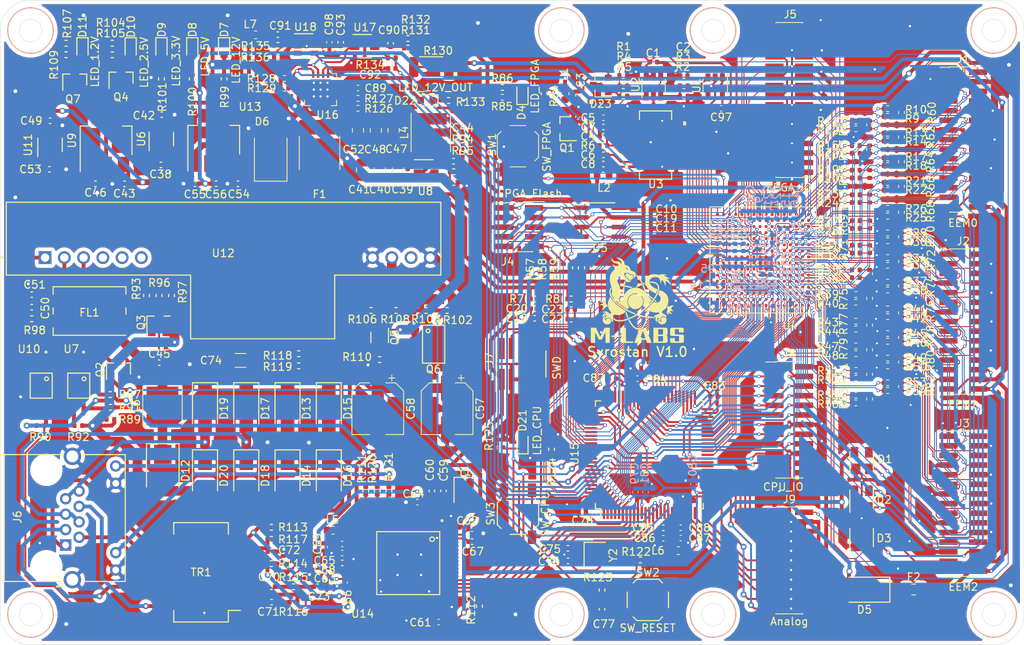
<source format=kicad_pcb>
(kicad_pcb (version 20171130) (host pcbnew 5.1.10-88a1d61d58~88~ubuntu20.04.1)

  (general
    (thickness 1.6)
    (drawings 25)
    (tracks 4368)
    (zones 0)
    (modules 315)
    (nets 444)
  )

  (page A4)
  (layers
    (0 F.Cu signal)
    (1 In1.Cu power)
    (2 In2.Cu power)
    (31 B.Cu signal)
    (32 B.Adhes user)
    (33 F.Adhes user)
    (34 B.Paste user)
    (35 F.Paste user)
    (36 B.SilkS user)
    (37 F.SilkS user)
    (38 B.Mask user)
    (39 F.Mask user)
    (40 Dwgs.User user)
    (41 Cmts.User user)
    (42 Eco1.User user)
    (43 Eco2.User user)
    (44 Edge.Cuts user)
    (45 Margin user)
    (46 B.CrtYd user)
    (47 F.CrtYd user)
    (48 B.Fab user)
    (49 F.Fab user)
  )

  (setup
    (last_trace_width 1.27)
    (user_trace_width 0.127)
    (user_trace_width 0.254)
    (user_trace_width 0.381)
    (user_trace_width 0.508)
    (user_trace_width 0.762)
    (user_trace_width 1.016)
    (user_trace_width 1.27)
    (trace_clearance 0.0889)
    (zone_clearance 0.508)
    (zone_45_only no)
    (trace_min 0.1143)
    (via_size 0.45)
    (via_drill 0.25)
    (via_min_size 0.45)
    (via_min_drill 0.2)
    (user_via 0.45 0.25)
    (user_via 0.5 0.3)
    (user_via 0.8 0.5)
    (user_via 6 3)
    (uvia_size 0.3)
    (uvia_drill 0.1)
    (uvias_allowed no)
    (uvia_min_size 0.25)
    (uvia_min_drill 0.1)
    (edge_width 0.05)
    (segment_width 0.127)
    (pcb_text_width 0.3)
    (pcb_text_size 1.5 1.5)
    (mod_edge_width 0.1524)
    (mod_text_size 1.016 1.016)
    (mod_text_width 0.1524)
    (pad_size 2.7 2.7)
    (pad_drill 0)
    (pad_to_mask_clearance 0)
    (aux_axis_origin 0 0)
    (grid_origin 83 57)
    (visible_elements FFFFFF7F)
    (pcbplotparams
      (layerselection 0x010fc_ffffffff)
      (usegerberextensions false)
      (usegerberattributes true)
      (usegerberadvancedattributes true)
      (creategerberjobfile true)
      (excludeedgelayer true)
      (linewidth 0.100000)
      (plotframeref false)
      (viasonmask false)
      (mode 1)
      (useauxorigin false)
      (hpglpennumber 1)
      (hpglpenspeed 20)
      (hpglpendiameter 15.000000)
      (psnegative false)
      (psa4output false)
      (plotreference true)
      (plotvalue true)
      (plotinvisibletext false)
      (padsonsilk false)
      (subtractmaskfromsilk false)
      (outputformat 1)
      (mirror false)
      (drillshape 0)
      (scaleselection 1)
      (outputdirectory "FabricationOutput/"))
  )

  (net 0 "")
  (net 1 GND)
  (net 2 "Net-(C2-Pad1)")
  (net 3 /HighSpeedADC/+5VA)
  (net 4 /FPGA/GNDPLL0)
  (net 5 /FPGA/VCCPLL0)
  (net 6 /FPGA/GNDPLL1)
  (net 7 /FPGA/VCCPLL1)
  (net 8 +12V_OUT)
  (net 9 /CurrentSenser/12V_CURRENT)
  (net 10 +12V)
  (net 11 +3V3)
  (net 12 +2V5)
  (net 13 +1V2)
  (net 14 +5V)
  (net 15 /Ethernet/+3V3A)
  (net 16 "Net-(C44-Pad2)")
  (net 17 /MCU/+3V3A)
  (net 18 +3V3MP)
  (net 19 "Net-(D4-Pad2)")
  (net 20 "Net-(D4-Pad1)")
  (net 21 "Net-(D9-Pad2)")
  (net 22 "Net-(D10-Pad2)")
  (net 23 "Net-(D11-Pad2)")
  (net 24 "Net-(D13-Pad2)")
  (net 25 /Ethernet/POE_VC-)
  (net 26 /Ethernet/POE_VC+)
  (net 27 "Net-(D15-Pad2)")
  (net 28 "Net-(D17-Pad2)")
  (net 29 "Net-(D19-Pad2)")
  (net 30 "Net-(D21-Pad2)")
  (net 31 /FPGA_IO1)
  (net 32 /FPGA_IO3)
  (net 33 /FPGA_IO5)
  (net 34 /FPGA_IO7)
  (net 35 /FPGA_IO9)
  (net 36 /FPGA_IO11)
  (net 37 /FPGA_IO13)
  (net 38 /FPGA_IO15)
  (net 39 /FPGA_IO14)
  (net 40 /FPGA_IO12)
  (net 41 /FPGA_IO10)
  (net 42 /FPGA_IO8)
  (net 43 /FPGA_IO6)
  (net 44 /FPGA_IO4)
  (net 45 /FPGA_IO2)
  (net 46 /FPGA_IO0)
  (net 47 /MCU/CPU_SWCLK)
  (net 48 /MCU/CPU_SWDIO)
  (net 49 /MCU/CPU_UART4_TX)
  (net 50 /MCU/CPU_UART4_RX)
  (net 51 /MCU/CPU_PWM_CH1)
  (net 52 /MCU/CPU_PWM_CH2)
  (net 53 /MCU/CPU_PWM_CH3)
  (net 54 /MCU/CPU_PWM_CH4)
  (net 55 /MCU/CPU_IIC2_SDA)
  (net 56 /MCU/CPU_IIC2_SCL)
  (net 57 /MCU/CPU_UART1_RX)
  (net 58 /MCU/CPU_UART1_TX)
  (net 59 /MCU/CPU_SPI2_MOSI)
  (net 60 /MCU/CPU_SPI2_MISO)
  (net 61 /MCU/CPU_SPI2_SCK)
  (net 62 /MCU/CPU_SPI2_CS)
  (net 63 /MCU/CPU_DAC1)
  (net 64 /MCU/CPU_DAC0)
  (net 65 /MCU/CPU_ADC5)
  (net 66 /MCU/CPU_ADC4)
  (net 67 /MCU/CPU_ADC3)
  (net 68 /MCU/CPU_ADC2)
  (net 69 /MCU/CPU_ADC1)
  (net 70 /MCU/CPU_ADC0)
  (net 71 /CurrentSenser/12V_SW)
  (net 72 "Net-(Q1-Pad1)")
  (net 73 "Net-(Q2-Pad3)")
  (net 74 /MCU/CPU_RESET)
  (net 75 "Net-(Q7-Pad1)")
  (net 76 /MCU/CPU_POE_AT_EVENT)
  (net 77 /MCU/CPU_POE_SRC_STATUS)
  (net 78 /Ethernet/RJ45_LED_G)
  (net 79 /Ethernet/RJ45_LED_Y)
  (net 80 /CurrentSenser/+3V3A)
  (net 81 /EEM0_IIC_SCL)
  (net 82 /EEM0_IIC_SDA)
  (net 83 /EEM1_IIC_SCL)
  (net 84 /EEM1_IIC_SDA)
  (net 85 /EEM2_IIC_SCL)
  (net 86 /EEM2_IIC_SDA)
  (net 87 /EEM0_7_N)
  (net 88 /EEM0_6_P)
  (net 89 /EEM0_5_N)
  (net 90 /EEM0_4_P)
  (net 91 /EEM0_3_N)
  (net 92 /EEM0_2_P)
  (net 93 /EEM0_1_N)
  (net 94 /EEM0_0_P)
  (net 95 /EEM0_7_P)
  (net 96 /EEM0_6_N)
  (net 97 /EEM0_5_P)
  (net 98 /EEM0_4_N)
  (net 99 /EEM0_3_P)
  (net 100 /EEM0_2_N)
  (net 101 /EEM0_1_P)
  (net 102 /EEM0_0_N)
  (net 103 /EEM1_7_N)
  (net 104 /EEM1_6_P)
  (net 105 /EEM1_5_N)
  (net 106 /EEM1_4_P)
  (net 107 /EEM1_3_N)
  (net 108 /EEM1_2_P)
  (net 109 /EEM1_1_N)
  (net 110 /EEM1_0_P)
  (net 111 /EEM1_7_P)
  (net 112 /EEM1_6_N)
  (net 113 /EEM1_5_P)
  (net 114 /EEM1_4_N)
  (net 115 /EEM1_3_P)
  (net 116 /EEM1_2_N)
  (net 117 /EEM1_1_P)
  (net 118 /EEM1_0_N)
  (net 119 /EEM2_7_N)
  (net 120 /EEM2_6_P)
  (net 121 /EEM2_5_N)
  (net 122 /EEM2_4_P)
  (net 123 /EEM2_3_N)
  (net 124 /EEM2_2_P)
  (net 125 /EEM2_1_N)
  (net 126 /EEM2_0_P)
  (net 127 /EEM2_7_P)
  (net 128 /EEM2_6_N)
  (net 129 /EEM2_5_P)
  (net 130 /EEM2_4_N)
  (net 131 /EEM2_3_P)
  (net 132 /EEM2_2_N)
  (net 133 /EEM2_1_P)
  (net 134 /EEM2_0_N)
  (net 135 /CDONE)
  (net 136 /CRESET)
  (net 137 /SPI_CS)
  (net 138 /ENC_INT)
  (net 139 /ADC_D0)
  (net 140 /ADC_D1)
  (net 141 /ADC_D2)
  (net 142 /ADC_D3)
  (net 143 /ADC_D4)
  (net 144 /ADC_D5)
  (net 145 /ADC_D6)
  (net 146 /ADC_D7)
  (net 147 /ADC_CLK)
  (net 148 /FSMC_CLK)
  (net 149 /FSMC_D15)
  (net 150 /FSMC_D9)
  (net 151 /FSMC_D10)
  (net 152 /FSMC_D0)
  (net 153 /FSMC_A7)
  (net 154 /FSMC_NL)
  (net 155 /FSMC_NBL0)
  (net 156 /FSMC_D6)
  (net 157 /FSMC_D7)
  (net 158 /FSMC_D5)
  (net 159 /FSMC_D1)
  (net 160 /FSMC_A3)
  (net 161 /FSMC_A1)
  (net 162 /FSMC_NWAIT)
  (net 163 /FSMC_NOE)
  (net 164 /FSMC_D12)
  (net 165 /FSMC_D8)
  (net 166 /FSMC_D3)
  (net 167 /FSMC_A4)
  (net 168 /FSMC_A6)
  (net 169 /FSMC_A0)
  (net 170 /FSMC_NBL1)
  (net 171 /FSMC_D14)
  (net 172 /FSMC_D11)
  (net 173 /FSMC_D4)
  (net 174 /FSMC_A2)
  (net 175 /FSMC_D13)
  (net 176 /FSMC_D2)
  (net 177 /FSMC_A5)
  (net 178 /FSMC_NE1)
  (net 179 /FSMC_NWE)
  (net 180 /CSBSEL0)
  (net 181 /SPI_MOSI)
  (net 182 /SPI_MISO)
  (net 183 /CSBSEL1)
  (net 184 /SPI_SCK)
  (net 185 /SPI_ENC_CS)
  (net 186 "Net-(C7-Pad2)")
  (net 187 "Net-(D8-Pad2)")
  (net 188 "Net-(D10-Pad1)")
  (net 189 "Net-(D11-Pad1)")
  (net 190 "Net-(D21-Pad1)")
  (net 191 "Net-(D22-Pad1)")
  (net 192 "Net-(Q3-Pad1)")
  (net 193 "Net-(Q4-Pad1)")
  (net 194 "Net-(Q5-Pad6)")
  (net 195 "Net-(Q5-Pad2)")
  (net 196 "Net-(Q5-Pad3)")
  (net 197 "Net-(D22-Pad2)")
  (net 198 HSADC_IN)
  (net 199 "Net-(J6-Pad12)")
  (net 200 "Net-(J6-Pad10)")
  (net 201 "Net-(J6-Pad6)")
  (net 202 "Net-(J6-Pad2)")
  (net 203 "Net-(J6-Pad3)")
  (net 204 "Net-(J6-Pad1)")
  (net 205 "Net-(SW3-Pad2)")
  (net 206 /FPGA/LVDS0_0_P)
  (net 207 /FPGA/LVDS0_0_N)
  (net 208 /FPGA/LVDS0_1_P)
  (net 209 /FPGA/LVDS0_1_N)
  (net 210 /FPGA/LVDS0_2_P)
  (net 211 /FPGA/LVDS0_2_N)
  (net 212 /FPGA/LVDS0_3_P)
  (net 213 /FPGA/LVDS0_3_N)
  (net 214 /FPGA/LVDS0_4_P)
  (net 215 /FPGA/LVDS0_4_N)
  (net 216 /FPGA/LVDS0_5_P)
  (net 217 /FPGA/LVDS0_5_N)
  (net 218 /FPGA/LVDS0_6_P)
  (net 219 /FPGA/LVDS0_6_N)
  (net 220 /FPGA/LVDS0_7_P)
  (net 221 /FPGA/LVDS0_7_N)
  (net 222 /FPGA/LVDS1_0_P)
  (net 223 /FPGA/LVDS1_0_N)
  (net 224 /FPGA/LVDS1_1_P)
  (net 225 /FPGA/LVDS1_1_N)
  (net 226 /FPGA/LVDS1_2_P)
  (net 227 /FPGA/LVDS1_2_N)
  (net 228 /FPGA/LVDS1_3_P)
  (net 229 /FPGA/LVDS1_3_N)
  (net 230 /FPGA/LVDS1_4_P)
  (net 231 /FPGA/LVDS1_4_N)
  (net 232 /FPGA/LVDS1_5_P)
  (net 233 /FPGA/LVDS1_5_N)
  (net 234 /FPGA/LVDS1_6_P)
  (net 235 /FPGA/LVDS1_6_N)
  (net 236 /FPGA/LVDS1_7_P)
  (net 237 /FPGA/LVDS1_7_N)
  (net 238 /FPGA/LVDS2_0_P)
  (net 239 /FPGA/LVDS2_0_N)
  (net 240 /FPGA/LVDS2_1_P)
  (net 241 /FPGA/LVDS2_1_N)
  (net 242 /FPGA/LVDS2_2_P)
  (net 243 /FPGA/LVDS2_2_N)
  (net 244 /FPGA/LVDS2_3_P)
  (net 245 /FPGA/LVDS2_3_N)
  (net 246 /FPGA/LVDS2_4_P)
  (net 247 /FPGA/LVDS2_4_N)
  (net 248 /FPGA/LVDS2_5_P)
  (net 249 /FPGA/LVDS2_5_N)
  (net 250 /FPGA/LVDS2_6_P)
  (net 251 /FPGA/LVDS2_6_N)
  (net 252 /FPGA/LVDS2_7_P)
  (net 253 /FPGA/LVDS2_7_N)
  (net 254 /FPGA/FPGA_LED)
  (net 255 /FPGA/FPGA_KEY)
  (net 256 /IIC_SCL)
  (net 257 /IIC_SDA)
  (net 258 "Net-(R135-Pad2)")
  (net 259 +6V)
  (net 260 "Net-(R126-Pad1)")
  (net 261 /CurrentSenser/12V_OUT_FAULT)
  (net 262 "Net-(C4-Pad1)")
  (net 263 "Net-(C5-Pad1)")
  (net 264 "Net-(C8-Pad2)")
  (net 265 "Net-(C44-Pad1)")
  (net 266 "Net-(C45-Pad2)")
  (net 267 "Net-(C45-Pad1)")
  (net 268 "Net-(C47-Pad1)")
  (net 269 "Net-(C50-Pad2)")
  (net 270 "Net-(C51-Pad1)")
  (net 271 "Net-(C57-Pad1)")
  (net 272 "Net-(C59-Pad1)")
  (net 273 "Net-(C60-Pad1)")
  (net 274 "Net-(C67-Pad2)")
  (net 275 "Net-(C70-Pad2)")
  (net 276 "Net-(C70-Pad1)")
  (net 277 "Net-(C71-Pad2)")
  (net 278 "Net-(C71-Pad1)")
  (net 279 "Net-(C72-Pad1)")
  (net 280 "Net-(C73-Pad1)")
  (net 281 "Net-(C74-Pad1)")
  (net 282 "Net-(C75-Pad1)")
  (net 283 "Net-(C76-Pad1)")
  (net 284 "Net-(C77-Pad2)")
  (net 285 "Net-(C89-Pad1)")
  (net 286 "Net-(C90-Pad2)")
  (net 287 "Net-(C90-Pad1)")
  (net 288 "Net-(D7-Pad2)")
  (net 289 "Net-(R2-Pad1)")
  (net 290 "Net-(R3-Pad1)")
  (net 291 "Net-(R5-Pad2)")
  (net 292 "Net-(R87-Pad2)")
  (net 293 "Net-(R89-Pad1)")
  (net 294 "Net-(R94-Pad1)")
  (net 295 "Net-(R98-Pad2)")
  (net 296 "Net-(R111-Pad1)")
  (net 297 "Net-(R113-Pad1)")
  (net 298 "Net-(R114-Pad2)")
  (net 299 "Net-(R124-Pad1)")
  (net 300 "Net-(R127-Pad1)")
  (net 301 "Net-(R134-Pad2)")
  (net 302 "Net-(U10-Pad2)")
  (net 303 /MCU/CPU_ADC7)
  (net 304 /MCU/CPU_ADC6)
  (net 305 /CurrentSenser/12V_CURRENT_REF)
  (net 306 "Net-(D5-Pad1)")
  (net 307 "Net-(D23-Pad1)")
  (net 308 "Net-(J7-Pad06)")
  (net 309 "Net-(J7-Pad07)")
  (net 310 "Net-(J7-Pad08)")
  (net 311 "Net-(J7-Pad09)")
  (net 312 "Net-(J7-Pad10)")
  (net 313 "Net-(U4-PadT7)")
  (net 314 "Net-(U4-PadT6)")
  (net 315 "Net-(U4-PadR16)")
  (net 316 "Net-(U4-PadR15)")
  (net 317 "Net-(U4-PadR14)")
  (net 318 "Net-(U4-PadR4)")
  (net 319 "Net-(U4-PadP14)")
  (net 320 "Net-(U4-PadP10)")
  (net 321 "Net-(U4-PadP9)")
  (net 322 "Net-(U4-PadP8)")
  (net 323 "Net-(U4-PadP7)")
  (net 324 "Net-(U4-PadP6)")
  (net 325 "Net-(U4-PadP5)")
  (net 326 "Net-(U4-PadP4)")
  (net 327 "Net-(U4-PadN12)")
  (net 328 "Net-(U4-PadN10)")
  (net 329 "Net-(U4-PadN9)")
  (net 330 "Net-(U4-PadN7)")
  (net 331 "Net-(U4-PadN6)")
  (net 332 "Net-(U4-PadN5)")
  (net 333 "Net-(U4-PadN3)")
  (net 334 "Net-(U4-PadM14)")
  (net 335 "Net-(U4-PadM13)")
  (net 336 "Net-(U4-PadM12)")
  (net 337 "Net-(U4-PadM11)")
  (net 338 "Net-(U4-PadM9)")
  (net 339 "Net-(U4-PadM8)")
  (net 340 "Net-(U4-PadM7)")
  (net 341 "Net-(U4-PadM6)")
  (net 342 "Net-(U4-PadM3)")
  (net 343 "Net-(U4-PadL14)")
  (net 344 "Net-(U4-PadL13)")
  (net 345 "Net-(U4-PadL12)")
  (net 346 "Net-(U4-PadL11)")
  (net 347 "Net-(U4-PadL10)")
  (net 348 "Net-(U4-PadL9)")
  (net 349 "Net-(U4-PadL5)")
  (net 350 "Net-(U4-PadK14)")
  (net 351 "Net-(U4-PadK13)")
  (net 352 "Net-(U4-PadK12)")
  (net 353 "Net-(U4-PadK9)")
  (net 354 "Net-(U4-PadJ16)")
  (net 355 "Net-(U4-PadJ14)")
  (net 356 "Net-(U4-PadJ13)")
  (net 357 "Net-(U4-PadJ12)")
  (net 358 "Net-(U4-PadJ11)")
  (net 359 "Net-(U4-PadJ10)")
  (net 360 "Net-(U4-PadH16)")
  (net 361 "Net-(U4-PadH14)")
  (net 362 "Net-(U4-PadH13)")
  (net 363 "Net-(U4-PadH12)")
  (net 364 "Net-(U4-PadH11)")
  (net 365 "Net-(U4-PadG15)")
  (net 366 "Net-(U4-PadG13)")
  (net 367 "Net-(U4-PadG12)")
  (net 368 "Net-(U4-PadG11)")
  (net 369 "Net-(U4-PadG10)")
  (net 370 "Net-(U4-PadF15)")
  (net 371 "Net-(U4-PadF12)")
  (net 372 "Net-(U4-PadF9)")
  (net 373 "Net-(U4-PadF7)")
  (net 374 "Net-(U4-PadE16)")
  (net 375 "Net-(U4-PadE14)")
  (net 376 "Net-(U4-PadE13)")
  (net 377 "Net-(U4-PadE11)")
  (net 378 "Net-(U4-PadE10)")
  (net 379 "Net-(U4-PadE9)")
  (net 380 "Net-(U4-PadE6)")
  (net 381 "Net-(U4-PadE5)")
  (net 382 "Net-(U4-PadD16)")
  (net 383 "Net-(U4-PadD14)")
  (net 384 "Net-(U4-PadD13)")
  (net 385 "Net-(U4-PadD12)")
  (net 386 "Net-(U4-PadD11)")
  (net 387 "Net-(U4-PadD10)")
  (net 388 "Net-(U4-PadD9)")
  (net 389 "Net-(U4-PadD8)")
  (net 390 "Net-(U4-PadD7)")
  (net 391 "Net-(U4-PadD6)")
  (net 392 "Net-(U4-PadD5)")
  (net 393 "Net-(U4-PadD4)")
  (net 394 "Net-(U4-PadD3)")
  (net 395 "Net-(U4-PadC6)")
  (net 396 "Net-(U4-PadC5)")
  (net 397 "Net-(U4-PadC4)")
  (net 398 "Net-(U4-PadB16)")
  (net 399 "Net-(U6-Pad4)")
  (net 400 "Net-(U11-Pad4)")
  (net 401 "Net-(U12-Pad4)")
  (net 402 "Net-(U12-Pad5)")
  (net 403 "Net-(U12-Pad9)")
  (net 404 "Net-(U12-Pad6)")
  (net 405 "Net-(U13-Pad2)")
  (net 406 "Net-(U14-Pad61)")
  (net 407 "Net-(U14-Pad60)")
  (net 408 "Net-(U14-Pad59)")
  (net 409 "Net-(U14-Pad58)")
  (net 410 "Net-(U14-Pad57)")
  (net 411 "Net-(U14-Pad56)")
  (net 412 "Net-(U14-Pad55)")
  (net 413 "Net-(U14-Pad54)")
  (net 414 "Net-(U14-Pad53)")
  (net 415 "Net-(U14-Pad48)")
  (net 416 "Net-(U14-Pad45)")
  (net 417 "Net-(U14-Pad44)")
  (net 418 "Net-(U14-Pad43)")
  (net 419 "Net-(U14-Pad42)")
  (net 420 "Net-(U14-Pad41)")
  (net 421 "Net-(U14-Pad40)")
  (net 422 "Net-(U14-Pad39)")
  (net 423 "Net-(U14-Pad38)")
  (net 424 "Net-(U14-Pad37)")
  (net 425 "Net-(U14-Pad36)")
  (net 426 "Net-(U14-Pad35)")
  (net 427 "Net-(U14-Pad33)")
  (net 428 "Net-(U14-Pad20)")
  (net 429 "Net-(U14-Pad19)")
  (net 430 "Net-(U14-Pad13)")
  (net 431 "Net-(U14-Pad12)")
  (net 432 "Net-(U14-Pad11)")
  (net 433 "Net-(U14-Pad10)")
  (net 434 "Net-(U14-Pad9)")
  (net 435 "Net-(U14-Pad8)")
  (net 436 "Net-(U14-Pad7)")
  (net 437 "Net-(U14-Pad6)")
  (net 438 "Net-(U14-Pad5)")
  (net 439 "Net-(U15-Pad18)")
  (net 440 "Net-(U15-Pad73)")
  (net 441 "Net-(U15-Pad83)")
  (net 442 "Net-(U16-Pad6)")
  (net 443 "Net-(U17-Pad6)")

  (net_class Default "This is the default net class."
    (clearance 0.0889)
    (trace_width 0.254)
    (via_dia 0.45)
    (via_drill 0.25)
    (uvia_dia 0.3)
    (uvia_drill 0.1)
    (diff_pair_width 0.127)
    (diff_pair_gap 0.1016)
    (add_net +12V)
    (add_net +12V_OUT)
    (add_net +1V2)
    (add_net +2V5)
    (add_net +3V3)
    (add_net +3V3MP)
    (add_net +5V)
    (add_net +6V)
    (add_net /ADC_CLK)
    (add_net /ADC_D0)
    (add_net /ADC_D1)
    (add_net /ADC_D2)
    (add_net /ADC_D3)
    (add_net /ADC_D4)
    (add_net /ADC_D5)
    (add_net /ADC_D6)
    (add_net /ADC_D7)
    (add_net /CDONE)
    (add_net /CRESET)
    (add_net /CSBSEL0)
    (add_net /CSBSEL1)
    (add_net /CurrentSenser/+3V3A)
    (add_net /CurrentSenser/12V_CURRENT)
    (add_net /CurrentSenser/12V_CURRENT_REF)
    (add_net /CurrentSenser/12V_OUT_FAULT)
    (add_net /CurrentSenser/12V_SW)
    (add_net /ENC_INT)
    (add_net /Ethernet/+3V3A)
    (add_net /Ethernet/POE_VC+)
    (add_net /Ethernet/POE_VC-)
    (add_net /Ethernet/RJ45_LED_G)
    (add_net /Ethernet/RJ45_LED_Y)
    (add_net /FPGA/FPGA_KEY)
    (add_net /FPGA/FPGA_LED)
    (add_net /FPGA/GNDPLL0)
    (add_net /FPGA/GNDPLL1)
    (add_net /FPGA/VCCPLL0)
    (add_net /FPGA/VCCPLL1)
    (add_net /FPGA_IO0)
    (add_net /FPGA_IO1)
    (add_net /FPGA_IO10)
    (add_net /FPGA_IO11)
    (add_net /FPGA_IO12)
    (add_net /FPGA_IO13)
    (add_net /FPGA_IO14)
    (add_net /FPGA_IO15)
    (add_net /FPGA_IO2)
    (add_net /FPGA_IO3)
    (add_net /FPGA_IO4)
    (add_net /FPGA_IO5)
    (add_net /FPGA_IO6)
    (add_net /FPGA_IO7)
    (add_net /FPGA_IO8)
    (add_net /FPGA_IO9)
    (add_net /FSMC_A0)
    (add_net /FSMC_A1)
    (add_net /FSMC_A2)
    (add_net /FSMC_A3)
    (add_net /FSMC_A4)
    (add_net /FSMC_A5)
    (add_net /FSMC_A6)
    (add_net /FSMC_A7)
    (add_net /FSMC_CLK)
    (add_net /FSMC_D0)
    (add_net /FSMC_D1)
    (add_net /FSMC_D10)
    (add_net /FSMC_D11)
    (add_net /FSMC_D12)
    (add_net /FSMC_D13)
    (add_net /FSMC_D14)
    (add_net /FSMC_D15)
    (add_net /FSMC_D2)
    (add_net /FSMC_D3)
    (add_net /FSMC_D4)
    (add_net /FSMC_D5)
    (add_net /FSMC_D6)
    (add_net /FSMC_D7)
    (add_net /FSMC_D8)
    (add_net /FSMC_D9)
    (add_net /FSMC_NBL0)
    (add_net /FSMC_NBL1)
    (add_net /FSMC_NE1)
    (add_net /FSMC_NL)
    (add_net /FSMC_NOE)
    (add_net /FSMC_NWAIT)
    (add_net /FSMC_NWE)
    (add_net /HighSpeedADC/+5VA)
    (add_net /IIC_SCL)
    (add_net /IIC_SDA)
    (add_net /MCU/+3V3A)
    (add_net /MCU/CPU_ADC0)
    (add_net /MCU/CPU_ADC1)
    (add_net /MCU/CPU_ADC2)
    (add_net /MCU/CPU_ADC3)
    (add_net /MCU/CPU_ADC4)
    (add_net /MCU/CPU_ADC5)
    (add_net /MCU/CPU_ADC6)
    (add_net /MCU/CPU_ADC7)
    (add_net /MCU/CPU_DAC0)
    (add_net /MCU/CPU_DAC1)
    (add_net /MCU/CPU_IIC2_SCL)
    (add_net /MCU/CPU_IIC2_SDA)
    (add_net /MCU/CPU_POE_AT_EVENT)
    (add_net /MCU/CPU_POE_SRC_STATUS)
    (add_net /MCU/CPU_PWM_CH1)
    (add_net /MCU/CPU_PWM_CH2)
    (add_net /MCU/CPU_PWM_CH3)
    (add_net /MCU/CPU_PWM_CH4)
    (add_net /MCU/CPU_RESET)
    (add_net /MCU/CPU_SPI2_CS)
    (add_net /MCU/CPU_SPI2_MISO)
    (add_net /MCU/CPU_SPI2_MOSI)
    (add_net /MCU/CPU_SPI2_SCK)
    (add_net /MCU/CPU_SWCLK)
    (add_net /MCU/CPU_SWDIO)
    (add_net /MCU/CPU_UART1_RX)
    (add_net /MCU/CPU_UART1_TX)
    (add_net /MCU/CPU_UART4_RX)
    (add_net /MCU/CPU_UART4_TX)
    (add_net /SPI_CS)
    (add_net /SPI_ENC_CS)
    (add_net /SPI_MISO)
    (add_net /SPI_MOSI)
    (add_net /SPI_SCK)
    (add_net GND)
    (add_net HSADC_IN)
    (add_net "Net-(C2-Pad1)")
    (add_net "Net-(C4-Pad1)")
    (add_net "Net-(C44-Pad1)")
    (add_net "Net-(C44-Pad2)")
    (add_net "Net-(C45-Pad1)")
    (add_net "Net-(C45-Pad2)")
    (add_net "Net-(C47-Pad1)")
    (add_net "Net-(C5-Pad1)")
    (add_net "Net-(C50-Pad2)")
    (add_net "Net-(C51-Pad1)")
    (add_net "Net-(C57-Pad1)")
    (add_net "Net-(C59-Pad1)")
    (add_net "Net-(C60-Pad1)")
    (add_net "Net-(C67-Pad2)")
    (add_net "Net-(C7-Pad2)")
    (add_net "Net-(C70-Pad1)")
    (add_net "Net-(C70-Pad2)")
    (add_net "Net-(C71-Pad1)")
    (add_net "Net-(C71-Pad2)")
    (add_net "Net-(C72-Pad1)")
    (add_net "Net-(C73-Pad1)")
    (add_net "Net-(C74-Pad1)")
    (add_net "Net-(C75-Pad1)")
    (add_net "Net-(C76-Pad1)")
    (add_net "Net-(C77-Pad2)")
    (add_net "Net-(C8-Pad2)")
    (add_net "Net-(C89-Pad1)")
    (add_net "Net-(C90-Pad1)")
    (add_net "Net-(C90-Pad2)")
    (add_net "Net-(D10-Pad1)")
    (add_net "Net-(D10-Pad2)")
    (add_net "Net-(D11-Pad1)")
    (add_net "Net-(D11-Pad2)")
    (add_net "Net-(D13-Pad2)")
    (add_net "Net-(D15-Pad2)")
    (add_net "Net-(D17-Pad2)")
    (add_net "Net-(D19-Pad2)")
    (add_net "Net-(D21-Pad1)")
    (add_net "Net-(D21-Pad2)")
    (add_net "Net-(D22-Pad1)")
    (add_net "Net-(D22-Pad2)")
    (add_net "Net-(D23-Pad1)")
    (add_net "Net-(D4-Pad1)")
    (add_net "Net-(D4-Pad2)")
    (add_net "Net-(D5-Pad1)")
    (add_net "Net-(D7-Pad2)")
    (add_net "Net-(D8-Pad2)")
    (add_net "Net-(D9-Pad2)")
    (add_net "Net-(J6-Pad1)")
    (add_net "Net-(J6-Pad10)")
    (add_net "Net-(J6-Pad12)")
    (add_net "Net-(J6-Pad2)")
    (add_net "Net-(J6-Pad3)")
    (add_net "Net-(J6-Pad6)")
    (add_net "Net-(J7-Pad06)")
    (add_net "Net-(J7-Pad07)")
    (add_net "Net-(J7-Pad08)")
    (add_net "Net-(J7-Pad09)")
    (add_net "Net-(J7-Pad10)")
    (add_net "Net-(Q1-Pad1)")
    (add_net "Net-(Q2-Pad3)")
    (add_net "Net-(Q3-Pad1)")
    (add_net "Net-(Q4-Pad1)")
    (add_net "Net-(Q5-Pad2)")
    (add_net "Net-(Q5-Pad3)")
    (add_net "Net-(Q5-Pad6)")
    (add_net "Net-(Q7-Pad1)")
    (add_net "Net-(R111-Pad1)")
    (add_net "Net-(R113-Pad1)")
    (add_net "Net-(R114-Pad2)")
    (add_net "Net-(R124-Pad1)")
    (add_net "Net-(R126-Pad1)")
    (add_net "Net-(R127-Pad1)")
    (add_net "Net-(R134-Pad2)")
    (add_net "Net-(R135-Pad2)")
    (add_net "Net-(R2-Pad1)")
    (add_net "Net-(R3-Pad1)")
    (add_net "Net-(R5-Pad2)")
    (add_net "Net-(R87-Pad2)")
    (add_net "Net-(R89-Pad1)")
    (add_net "Net-(R94-Pad1)")
    (add_net "Net-(R98-Pad2)")
    (add_net "Net-(SW3-Pad2)")
    (add_net "Net-(U10-Pad2)")
    (add_net "Net-(U11-Pad4)")
    (add_net "Net-(U12-Pad4)")
    (add_net "Net-(U12-Pad5)")
    (add_net "Net-(U12-Pad6)")
    (add_net "Net-(U12-Pad9)")
    (add_net "Net-(U13-Pad2)")
    (add_net "Net-(U14-Pad10)")
    (add_net "Net-(U14-Pad11)")
    (add_net "Net-(U14-Pad12)")
    (add_net "Net-(U14-Pad13)")
    (add_net "Net-(U14-Pad19)")
    (add_net "Net-(U14-Pad20)")
    (add_net "Net-(U14-Pad33)")
    (add_net "Net-(U14-Pad35)")
    (add_net "Net-(U14-Pad36)")
    (add_net "Net-(U14-Pad37)")
    (add_net "Net-(U14-Pad38)")
    (add_net "Net-(U14-Pad39)")
    (add_net "Net-(U14-Pad40)")
    (add_net "Net-(U14-Pad41)")
    (add_net "Net-(U14-Pad42)")
    (add_net "Net-(U14-Pad43)")
    (add_net "Net-(U14-Pad44)")
    (add_net "Net-(U14-Pad45)")
    (add_net "Net-(U14-Pad48)")
    (add_net "Net-(U14-Pad5)")
    (add_net "Net-(U14-Pad53)")
    (add_net "Net-(U14-Pad54)")
    (add_net "Net-(U14-Pad55)")
    (add_net "Net-(U14-Pad56)")
    (add_net "Net-(U14-Pad57)")
    (add_net "Net-(U14-Pad58)")
    (add_net "Net-(U14-Pad59)")
    (add_net "Net-(U14-Pad6)")
    (add_net "Net-(U14-Pad60)")
    (add_net "Net-(U14-Pad61)")
    (add_net "Net-(U14-Pad7)")
    (add_net "Net-(U14-Pad8)")
    (add_net "Net-(U14-Pad9)")
    (add_net "Net-(U15-Pad18)")
    (add_net "Net-(U15-Pad73)")
    (add_net "Net-(U15-Pad83)")
    (add_net "Net-(U16-Pad6)")
    (add_net "Net-(U17-Pad6)")
    (add_net "Net-(U4-PadB16)")
    (add_net "Net-(U4-PadC4)")
    (add_net "Net-(U4-PadC5)")
    (add_net "Net-(U4-PadC6)")
    (add_net "Net-(U4-PadD10)")
    (add_net "Net-(U4-PadD11)")
    (add_net "Net-(U4-PadD12)")
    (add_net "Net-(U4-PadD13)")
    (add_net "Net-(U4-PadD14)")
    (add_net "Net-(U4-PadD16)")
    (add_net "Net-(U4-PadD3)")
    (add_net "Net-(U4-PadD4)")
    (add_net "Net-(U4-PadD5)")
    (add_net "Net-(U4-PadD6)")
    (add_net "Net-(U4-PadD7)")
    (add_net "Net-(U4-PadD8)")
    (add_net "Net-(U4-PadD9)")
    (add_net "Net-(U4-PadE10)")
    (add_net "Net-(U4-PadE11)")
    (add_net "Net-(U4-PadE13)")
    (add_net "Net-(U4-PadE14)")
    (add_net "Net-(U4-PadE16)")
    (add_net "Net-(U4-PadE5)")
    (add_net "Net-(U4-PadE6)")
    (add_net "Net-(U4-PadE9)")
    (add_net "Net-(U4-PadF12)")
    (add_net "Net-(U4-PadF15)")
    (add_net "Net-(U4-PadF7)")
    (add_net "Net-(U4-PadF9)")
    (add_net "Net-(U4-PadG10)")
    (add_net "Net-(U4-PadG11)")
    (add_net "Net-(U4-PadG12)")
    (add_net "Net-(U4-PadG13)")
    (add_net "Net-(U4-PadG15)")
    (add_net "Net-(U4-PadH11)")
    (add_net "Net-(U4-PadH12)")
    (add_net "Net-(U4-PadH13)")
    (add_net "Net-(U4-PadH14)")
    (add_net "Net-(U4-PadH16)")
    (add_net "Net-(U4-PadJ10)")
    (add_net "Net-(U4-PadJ11)")
    (add_net "Net-(U4-PadJ12)")
    (add_net "Net-(U4-PadJ13)")
    (add_net "Net-(U4-PadJ14)")
    (add_net "Net-(U4-PadJ16)")
    (add_net "Net-(U4-PadK12)")
    (add_net "Net-(U4-PadK13)")
    (add_net "Net-(U4-PadK14)")
    (add_net "Net-(U4-PadK9)")
    (add_net "Net-(U4-PadL10)")
    (add_net "Net-(U4-PadL11)")
    (add_net "Net-(U4-PadL12)")
    (add_net "Net-(U4-PadL13)")
    (add_net "Net-(U4-PadL14)")
    (add_net "Net-(U4-PadL5)")
    (add_net "Net-(U4-PadL9)")
    (add_net "Net-(U4-PadM11)")
    (add_net "Net-(U4-PadM12)")
    (add_net "Net-(U4-PadM13)")
    (add_net "Net-(U4-PadM14)")
    (add_net "Net-(U4-PadM3)")
    (add_net "Net-(U4-PadM6)")
    (add_net "Net-(U4-PadM7)")
    (add_net "Net-(U4-PadM8)")
    (add_net "Net-(U4-PadM9)")
    (add_net "Net-(U4-PadN10)")
    (add_net "Net-(U4-PadN12)")
    (add_net "Net-(U4-PadN3)")
    (add_net "Net-(U4-PadN5)")
    (add_net "Net-(U4-PadN6)")
    (add_net "Net-(U4-PadN7)")
    (add_net "Net-(U4-PadN9)")
    (add_net "Net-(U4-PadP10)")
    (add_net "Net-(U4-PadP14)")
    (add_net "Net-(U4-PadP4)")
    (add_net "Net-(U4-PadP5)")
    (add_net "Net-(U4-PadP6)")
    (add_net "Net-(U4-PadP7)")
    (add_net "Net-(U4-PadP8)")
    (add_net "Net-(U4-PadP9)")
    (add_net "Net-(U4-PadR14)")
    (add_net "Net-(U4-PadR15)")
    (add_net "Net-(U4-PadR16)")
    (add_net "Net-(U4-PadR4)")
    (add_net "Net-(U4-PadT6)")
    (add_net "Net-(U4-PadT7)")
    (add_net "Net-(U6-Pad4)")
  )

  (net_class Diff_In ""
    (clearance 0.0889)
    (trace_width 0.1524)
    (via_dia 0.8)
    (via_drill 0.4)
    (uvia_dia 0.3)
    (uvia_drill 0.1)
    (diff_pair_width 0.1143)
    (diff_pair_gap 0.1524)
  )

  (net_class Diff_Out ""
    (clearance 0.0889)
    (trace_width 0.127)
    (via_dia 0.8)
    (via_drill 0.4)
    (uvia_dia 0.3)
    (uvia_drill 0.1)
    (diff_pair_width 0.127)
    (diff_pair_gap 0.127)
    (add_net /EEM0_0_N)
    (add_net /EEM0_0_P)
    (add_net /EEM0_1_N)
    (add_net /EEM0_1_P)
    (add_net /EEM0_2_N)
    (add_net /EEM0_2_P)
    (add_net /EEM0_3_N)
    (add_net /EEM0_3_P)
    (add_net /EEM0_4_N)
    (add_net /EEM0_4_P)
    (add_net /EEM0_5_N)
    (add_net /EEM0_5_P)
    (add_net /EEM0_6_N)
    (add_net /EEM0_6_P)
    (add_net /EEM0_7_N)
    (add_net /EEM0_7_P)
    (add_net /EEM0_IIC_SCL)
    (add_net /EEM0_IIC_SDA)
    (add_net /EEM1_0_N)
    (add_net /EEM1_0_P)
    (add_net /EEM1_1_N)
    (add_net /EEM1_1_P)
    (add_net /EEM1_2_N)
    (add_net /EEM1_2_P)
    (add_net /EEM1_3_N)
    (add_net /EEM1_3_P)
    (add_net /EEM1_4_N)
    (add_net /EEM1_4_P)
    (add_net /EEM1_5_N)
    (add_net /EEM1_5_P)
    (add_net /EEM1_6_N)
    (add_net /EEM1_6_P)
    (add_net /EEM1_7_N)
    (add_net /EEM1_7_P)
    (add_net /EEM1_IIC_SCL)
    (add_net /EEM1_IIC_SDA)
    (add_net /EEM2_0_N)
    (add_net /EEM2_0_P)
    (add_net /EEM2_1_N)
    (add_net /EEM2_1_P)
    (add_net /EEM2_2_N)
    (add_net /EEM2_2_P)
    (add_net /EEM2_3_N)
    (add_net /EEM2_3_P)
    (add_net /EEM2_4_N)
    (add_net /EEM2_4_P)
    (add_net /EEM2_5_N)
    (add_net /EEM2_5_P)
    (add_net /EEM2_6_N)
    (add_net /EEM2_6_P)
    (add_net /EEM2_7_N)
    (add_net /EEM2_7_P)
    (add_net /EEM2_IIC_SCL)
    (add_net /EEM2_IIC_SDA)
    (add_net /FPGA/LVDS0_0_N)
    (add_net /FPGA/LVDS0_0_P)
    (add_net /FPGA/LVDS0_1_N)
    (add_net /FPGA/LVDS0_1_P)
    (add_net /FPGA/LVDS0_2_N)
    (add_net /FPGA/LVDS0_2_P)
    (add_net /FPGA/LVDS0_3_N)
    (add_net /FPGA/LVDS0_3_P)
    (add_net /FPGA/LVDS0_4_N)
    (add_net /FPGA/LVDS0_4_P)
    (add_net /FPGA/LVDS0_5_N)
    (add_net /FPGA/LVDS0_5_P)
    (add_net /FPGA/LVDS0_6_N)
    (add_net /FPGA/LVDS0_6_P)
    (add_net /FPGA/LVDS0_7_N)
    (add_net /FPGA/LVDS0_7_P)
    (add_net /FPGA/LVDS1_0_N)
    (add_net /FPGA/LVDS1_0_P)
    (add_net /FPGA/LVDS1_1_N)
    (add_net /FPGA/LVDS1_1_P)
    (add_net /FPGA/LVDS1_2_N)
    (add_net /FPGA/LVDS1_2_P)
    (add_net /FPGA/LVDS1_3_N)
    (add_net /FPGA/LVDS1_3_P)
    (add_net /FPGA/LVDS1_4_N)
    (add_net /FPGA/LVDS1_4_P)
    (add_net /FPGA/LVDS1_5_N)
    (add_net /FPGA/LVDS1_5_P)
    (add_net /FPGA/LVDS1_6_N)
    (add_net /FPGA/LVDS1_6_P)
    (add_net /FPGA/LVDS1_7_N)
    (add_net /FPGA/LVDS1_7_P)
    (add_net /FPGA/LVDS2_0_N)
    (add_net /FPGA/LVDS2_0_P)
    (add_net /FPGA/LVDS2_1_N)
    (add_net /FPGA/LVDS2_1_P)
    (add_net /FPGA/LVDS2_2_N)
    (add_net /FPGA/LVDS2_2_P)
    (add_net /FPGA/LVDS2_3_N)
    (add_net /FPGA/LVDS2_3_P)
    (add_net /FPGA/LVDS2_4_N)
    (add_net /FPGA/LVDS2_4_P)
    (add_net /FPGA/LVDS2_5_N)
    (add_net /FPGA/LVDS2_5_P)
    (add_net /FPGA/LVDS2_6_N)
    (add_net /FPGA/LVDS2_6_P)
    (add_net /FPGA/LVDS2_7_N)
    (add_net /FPGA/LVDS2_7_P)
  )

  (module Inductor_SMD:L_Taiyo-Yuden_MD-5050 (layer F.Cu) (tedit 5990349C) (tstamp 60D14305)
    (at 100.4 106.5 90)
    (descr "Inductor, Taiyo Yuden, MD series, Taiyo-Yuden_MD-5050, 5.0mmx5.0mm")
    (tags "inductor taiyo-yuden md smd")
    (path /60C2FE2A/6101472D)
    (attr smd)
    (fp_text reference L3 (at 0 -3.5 90) (layer F.SilkS)
      (effects (font (size 1 1) (thickness 0.15)))
    )
    (fp_text value 10uH (at 0 4 90) (layer F.Fab) hide
      (effects (font (size 1 1) (thickness 0.15)))
    )
    (fp_text user %R (at 0 0 90) (layer F.Fab) hide
      (effects (font (size 1 1) (thickness 0.15)))
    )
    (fp_line (start -2.5 -2.5) (end -2.5 2.5) (layer F.Fab) (width 0.1))
    (fp_line (start -2.5 2.5) (end 2.5 2.5) (layer F.Fab) (width 0.1))
    (fp_line (start 2.5 2.5) (end 2.5 -2.5) (layer F.Fab) (width 0.1))
    (fp_line (start 2.5 -2.5) (end -2.5 -2.5) (layer F.Fab) (width 0.1))
    (fp_line (start -2.55 -2.6) (end 2.55 -2.6) (layer F.SilkS) (width 0.12))
    (fp_line (start -2.55 2.6) (end 2.55 2.6) (layer F.SilkS) (width 0.12))
    (fp_line (start -2.8 -2.75) (end -2.8 2.75) (layer F.CrtYd) (width 0.05))
    (fp_line (start -2.8 2.75) (end 2.8 2.75) (layer F.CrtYd) (width 0.05))
    (fp_line (start 2.8 2.75) (end 2.8 -2.75) (layer F.CrtYd) (width 0.05))
    (fp_line (start 2.8 -2.75) (end -2.8 -2.75) (layer F.CrtYd) (width 0.05))
    (pad 2 smd rect (at 1.8 0 90) (size 1.5 4.2) (layers F.Cu F.Paste F.Mask)
      (net 267 "Net-(C45-Pad1)"))
    (pad 1 smd rect (at -1.8 0 90) (size 1.5 4.2) (layers F.Cu F.Paste F.Mask)
      (net 26 /Ethernet/POE_VC+))
    (model ${KISYS3DMOD}/Inductor_SMD.3dshapes/L_Taiyo-Yuden_MD-5050.wrl
      (at (xyz 0 0 0))
      (scale (xyz 1 1 1))
      (rotate (xyz 0 0 0))
    )
  )

  (module Fuse:Fuse_0805_2012Metric (layer F.Cu) (tedit 5F68FEF1) (tstamp 610E50B5)
    (at 199.44 130.71)
    (descr "Fuse SMD 0805 (2012 Metric), square (rectangular) end terminal, IPC_7351 nominal, (Body size source: https://docs.google.com/spreadsheets/d/1BsfQQcO9C6DZCsRaXUlFlo91Tg2WpOkGARC1WS5S8t0/edit?usp=sharing), generated with kicad-footprint-generator")
    (tags fuse)
    (path /60C2FE2A/63235C00)
    (attr smd)
    (fp_text reference F2 (at 0 -1.65) (layer F.SilkS)
      (effects (font (size 1 1) (thickness 0.15)))
    )
    (fp_text value JK-SMD0805-050/6V (at 0 1.65) (layer F.Fab) hide
      (effects (font (size 1 1) (thickness 0.15)))
    )
    (fp_text user %R (at 0 0) (layer F.Fab) hide
      (effects (font (size 0.5 0.5) (thickness 0.08)))
    )
    (fp_line (start -1 0.6) (end -1 -0.6) (layer F.Fab) (width 0.1))
    (fp_line (start -1 -0.6) (end 1 -0.6) (layer F.Fab) (width 0.1))
    (fp_line (start 1 -0.6) (end 1 0.6) (layer F.Fab) (width 0.1))
    (fp_line (start 1 0.6) (end -1 0.6) (layer F.Fab) (width 0.1))
    (fp_line (start -0.258578 -0.71) (end 0.258578 -0.71) (layer F.SilkS) (width 0.12))
    (fp_line (start -0.258578 0.71) (end 0.258578 0.71) (layer F.SilkS) (width 0.12))
    (fp_line (start -1.68 0.95) (end -1.68 -0.95) (layer F.CrtYd) (width 0.05))
    (fp_line (start -1.68 -0.95) (end 1.68 -0.95) (layer F.CrtYd) (width 0.05))
    (fp_line (start 1.68 -0.95) (end 1.68 0.95) (layer F.CrtYd) (width 0.05))
    (fp_line (start 1.68 0.95) (end -1.68 0.95) (layer F.CrtYd) (width 0.05))
    (pad 2 smd roundrect (at 0.9375 0) (size 0.975 1.4) (layers F.Cu F.Paste F.Mask) (roundrect_rratio 0.25)
      (net 18 +3V3MP))
    (pad 1 smd roundrect (at -0.9375 0) (size 0.975 1.4) (layers F.Cu F.Paste F.Mask) (roundrect_rratio 0.25)
      (net 306 "Net-(D5-Pad1)"))
    (model ${KISYS3DMOD}/Fuse.3dshapes/Fuse_0805_2012Metric.wrl
      (at (xyz 0 0 0))
      (scale (xyz 1 1 1))
      (rotate (xyz 0 0 0))
    )
  )

  (module TestAutomation:ScrewKeepout (layer F.Cu) (tedit 60EBA4E8) (tstamp 60EFD1F4)
    (at 153 57)
    (fp_text reference M3 (at 0 0.5) (layer F.SilkS) hide
      (effects (font (size 1 1) (thickness 0.15)))
    )
    (fp_text value ScrewKeepout (at 0 -0.5) (layer F.Fab) hide
      (effects (font (size 1 1) (thickness 0.15)))
    )
    (fp_circle (center 0 0) (end 3 0) (layer B.Cu) (width 0.12))
    (fp_circle (center 0 0) (end 3 0) (layer F.SilkS) (width 0.12))
    (fp_circle (center 0 0) (end 3 0) (layer F.Cu) (width 0.12))
    (fp_circle (center 0 0) (end 3 0) (layer B.SilkS) (width 0.12))
  )

  (module TestAutomation:ScrewKeepout (layer F.Cu) (tedit 60EBA4E8) (tstamp 60EFD1F4)
    (at 153 134)
    (fp_text reference M3 (at 0 0.5) (layer F.SilkS) hide
      (effects (font (size 1 1) (thickness 0.15)))
    )
    (fp_text value ScrewKeepout (at 0 -0.5) (layer F.Fab) hide
      (effects (font (size 1 1) (thickness 0.15)))
    )
    (fp_circle (center 0 0) (end 3 0) (layer B.Cu) (width 0.12))
    (fp_circle (center 0 0) (end 3 0) (layer F.SilkS) (width 0.12))
    (fp_circle (center 0 0) (end 3 0) (layer F.Cu) (width 0.12))
    (fp_circle (center 0 0) (end 3 0) (layer B.SilkS) (width 0.12))
  )

  (module TestAutomation:ScrewKeepout (layer F.Cu) (tedit 60EBA4E8) (tstamp 60ECDC1B)
    (at 173 57)
    (fp_text reference M3 (at 0 0.5) (layer F.SilkS) hide
      (effects (font (size 1 1) (thickness 0.15)))
    )
    (fp_text value ScrewKeepout (at 0 -0.5) (layer F.Fab) hide
      (effects (font (size 1 1) (thickness 0.15)))
    )
    (fp_circle (center 0 0) (end 3 0) (layer B.Cu) (width 0.12))
    (fp_circle (center 0 0) (end 3 0) (layer F.SilkS) (width 0.12))
    (fp_circle (center 0 0) (end 3 0) (layer F.Cu) (width 0.12))
    (fp_circle (center 0 0) (end 3 0) (layer B.SilkS) (width 0.12))
  )

  (module TestAutomation:ScrewKeepout (layer F.Cu) (tedit 60EBA4E8) (tstamp 60ECDBFC)
    (at 173 134)
    (fp_text reference M3 (at 0 0.5) (layer F.SilkS) hide
      (effects (font (size 1 1) (thickness 0.15)))
    )
    (fp_text value ScrewKeepout (at 0 -0.5) (layer F.Fab) hide
      (effects (font (size 1 1) (thickness 0.15)))
    )
    (fp_circle (center 0 0) (end 3 0) (layer B.Cu) (width 0.12))
    (fp_circle (center 0 0) (end 3 0) (layer F.SilkS) (width 0.12))
    (fp_circle (center 0 0) (end 3 0) (layer F.Cu) (width 0.12))
    (fp_circle (center 0 0) (end 3 0) (layer B.SilkS) (width 0.12))
  )

  (module TestAutomation:ScrewKeepout (layer F.Cu) (tedit 60EBA4E8) (tstamp 60ECDB8E)
    (at 210 57)
    (fp_text reference M3 (at 0 0.5) (layer F.SilkS) hide
      (effects (font (size 1 1) (thickness 0.15)))
    )
    (fp_text value ScrewKeepout (at 0 -0.5) (layer F.Fab) hide
      (effects (font (size 1 1) (thickness 0.15)))
    )
    (fp_circle (center 0 0) (end 3 0) (layer B.Cu) (width 0.12))
    (fp_circle (center 0 0) (end 3 0) (layer F.SilkS) (width 0.12))
    (fp_circle (center 0 0) (end 3 0) (layer F.Cu) (width 0.12))
    (fp_circle (center 0 0) (end 3 0) (layer B.SilkS) (width 0.12))
  )

  (module TestAutomation:ScrewKeepout (layer F.Cu) (tedit 60EBA4E8) (tstamp 60ECDB70)
    (at 83 57)
    (fp_text reference M3 (at 0 0.5) (layer F.SilkS) hide
      (effects (font (size 1 1) (thickness 0.15)))
    )
    (fp_text value ScrewKeepout (at 0 -0.5) (layer F.Fab) hide
      (effects (font (size 1 1) (thickness 0.15)))
    )
    (fp_circle (center 0 0) (end 3 0) (layer B.Cu) (width 0.12))
    (fp_circle (center 0 0) (end 3 0) (layer F.SilkS) (width 0.12))
    (fp_circle (center 0 0) (end 3 0) (layer F.Cu) (width 0.12))
    (fp_circle (center 0 0) (end 3 0) (layer B.SilkS) (width 0.12))
  )

  (module TestAutomation:ScrewKeepout (layer F.Cu) (tedit 60EBA4E8) (tstamp 60ECDB4A)
    (at 83 134)
    (fp_text reference M3 (at 0 0.5) (layer F.SilkS) hide
      (effects (font (size 1 1) (thickness 0.15)))
    )
    (fp_text value ScrewKeepout (at 0 -0.5) (layer F.Fab) hide
      (effects (font (size 1 1) (thickness 0.15)))
    )
    (fp_circle (center 0 0) (end 3 0) (layer B.Cu) (width 0.12))
    (fp_circle (center 0 0) (end 3 0) (layer F.SilkS) (width 0.12))
    (fp_circle (center 0 0) (end 3 0) (layer F.Cu) (width 0.12))
    (fp_circle (center 0 0) (end 3 0) (layer B.SilkS) (width 0.12))
  )

  (module TestAutomation:ScrewKeepout (layer F.Cu) (tedit 60EBA4E8) (tstamp 60ECC450)
    (at 210 134)
    (fp_text reference M3 (at 0 0.5) (layer F.SilkS) hide
      (effects (font (size 1 1) (thickness 0.15)))
    )
    (fp_text value ScrewKeepout (at 0 -0.5) (layer F.Fab) hide
      (effects (font (size 1 1) (thickness 0.15)))
    )
    (fp_circle (center 0 0) (end 3 0) (layer B.Cu) (width 0.12))
    (fp_circle (center 0 0) (end 3 0) (layer F.SilkS) (width 0.12))
    (fp_circle (center 0 0) (end 3 0) (layer F.Cu) (width 0.12))
    (fp_circle (center 0 0) (end 3 0) (layer B.SilkS) (width 0.12))
  )

  (module TestAutomation:logo (layer F.Cu) (tedit 0) (tstamp 60EC7168)
    (at 162.97 92.43)
    (fp_text reference G*** (at 0 0) (layer F.SilkS) hide
      (effects (font (size 1.524 1.524) (thickness 0.3)))
    )
    (fp_text value LOGO (at 0.75 0) (layer F.SilkS) hide
      (effects (font (size 1.524 1.524) (thickness 0.3)))
    )
    (fp_poly (pts (xy -1.124919 -3.386054) (xy -1.066619 -3.363836) (xy -1.019931 -3.325118) (xy -0.998129 -3.298018)
      (xy -0.966259 -3.249072) (xy -0.943178 -3.204649) (xy -0.937482 -3.188727) (xy -0.928318 -3.15869)
      (xy -0.92316 -3.1496) (xy -0.906003 -3.154701) (xy -0.867859 -3.167592) (xy -0.846666 -3.175)
      (xy -0.759342 -3.195787) (xy -0.674678 -3.198313) (xy -0.605222 -3.182239) (xy -0.603797 -3.181599)
      (xy -0.566112 -3.154249) (xy -0.539626 -3.108854) (xy -0.522446 -3.040373) (xy -0.51268 -2.943764)
      (xy -0.512343 -2.937933) (xy -0.509287 -2.869082) (xy -0.511086 -2.823182) (xy -0.520044 -2.789411)
      (xy -0.538465 -2.75695) (xy -0.556203 -2.731976) (xy -0.630556 -2.651242) (xy -0.719771 -2.587768)
      (xy -0.816819 -2.544314) (xy -0.914674 -2.523639) (xy -1.006308 -2.528504) (xy -1.044646 -2.540162)
      (xy -1.093003 -2.576755) (xy -1.129051 -2.638913) (xy -1.146123 -2.703309) (xy -1.160714 -2.764414)
      (xy -1.18423 -2.79806) (xy -1.221773 -2.810435) (xy -1.234817 -2.810933) (xy -1.293669 -2.825309)
      (xy -1.359397 -2.864683) (xy -1.424428 -2.923421) (xy -1.479011 -2.992556) (xy -1.513015 -3.050412)
      (xy -1.529301 -3.100194) (xy -1.527765 -3.151335) (xy -1.508306 -3.213267) (xy -1.475849 -3.285066)
      (xy -1.430866 -3.3782) (xy -1.303866 -3.389196) (xy -1.201708 -3.393823) (xy -1.124919 -3.386054)) (layer F.SilkS) (width 0.01))
    (fp_poly (pts (xy -0.048533 -3.20233) (xy -0.011997 -3.174474) (xy 0.038198 -3.130187) (xy 0.097589 -3.073872)
      (xy 0.16171 -3.009929) (xy 0.226097 -2.94276) (xy 0.286286 -2.876765) (xy 0.337812 -2.816347)
      (xy 0.35919 -2.789264) (xy 0.479836 -2.618935) (xy 0.600806 -2.425555) (xy 0.682255 -2.281842)
      (xy 0.744343 -2.167618) (xy 0.68337 -2.142142) (xy 0.633101 -2.122997) (xy 0.602802 -2.120534)
      (xy 0.581718 -2.137192) (xy 0.562246 -2.169604) (xy 0.431084 -2.396216) (xy 0.297983 -2.598807)
      (xy 0.16503 -2.774464) (xy 0.034315 -2.920268) (xy 0.001354 -2.952548) (xy -0.049141 -3.001262)
      (xy -0.079379 -3.034809) (xy -0.093712 -3.061292) (xy -0.096487 -3.088814) (xy -0.092056 -3.125478)
      (xy -0.09193 -3.126323) (xy -0.082287 -3.17333) (xy -0.071124 -3.204214) (xy -0.066944 -3.209354)
      (xy -0.048533 -3.20233)) (layer F.SilkS) (width 0.01))
    (fp_poly (pts (xy -1.593467 -2.376347) (xy -1.560225 -2.349853) (xy -1.544872 -2.336279) (xy -1.489545 -2.285951)
      (xy -1.530706 -2.137809) (xy -1.550472 -2.065613) (xy -1.567701 -2.000792) (xy -1.579593 -1.953948)
      (xy -1.582123 -1.9431) (xy -1.590558 -1.915963) (xy -1.606157 -1.902759) (xy -1.63745 -1.900942)
      (xy -1.692971 -1.907968) (xy -1.697566 -1.908662) (xy -1.731228 -1.920068) (xy -1.743719 -1.935758)
      (xy -1.738832 -1.972961) (xy -1.726588 -2.029892) (xy -1.709071 -2.099395) (xy -1.688362 -2.174318)
      (xy -1.666543 -2.247507) (xy -1.645696 -2.311809) (xy -1.627903 -2.360069) (xy -1.615247 -2.385135)
      (xy -1.612356 -2.387103) (xy -1.593467 -2.376347)) (layer F.SilkS) (width 0.01))
    (fp_poly (pts (xy 0.997728 -2.149451) (xy 1.006579 -2.117606) (xy 1.009038 -2.102606) (xy 1.014167 -2.057346)
      (xy 1.013924 -2.026441) (xy 1.013254 -2.023674) (xy 0.996157 -2.012009) (xy 0.953041 -1.991337)
      (xy 0.889716 -1.964217) (xy 0.811993 -1.933205) (xy 0.778933 -1.920569) (xy 0.677149 -1.880309)
      (xy 0.558368 -1.830449) (xy 0.435802 -1.776691) (xy 0.322667 -1.724739) (xy 0.298016 -1.712995)
      (xy 0.201255 -1.666938) (xy 0.127691 -1.634076) (xy 0.070119 -1.612681) (xy 0.021336 -1.601025)
      (xy -0.025864 -1.597379) (xy -0.078684 -1.600014) (xy -0.143414 -1.607093) (xy -0.227562 -1.617133)
      (xy -0.033348 -1.722068) (xy 0.091056 -1.786882) (xy 0.228019 -1.854111) (xy 0.371252 -1.921002)
      (xy 0.514462 -1.9848) (xy 0.651358 -2.042752) (xy 0.775649 -2.092106) (xy 0.881041 -2.130108)
      (xy 0.942475 -2.149111) (xy 0.979926 -2.157461) (xy 0.997728 -2.149451)) (layer F.SilkS) (width 0.01))
    (fp_poly (pts (xy -1.929961 -1.854201) (xy -1.695627 -1.82931) (xy -1.440969 -1.788754) (xy -1.170418 -1.733294)
      (xy -0.888401 -1.663689) (xy -0.73962 -1.622424) (xy -0.556373 -1.569702) (xy -0.680353 -1.530144)
      (xy -0.744721 -1.511192) (xy -0.800046 -1.497724) (xy -0.83555 -1.492321) (xy -0.8382 -1.492348)
      (xy -0.867715 -1.497257) (xy -0.921756 -1.509212) (xy -0.992181 -1.526327) (xy -1.058333 -1.543386)
      (xy -1.247443 -1.5881) (xy -1.457585 -1.628588) (xy -1.67599 -1.662735) (xy -1.88989 -1.688423)
      (xy -1.984534 -1.696917) (xy -2.081073 -1.70472) (xy -2.149239 -1.711258) (xy -2.194433 -1.717816)
      (xy -2.222053 -1.725676) (xy -2.237499 -1.736123) (xy -2.246168 -1.750439) (xy -2.249844 -1.759986)
      (xy -2.266493 -1.804576) (xy -2.277613 -1.833033) (xy -2.280386 -1.84718) (xy -2.270822 -1.855958)
      (xy -2.243067 -1.860622) (xy -2.191272 -1.862429) (xy -2.139541 -1.862666) (xy -1.929961 -1.854201)) (layer F.SilkS) (width 0.01))
    (fp_poly (pts (xy 0.953443 -1.678623) (xy 0.985571 -1.592969) (xy 1.019764 -1.497315) (xy 1.054423 -1.396662)
      (xy 1.087952 -1.296007) (xy 1.118751 -1.20035) (xy 1.145222 -1.11469) (xy 1.165768 -1.044026)
      (xy 1.178789 -0.993357) (xy 1.182688 -0.967682) (xy 1.181423 -0.96552) (xy 1.168107 -0.976634)
      (xy 1.136374 -1.006077) (xy 1.091982 -1.048462) (xy 1.070069 -1.069682) (xy 1.025142 -1.114446)
      (xy 0.992277 -1.152048) (xy 0.966844 -1.190595) (xy 0.944216 -1.238191) (xy 0.919763 -1.302944)
      (xy 0.893792 -1.378395) (xy 0.861961 -1.470134) (xy 0.828483 -1.563104) (xy 0.797606 -1.645682)
      (xy 0.776079 -1.700245) (xy 0.753509 -1.756608) (xy 0.737864 -1.798847) (xy 0.732024 -1.819111)
      (xy 0.732223 -1.819812) (xy 0.749228 -1.826806) (xy 0.787009 -1.841425) (xy 0.806918 -1.84899)
      (xy 0.877236 -1.87558) (xy 0.953443 -1.678623)) (layer F.SilkS) (width 0.01))
    (fp_poly (pts (xy 3.5052 -3.29592) (xy 3.626368 -3.283635) (xy 3.740533 -3.263707) (xy 3.838679 -3.238062)
      (xy 3.910266 -3.20943) (xy 3.926131 -3.199267) (xy 3.924678 -3.192229) (xy 3.901549 -3.18723)
      (xy 3.852387 -3.183185) (xy 3.791899 -3.17993) (xy 3.71451 -3.173877) (xy 3.643655 -3.164377)
      (xy 3.590596 -3.153091) (xy 3.576152 -3.148143) (xy 3.520104 -3.1242) (xy 3.711619 -3.04419)
      (xy 3.769471 -3.018085) (xy 3.842038 -2.982419) (xy 3.92441 -2.939932) (xy 4.011679 -2.893362)
      (xy 4.098935 -2.845447) (xy 4.181269 -2.798928) (xy 4.253772 -2.756542) (xy 4.311535 -2.721029)
      (xy 4.349649 -2.695127) (xy 4.363205 -2.681575) (xy 4.362884 -2.680839) (xy 4.34486 -2.68037)
      (xy 4.301954 -2.683867) (xy 4.242823 -2.690594) (xy 4.23202 -2.691975) (xy 4.152187 -2.700533)
      (xy 4.068994 -2.706632) (xy 4.007681 -2.70881) (xy 3.909028 -2.709333) (xy 4.069406 -2.5527)
      (xy 4.208387 -2.402962) (xy 4.321495 -2.251329) (xy 4.405729 -2.102002) (xy 4.4276 -2.051646)
      (xy 4.456081 -1.978418) (xy 4.471942 -1.92989) (xy 4.473319 -1.905986) (xy 4.458344 -1.906633)
      (xy 4.425154 -1.931756) (xy 4.371881 -1.981282) (xy 4.3051 -2.046781) (xy 4.198611 -2.145674)
      (xy 4.091132 -2.233581) (xy 3.987962 -2.306795) (xy 3.894399 -2.361609) (xy 3.815742 -2.394314)
      (xy 3.803889 -2.397492) (xy 3.755444 -2.409147) (xy 3.768915 -2.334874) (xy 3.774817 -2.280692)
      (xy 3.778259 -2.203591) (xy 3.779348 -2.113148) (xy 3.778193 -2.018941) (xy 3.774904 -1.93055)
      (xy 3.769589 -1.857553) (xy 3.762976 -1.812105) (xy 3.749443 -1.753077) (xy 3.709136 -1.854439)
      (xy 3.656017 -1.977961) (xy 3.594595 -2.104163) (xy 3.528493 -2.226807) (xy 3.461333 -2.339657)
      (xy 3.396739 -2.436476) (xy 3.338333 -2.511028) (xy 3.311378 -2.539144) (xy 3.27038 -2.57766)
      (xy 3.259885 -2.512263) (xy 3.240706 -2.425566) (xy 3.209951 -2.322984) (xy 3.172106 -2.218447)
      (xy 3.143328 -2.150533) (xy 3.100751 -2.0574) (xy 3.099185 -2.150533) (xy 3.087583 -2.299159)
      (xy 3.059274 -2.44028) (xy 3.016389 -2.569505) (xy 2.96106 -2.682447) (xy 2.895415 -2.774715)
      (xy 2.821588 -2.84192) (xy 2.745726 -2.878578) (xy 2.676478 -2.892144) (xy 2.584339 -2.901908)
      (xy 2.480109 -2.907505) (xy 2.374589 -2.908566) (xy 2.278579 -2.904727) (xy 2.209236 -2.89678)
      (xy 2.060183 -2.857088) (xy 1.93192 -2.795063) (xy 1.826377 -2.713461) (xy 1.745482 -2.615035)
      (xy 1.691162 -2.502541) (xy 1.665346 -2.378732) (xy 1.669963 -2.246363) (xy 1.690558 -2.155844)
      (xy 1.752917 -2.006076) (xy 1.845972 -1.861891) (xy 1.966611 -1.726904) (xy 2.111721 -1.60473)
      (xy 2.2352 -1.523411) (xy 2.292278 -1.492351) (xy 2.368391 -1.454458) (xy 2.451238 -1.41575)
      (xy 2.494125 -1.396765) (xy 2.562991 -1.366513) (xy 2.619733 -1.340707) (xy 2.657467 -1.322531)
      (xy 2.669223 -1.315755) (xy 2.670614 -1.29425) (xy 2.662341 -1.24779) (xy 2.646419 -1.182769)
      (xy 2.624861 -1.105587) (xy 2.59968 -1.022639) (xy 2.57289 -0.940324) (xy 2.546504 -0.865038)
      (xy 2.522536 -0.803178) (xy 2.503 -0.761141) (xy 2.489909 -0.745326) (xy 2.489678 -0.745322)
      (xy 2.472263 -0.752913) (xy 2.430646 -0.773566) (xy 2.370506 -0.804396) (xy 2.297517 -0.842518)
      (xy 2.273057 -0.855425) (xy 2.033751 -0.988347) (xy 1.82597 -1.117993) (xy 1.647799 -1.246438)
      (xy 1.49732 -1.375761) (xy 1.372618 -1.508036) (xy 1.271777 -1.645342) (xy 1.192882 -1.789755)
      (xy 1.134015 -1.943351) (xy 1.093261 -2.108207) (xy 1.087504 -2.140402) (xy 1.075453 -2.219649)
      (xy 1.070615 -2.281994) (xy 1.072983 -2.342428) (xy 1.082551 -2.415942) (xy 1.087364 -2.446103)
      (xy 1.122143 -2.599647) (xy 1.174637 -2.730818) (xy 1.24928 -2.848397) (xy 1.344476 -2.955238)
      (xy 1.486055 -3.071957) (xy 1.652612 -3.166657) (xy 1.844757 -3.23967) (xy 1.896534 -3.254485)
      (xy 1.967013 -3.271576) (xy 2.034507 -3.282983) (xy 2.109017 -3.289728) (xy 2.200544 -3.292832)
      (xy 2.277534 -3.293383) (xy 2.378494 -3.292718) (xy 2.455666 -3.289767) (xy 2.51911 -3.283318)
      (xy 2.578886 -3.272159) (xy 2.645056 -3.255078) (xy 2.680729 -3.244805) (xy 2.846857 -3.196077)
      (xy 2.968595 -3.231742) (xy 3.175744 -3.279578) (xy 3.375496 -3.298559) (xy 3.5052 -3.29592)) (layer F.SilkS) (width 0.01))
    (fp_poly (pts (xy 1.521867 -0.568808) (xy 1.524 -0.567589) (xy 1.566833 -0.540631) (xy 1.626037 -0.500265)
      (xy 1.696838 -0.450072) (xy 1.77446 -0.393637) (xy 1.854128 -0.334542) (xy 1.931069 -0.276369)
      (xy 2.000506 -0.222701) (xy 2.057665 -0.177121) (xy 2.09777 -0.143212) (xy 2.116048 -0.124556)
      (xy 2.116667 -0.122895) (xy 2.107965 -0.102639) (xy 2.087131 -0.069064) (xy 2.062074 -0.033559)
      (xy 2.040701 -0.007507) (xy 2.032 -0.000998) (xy 2.015887 -0.011177) (xy 1.979712 -0.037838)
      (xy 1.929807 -0.076246) (xy 1.900617 -0.099222) (xy 1.803404 -0.187151) (xy 1.708947 -0.296019)
      (xy 1.657446 -0.36504) (xy 1.60915 -0.43245) (xy 1.566715 -0.4913) (xy 1.534744 -0.535232)
      (xy 1.517896 -0.557817) (xy 1.507417 -0.574284) (xy 1.521867 -0.568808)) (layer F.SilkS) (width 0.01))
    (fp_poly (pts (xy -1.72631 -1.594551) (xy -1.655155 -1.587765) (xy -1.667291 -1.458516) (xy -1.67472 -1.379037)
      (xy -1.683597 -1.283539) (xy -1.692277 -1.189727) (xy -1.694243 -1.1684) (xy -1.70113 -1.074714)
      (xy -1.706473 -0.966389) (xy -1.709388 -0.862645) (xy -1.709662 -0.833591) (xy -1.710605 -0.753106)
      (xy -1.714377 -0.69531) (xy -1.723395 -0.649028) (xy -1.740074 -0.603084) (xy -1.766829 -0.546302)
      (xy -1.775531 -0.528791) (xy -1.811408 -0.452785) (xy -1.852098 -0.360314) (xy -1.890913 -0.26677)
      (xy -1.905886 -0.22869) (xy -1.941345 -0.141931) (xy -1.975343 -0.074844) (xy -2.015725 -0.014539)
      (xy -2.070332 0.051874) (xy -2.0905 0.074736) (xy -2.141626 0.130723) (xy -2.185883 0.176598)
      (xy -2.217683 0.206719) (xy -2.229932 0.215555) (xy -2.252427 0.207887) (xy -2.26792 0.188409)
      (xy -2.281106 0.146798) (xy -2.286 0.101187) (xy -2.282874 0.078035) (xy -2.271334 0.051863)
      (xy -2.248139 0.018509) (xy -2.210047 -0.026183) (xy -2.153815 -0.086375) (xy -2.082831 -0.159467)
      (xy -1.879661 -0.366682) (xy -1.872106 -0.737908) (xy -1.868797 -0.850324) (xy -1.863495 -0.970327)
      (xy -1.856607 -1.092757) (xy -1.848543 -1.212454) (xy -1.839711 -1.324257) (xy -1.83052 -1.423007)
      (xy -1.821377 -1.503543) (xy -1.812692 -1.560706) (xy -1.804874 -1.589335) (xy -1.804665 -1.589685)
      (xy -1.784933 -1.595422) (xy -1.74407 -1.595863) (xy -1.72631 -1.594551)) (layer F.SilkS) (width 0.01))
    (fp_poly (pts (xy 2.504439 0.227358) (xy 2.557675 0.281979) (xy 2.599485 0.328485) (xy 2.625347 0.361596)
      (xy 2.631285 0.375525) (xy 2.608248 0.38456) (xy 2.559947 0.386392) (xy 2.494235 0.380919)
      (xy 2.470784 0.377604) (xy 2.436287 0.362235) (xy 2.390251 0.329003) (xy 2.348938 0.291241)
      (xy 2.270908 0.211667) (xy 2.319942 0.1524) (xy 2.368976 0.093134) (xy 2.504439 0.227358)) (layer F.SilkS) (width 0.01))
    (fp_poly (pts (xy -0.12163 -0.691616) (xy -0.011544 -0.681808) (xy 0.058381 -0.668386) (xy 0.225516 -0.607953)
      (xy 0.376951 -0.519517) (xy 0.510011 -0.406337) (xy 0.622026 -0.271671) (xy 0.710321 -0.118776)
      (xy 0.772225 0.049089) (xy 0.805066 0.228666) (xy 0.806356 0.243427) (xy 0.803471 0.386823)
      (xy 0.775049 0.539126) (xy 0.724211 0.691196) (xy 0.654075 0.833891) (xy 0.567763 0.958072)
      (xy 0.558787 0.968631) (xy 0.485314 1.040049) (xy 0.390507 1.112969) (xy 0.28567 1.179849)
      (xy 0.182102 1.233143) (xy 0.133063 1.252786) (xy 0.047316 1.274833) (xy -0.05911 1.290177)
      (xy -0.174598 1.298234) (xy -0.287533 1.298422) (xy -0.386297 1.290154) (xy -0.432619 1.281227)
      (xy -0.600592 1.222057) (xy -0.752422 1.136199) (xy -0.885869 1.027193) (xy -0.998687 0.898575)
      (xy -1.088635 0.753885) (xy -1.153468 0.596659) (xy -1.190945 0.430437) (xy -1.198821 0.258756)
      (xy -1.179044 0.103885) (xy -1.12616 -0.066565) (xy -1.044658 -0.224136) (xy -0.937992 -0.365178)
      (xy -0.809617 -0.486045) (xy -0.662987 -0.583086) (xy -0.501557 -0.652655) (xy -0.447848 -0.668386)
      (xy -0.353511 -0.684905) (xy -0.240196 -0.692649) (xy -0.12163 -0.691616)) (layer F.SilkS) (width 0.01))
    (fp_poly (pts (xy -2.640191 -5.54763) (xy -2.6289 -5.53877) (xy -2.565888 -5.494866) (xy -2.491784 -5.456889)
      (xy -2.399707 -5.421943) (xy -2.282776 -5.387131) (xy -2.244345 -5.376936) (xy -2.106941 -5.333491)
      (xy -1.996825 -5.280434) (xy -1.907997 -5.214383) (xy -1.853899 -5.156939) (xy -1.812058 -5.100552)
      (xy -1.779609 -5.042121) (xy -1.753246 -4.973327) (xy -1.729662 -4.885854) (xy -1.710387 -4.795895)
      (xy -1.689682 -4.706538) (xy -1.66464 -4.637904) (xy -1.630086 -4.58497) (xy -1.580841 -4.542712)
      (xy -1.511732 -4.506108) (xy -1.417581 -4.470132) (xy -1.3525 -4.448552) (xy -1.236288 -4.40812)
      (xy -1.147755 -4.368311) (xy -1.081217 -4.323947) (xy -1.030988 -4.269851) (xy -0.991381 -4.200843)
      (xy -0.956711 -4.111746) (xy -0.945706 -4.078066) (xy -0.912228 -3.977854) (xy -0.881859 -3.904206)
      (xy -0.849751 -3.850767) (xy -0.811051 -3.811184) (xy -0.760911 -3.779101) (xy -0.69448 -3.748167)
      (xy -0.693608 -3.747795) (xy -0.615157 -3.714343) (xy -0.531598 -3.678628) (xy -0.461995 -3.648801)
      (xy -0.339599 -3.582301) (xy -0.247819 -3.501662) (xy -0.187058 -3.407937) (xy -0.157721 -3.30218)
      (xy -0.160213 -3.185446) (xy -0.194937 -3.058786) (xy -0.216383 -3.008878) (xy -0.245602 -2.956632)
      (xy -0.284861 -2.899244) (xy -0.328282 -2.843857) (xy -0.369983 -2.797614) (xy -0.404086 -2.767658)
      (xy -0.421092 -2.760177) (xy -0.425964 -2.775853) (xy -0.429896 -2.817726) (xy -0.432288 -2.878129)
      (xy -0.432696 -2.908344) (xy -0.435601 -2.984744) (xy -0.442518 -3.056056) (xy -0.45211 -3.109613)
      (xy -0.454993 -3.119412) (xy -0.496432 -3.192289) (xy -0.561116 -3.245239) (xy -0.643228 -3.275719)
      (xy -0.73695 -3.281187) (xy -0.800439 -3.27036) (xy -0.847205 -3.260382) (xy -0.873003 -3.262912)
      (xy -0.88876 -3.279076) (xy -0.889 -3.279466) (xy -0.932266 -3.338521) (xy -0.985817 -3.395372)
      (xy -1.038354 -3.43853) (xy -1.055637 -3.448917) (xy -1.081286 -3.459346) (xy -1.114238 -3.466015)
      (xy -1.160509 -3.469236) (xy -1.226113 -3.469318) (xy -1.317066 -3.466572) (xy -1.362157 -3.464741)
      (xy -1.457238 -3.461897) (xy -1.545353 -3.461438) (xy -1.618573 -3.46325) (xy -1.668972 -3.46722)
      (xy -1.680633 -3.469305) (xy -1.713738 -3.475584) (xy -1.734375 -3.472369) (xy -1.742827 -3.455264)
      (xy -1.739376 -3.41987) (xy -1.724307 -3.361792) (xy -1.697901 -3.276632) (xy -1.69385 -3.263964)
      (xy -1.635771 -3.11151) (xy -1.566927 -2.980552) (xy -1.489559 -2.874172) (xy -1.405906 -2.795451)
      (xy -1.318246 -2.747481) (xy -1.268326 -2.726355) (xy -1.240138 -2.701486) (xy -1.222342 -2.661846)
      (xy -1.218955 -2.650917) (xy -1.179188 -2.560286) (xy -1.121105 -2.495704) (xy -1.043372 -2.456628)
      (xy -0.944651 -2.442516) (xy -0.823607 -2.452824) (xy -0.762 -2.465169) (xy -0.744711 -2.466295)
      (xy -0.746115 -2.455466) (xy -0.768443 -2.429223) (xy -0.813923 -2.384107) (xy -0.814781 -2.38328)
      (xy -0.900805 -2.312656) (xy -0.986477 -2.270824) (xy -1.081631 -2.25428) (xy -1.169765 -2.256766)
      (xy -1.275985 -2.275798) (xy -1.37301 -2.314475) (xy -1.464618 -2.375659) (xy -1.554589 -2.462212)
      (xy -1.646702 -2.576993) (xy -1.705985 -2.662741) (xy -1.795877 -2.787734) (xy -1.881692 -2.882457)
      (xy -1.967228 -2.949578) (xy -2.056282 -2.991765) (xy -2.152651 -3.011687) (xy -2.206024 -3.014133)
      (xy -2.302526 -3.001667) (xy -2.386529 -2.962047) (xy -2.46509 -2.891942) (xy -2.46531 -2.891699)
      (xy -2.538263 -2.791899) (xy -2.581042 -2.684422) (xy -2.596619 -2.561506) (xy -2.596793 -2.548467)
      (xy -2.591432 -2.440008) (xy -2.572676 -2.334432) (xy -2.538098 -2.221735) (xy -2.486854 -2.0955)
      (xy -2.448244 -2.008098) (xy -2.40401 -1.908102) (xy -2.362275 -1.813868) (xy -2.352824 -1.792552)
      (xy -2.281532 -1.606074) (xy -2.225337 -1.405815) (xy -2.185826 -1.200777) (xy -2.164586 -0.999964)
      (xy -2.163203 -0.812379) (xy -2.168308 -0.745529) (xy -2.184387 -0.644232) (xy -2.213163 -0.521002)
      (xy -2.252596 -0.384399) (xy -2.259757 -0.361878) (xy -2.30716 -0.204619) (xy -2.339202 -0.074031)
      (xy -2.356458 0.033099) (xy -2.359503 0.119983) (xy -2.354351 0.165953) (xy -2.336944 0.230638)
      (xy -2.30982 0.269489) (xy -2.266618 0.290368) (xy -2.2507 0.29408) (xy -2.181801 0.294952)
      (xy -2.115601 0.268525) (xy -2.051071 0.213595) (xy -1.987179 0.128954) (xy -1.922893 0.013397)
      (xy -1.857183 -0.134283) (xy -1.833736 -0.193578) (xy -1.718346 -0.459487) (xy -1.588313 -0.695162)
      (xy -1.44311 -0.901154) (xy -1.282212 -1.078013) (xy -1.105093 -1.226288) (xy -0.911228 -1.346529)
      (xy -0.700091 -1.439288) (xy -0.61673 -1.466984) (xy -0.55562 -1.48477) (xy -0.502453 -1.497317)
      (xy -0.449004 -1.505525) (xy -0.387051 -1.510292) (xy -0.308368 -1.512516) (xy -0.204734 -1.513097)
      (xy -0.194733 -1.5131) (xy -0.088416 -1.512602) (xy -0.007681 -1.510512) (xy 0.055749 -1.505932)
      (xy 0.11015 -1.497962) (xy 0.163801 -1.485705) (xy 0.224977 -1.468264) (xy 0.2286 -1.467174)
      (xy 0.376281 -1.417588) (xy 0.514395 -1.35972) (xy 0.645533 -1.291293) (xy 0.772284 -1.210029)
      (xy 0.897239 -1.113649) (xy 1.022989 -0.999876) (xy 1.152125 -0.866432) (xy 1.287236 -0.711038)
      (xy 1.430914 -0.531416) (xy 1.58575 -0.32529) (xy 1.688041 -0.183805) (xy 1.925674 0.148856)
      (xy 1.726701 0.37599) (xy 1.65908 0.451165) (xy 1.579705 0.536131) (xy 1.492761 0.626726)
      (xy 1.402431 0.718788) (xy 1.3129 0.808153) (xy 1.228353 0.89066) (xy 1.152974 0.962145)
      (xy 1.090946 1.018446) (xy 1.046455 1.055401) (xy 1.036733 1.062375) (xy 1.015726 1.074044)
      (xy 0.995947 1.075782) (xy 0.972689 1.064304) (xy 0.941245 1.036324) (xy 0.896907 0.98856)
      (xy 0.843445 0.927506) (xy 0.759352 0.830544) (xy 0.802161 0.723538) (xy 0.842963 0.608825)
      (xy 0.867856 0.502975) (xy 0.879711 0.390624) (xy 0.881786 0.297452) (xy 0.865348 0.107988)
      (xy 0.818227 -0.070632) (xy 0.742626 -0.235661) (xy 0.640747 -0.384351) (xy 0.514793 -0.513956)
      (xy 0.366965 -0.621726) (xy 0.199465 -0.704916) (xy 0.037761 -0.755556) (xy -0.073174 -0.771979)
      (xy -0.201881 -0.775791) (xy -0.334948 -0.767589) (xy -0.458962 -0.74797) (xy -0.524933 -0.730493)
      (xy -0.6932 -0.659167) (xy -0.846692 -0.55979) (xy -0.982089 -0.43618) (xy -1.096068 -0.292157)
      (xy -1.18531 -0.13154) (xy -1.246493 0.041852) (xy -1.263197 0.118534) (xy -1.278306 0.289774)
      (xy -1.265389 0.464819) (xy -1.226187 0.636132) (xy -1.162443 0.796181) (xy -1.0759 0.937428)
      (xy -1.072892 0.941399) (xy -1.047217 0.978019) (xy -1.033596 1.003204) (xy -1.032933 1.00635)
      (xy -1.042208 1.027456) (xy -1.066631 1.067351) (xy -1.101105 1.118882) (xy -1.140528 1.174899)
      (xy -1.179803 1.228251) (xy -1.21383 1.271786) (xy -1.23751 1.298354) (xy -1.2446 1.303176)
      (xy -1.26407 1.294889) (xy -1.307312 1.271831) (xy -1.369197 1.236884) (xy -1.444595 1.192932)
      (xy -1.507512 1.15544) (xy -1.797705 0.972052) (xy -2.06997 0.7821) (xy -2.322419 0.587392)
      (xy -2.553164 0.389734) (xy -2.760317 0.190935) (xy -2.941989 -0.007199) (xy -3.096293 -0.20286)
      (xy -3.221341 -0.394241) (xy -3.311895 -0.571767) (xy -3.366266 -0.696839) (xy -3.33251 -0.792881)
      (xy -3.306792 -0.885962) (xy -3.292943 -0.98802) (xy -3.291305 -1.102473) (xy -3.302221 -1.23274)
      (xy -3.326033 -1.382237) (xy -3.363082 -1.554385) (xy -3.413712 -1.7526) (xy -3.437089 -1.837266)
      (xy -3.478485 -1.986174) (xy -3.511129 -2.108644) (xy -3.53605 -2.21066) (xy -3.554273 -2.298209)
      (xy -3.566828 -2.377277) (xy -3.57474 -2.453849) (xy -3.579038 -2.53391) (xy -3.580749 -2.623447)
      (xy -3.580957 -2.675467) (xy -3.578863 -2.814576) (xy -3.571028 -2.929441) (xy -3.555519 -3.029467)
      (xy -3.530405 -3.124061) (xy -3.493751 -3.22263) (xy -3.447008 -3.3274) (xy -3.341893 -3.511869)
      (xy -3.209669 -3.677889) (xy -3.053497 -3.822198) (xy -2.876537 -3.941532) (xy -2.825009 -3.969352)
      (xy -2.678219 -4.044613) (xy -2.799609 -4.10302) (xy -2.88452 -4.152962) (xy -1.497941 -4.152962)
      (xy -1.442291 -4.087314) (xy -1.397741 -4.03243) (xy -1.349895 -3.970105) (xy -1.331811 -3.945466)
      (xy -1.263894 -3.87603) (xy -1.18237 -3.834556) (xy -1.154547 -3.827889) (xy -1.159236 -3.83933)
      (xy -1.177808 -3.868596) (xy -1.181151 -3.8735) (xy -1.206547 -3.918055) (xy -1.233383 -3.976268)
      (xy -1.24324 -4.001203) (xy -1.274787 -4.066075) (xy -1.316816 -4.107308) (xy -1.378369 -4.131957)
      (xy -1.422071 -4.140721) (xy -1.497941 -4.152962) (xy -2.88452 -4.152962) (xy -2.937761 -4.184276)
      (xy -3.051994 -4.282464) (xy -3.139172 -4.394384) (xy -3.191599 -4.50332) (xy -3.215294 -4.570479)
      (xy -3.134437 -4.512388) (xy -3.034346 -4.448812) (xy -2.928498 -4.396048) (xy -2.823321 -4.356142)
      (xy -2.725243 -4.331137) (xy -2.640692 -4.32308) (xy -2.576096 -4.334016) (xy -2.575081 -4.33443)
      (xy -2.513004 -4.373391) (xy -2.465528 -4.428267) (xy -2.440446 -4.489032) (xy -2.4384 -4.510265)
      (xy -2.448694 -4.57124) (xy -2.481317 -4.621312) (xy -2.538883 -4.662141) (xy -2.624005 -4.695388)
      (xy -2.739294 -4.722714) (xy -2.785533 -4.730902) (xy -2.927 -4.76154) (xy -3.041861 -4.80337)
      (xy -3.1363 -4.859119) (xy -3.19878 -4.913031) (xy -3.262723 -4.991687) (xy -3.317686 -5.08712)
      (xy -3.360637 -5.190804) (xy -3.388547 -5.294211) (xy -3.398387 -5.388814) (xy -3.390877 -5.453722)
      (xy -3.375609 -5.5118) (xy -3.353446 -5.444066) (xy -3.302784 -5.324019) (xy -3.235645 -5.21726)
      (xy -3.157032 -5.13019) (xy -3.071948 -5.069208) (xy -3.053277 -5.060114) (xy -3.001373 -5.043604)
      (xy -2.925508 -5.027958) (xy -2.835573 -5.015077) (xy -2.799277 -5.011256) (xy -2.638693 -4.99251)
      (xy -2.50632 -4.967987) (xy -2.396672 -4.935274) (xy -2.30426 -4.891956) (xy -2.223598 -4.835618)
      (xy -2.149197 -4.763847) (xy -2.097356 -4.70244) (xy -2.032 -4.619759) (xy -2.032 -4.685903)
      (xy -2.037735 -4.76957) (xy -2.05299 -4.861421) (xy -2.074839 -4.947408) (xy -2.10016 -5.013102)
      (xy -2.127718 -5.056665) (xy -2.166839 -5.097941) (xy -2.222728 -5.141076) (xy -2.300588 -5.190213)
      (xy -2.377934 -5.234273) (xy -2.488025 -5.301755) (xy -2.570235 -5.368109) (xy -2.630011 -5.438227)
      (xy -2.658418 -5.486175) (xy -2.683832 -5.54095) (xy -2.689663 -5.568743) (xy -2.675314 -5.570616)
      (xy -2.640191 -5.54763)) (layer F.SilkS) (width 0.01))
    (fp_poly (pts (xy -4.344695 0.040823) (xy -4.267185 0.073383) (xy -4.211046 0.117922) (xy -4.210934 0.118055)
      (xy -4.164668 0.194996) (xy -4.129853 0.300881) (xy -4.107532 0.432422) (xy -4.105844 0.448733)
      (xy -4.096513 0.516126) (xy -4.083429 0.576153) (xy -4.070334 0.613674) (xy -4.037005 0.659412)
      (xy -3.995368 0.692028) (xy -3.955488 0.704573) (xy -3.941959 0.702293) (xy -3.928616 0.703255)
      (xy -3.919204 0.722009) (xy -3.912122 0.764124) (xy -3.906504 0.825447) (xy -3.900365 0.892151)
      (xy -3.893449 0.947694) (xy -3.887086 0.981713) (xy -3.886079 0.98481) (xy -3.885428 1.00027)
      (xy -3.903222 1.008039) (xy -3.946055 1.010195) (xy -3.966137 1.010038) (xy -4.056485 1.016307)
      (xy -4.125618 1.04147) (xy -4.183213 1.090543) (xy -4.222632 1.142985) (xy -4.305504 1.244717)
      (xy -4.401242 1.317635) (xy -4.458067 1.345676) (xy -4.50201 1.359293) (xy -4.5526 1.368477)
      (xy -4.59927 1.37223) (xy -4.631455 1.369553) (xy -4.639733 1.362849) (xy -4.6285 1.347421)
      (xy -4.599293 1.316123) (xy -4.565302 1.282415) (xy -4.497118 1.196834) (xy -4.460836 1.1038)
      (xy -4.457083 1.006404) (xy -4.486488 0.907736) (xy -4.488351 0.903831) (xy -4.539925 0.833539)
      (xy -4.612222 0.786732) (xy -4.699751 0.765452) (xy -4.797021 0.77174) (xy -4.82499 0.778644)
      (xy -4.872235 0.788804) (xy -4.890059 0.78274) (xy -4.879409 0.759214) (xy -4.858522 0.734885)
      (xy -4.777844 0.672186) (xy -4.674857 0.630395) (xy -4.576731 0.613499) (xy -4.518565 0.607708)
      (xy -4.486567 0.599913) (xy -4.473071 0.586707) (xy -4.4704 0.566248) (xy -4.485305 0.517081)
      (xy -4.52498 0.465963) (xy -4.581863 0.42102) (xy -4.62697 0.39795) (xy -4.682586 0.380998)
      (xy -4.754935 0.366131) (xy -4.817533 0.35776) (xy -4.936067 0.34668) (xy -4.8514 0.296234)
      (xy -4.759245 0.256612) (xy -4.656966 0.237599) (xy -4.555743 0.239957) (xy -4.466755 0.26445)
      (xy -4.45672 0.269274) (xy -4.409874 0.298598) (xy -4.375185 0.329925) (xy -4.367994 0.340172)
      (xy -4.349651 0.36631) (xy -4.340166 0.362422) (xy -4.340262 0.331356) (xy -4.350663 0.275962)
      (xy -4.351164 0.27386) (xy -4.384445 0.190831) (xy -4.442474 0.124448) (xy -4.529423 0.06995)
      (xy -4.530044 0.069647) (xy -4.596887 0.037135) (xy -4.518346 0.025357) (xy -4.432205 0.023671)
      (xy -4.344695 0.040823)) (layer F.SilkS) (width 0.01))
    (fp_poly (pts (xy -3.427607 -1.475061) (xy -3.415358 -1.436379) (xy -3.407828 -1.403179) (xy -3.399582 -1.349855)
      (xy -3.401691 -1.307862) (xy -3.416371 -1.261713) (xy -3.433739 -1.222072) (xy -3.475287 -1.091236)
      (xy -3.486584 -0.948617) (xy -3.468586 -0.795585) (xy -3.422253 -0.633507) (xy -3.348541 -0.463753)
      (xy -3.248407 -0.287691) (xy -3.12281 -0.106689) (xy -2.972707 0.077883) (xy -2.799056 0.264658)
      (xy -2.602814 0.452265) (xy -2.384938 0.639338) (xy -2.146387 0.824507) (xy -1.888117 1.006404)
      (xy -1.862666 1.023414) (xy -1.762419 1.089081) (xy -1.655543 1.157343) (xy -1.551597 1.222209)
      (xy -1.460141 1.277685) (xy -1.413933 1.304719) (xy -1.286919 1.374838) (xy -1.138106 1.452688)
      (xy -0.976029 1.53413) (xy -0.80922 1.615024) (xy -0.646212 1.691231) (xy -0.495539 1.758612)
      (xy -0.367553 1.812299) (xy -0.286106 1.845602) (xy -0.217162 1.875137) (xy -0.166241 1.898434)
      (xy -0.138864 1.913021) (xy -0.135696 1.916091) (xy -0.148902 1.930101) (xy -0.181825 1.953114)
      (xy -0.223965 1.978841) (xy -0.264821 2.000995) (xy -0.293894 2.013287) (xy -0.299348 2.014095)
      (xy -0.318772 2.007301) (xy -0.363781 1.989101) (xy -0.428973 1.961753) (xy -0.508945 1.927517)
      (xy -0.575733 1.898522) (xy -1.016427 1.693445) (xy -1.431416 1.474458) (xy -1.819414 1.242397)
      (xy -2.179133 0.998097) (xy -2.509285 0.742393) (xy -2.808582 0.47612) (xy -2.887926 0.398541)
      (xy -3.075799 0.198994) (xy -3.239134 0.000823) (xy -3.376566 -0.193834) (xy -3.486733 -0.382838)
      (xy -3.568272 -0.564049) (xy -3.619819 -0.735329) (xy -3.624295 -0.757004) (xy -3.638518 -0.87211)
      (xy -3.63972 -0.994648) (xy -3.628711 -1.113733) (xy -3.6063 -1.218479) (xy -3.585878 -1.273987)
      (xy -3.553516 -1.33744) (xy -3.517296 -1.397952) (xy -3.48218 -1.448285) (xy -3.453129 -1.481202)
      (xy -3.437701 -1.490133) (xy -3.427607 -1.475061)) (layer F.SilkS) (width 0.01))
    (fp_poly (pts (xy 4.744453 0.830574) (xy 4.808458 0.851925) (xy 4.849886 0.873893) (xy 4.866473 0.893561)
      (xy 4.855953 0.908011) (xy 4.816061 0.914327) (xy 4.80956 0.9144) (xy 4.749208 0.928458)
      (xy 4.683964 0.965778) (xy 4.623567 1.019078) (xy 4.577755 1.081076) (xy 4.572131 1.091929)
      (xy 4.540477 1.189042) (xy 4.540588 1.27911) (xy 4.570562 1.358749) (xy 4.628497 1.424577)
      (xy 4.712488 1.473211) (xy 4.800573 1.498087) (xy 4.868279 1.51018) (xy 4.817506 1.537748)
      (xy 4.75327 1.558502) (xy 4.67042 1.565775) (xy 4.581276 1.55987) (xy 4.49816 1.541086)
      (xy 4.467463 1.529181) (xy 4.420848 1.510499) (xy 4.387731 1.501894) (xy 4.378563 1.502948)
      (xy 4.372481 1.524556) (xy 4.369068 1.566808) (xy 4.3688 1.583548) (xy 4.377401 1.646928)
      (xy 4.405274 1.706505) (xy 4.45552 1.765845) (xy 4.531242 1.828513) (xy 4.635544 1.898074)
      (xy 4.650563 1.90732) (xy 4.666863 1.920307) (xy 4.658991 1.929162) (xy 4.622503 1.938057)
      (xy 4.616598 1.939208) (xy 4.527508 1.943485) (xy 4.436944 1.92564) (xy 4.351278 1.889575)
      (xy 4.276883 1.839192) (xy 4.220129 1.778393) (xy 4.187391 1.711082) (xy 4.181933 1.673008)
      (xy 4.181333 1.634067) (xy 4.157134 1.6764) (xy 4.135952 1.741162) (xy 4.132591 1.81943)
      (xy 4.146321 1.896379) (xy 4.170564 1.949204) (xy 4.205113 2.000935) (xy 4.222953 2.030737)
      (xy 4.226633 2.044537) (xy 4.218702 2.048263) (xy 4.213166 2.048271) (xy 4.183029 2.041395)
      (xy 4.140656 2.025681) (xy 4.138884 2.024915) (xy 4.069704 1.984128) (xy 4.006714 1.928382)
      (xy 3.960007 1.867577) (xy 3.944437 1.834145) (xy 3.932279 1.754611) (xy 3.939656 1.656675)
      (xy 3.965504 1.548819) (xy 3.988064 1.486228) (xy 4.020154 1.382545) (xy 4.025354 1.29658)
      (xy 4.003803 1.229436) (xy 3.955639 1.182218) (xy 3.949541 1.178731) (xy 3.932876 1.167799)
      (xy 3.927521 1.153921) (xy 3.935197 1.129961) (xy 3.957629 1.088785) (xy 3.980664 1.049867)
      (xy 4.014345 0.99334) (xy 4.042293 0.946319) (xy 4.059024 0.918034) (xy 4.060019 0.916333)
      (xy 4.074241 0.90314) (xy 4.098692 0.907168) (xy 4.129371 0.921645) (xy 4.216398 0.948721)
      (xy 4.30647 0.942587) (xy 4.388246 0.908527) (xy 4.483363 0.863191) (xy 4.582308 0.833956)
      (xy 4.675011 0.823026) (xy 4.744453 0.830574)) (layer F.SilkS) (width 0.01))
    (fp_poly (pts (xy 1.333126 1.469319) (xy 1.365209 1.486443) (xy 1.397 1.507067) (xy 1.425347 1.526424)
      (xy 1.446239 1.543398) (xy 1.460312 1.562978) (xy 1.468203 1.590157) (xy 1.470545 1.629924)
      (xy 1.467974 1.687272) (xy 1.461127 1.76719) (xy 1.450637 1.874671) (xy 1.44766 1.905)
      (xy 1.438945 1.995313) (xy 1.431537 2.074384) (xy 1.426027 2.135739) (xy 1.423002 2.172904)
      (xy 1.422608 2.180167) (xy 1.407762 2.192273) (xy 1.371887 2.199637) (xy 1.32756 2.201728)
      (xy 1.287355 2.198016) (xy 1.263848 2.187972) (xy 1.263073 2.186891) (xy 1.260768 2.163548)
      (xy 1.263938 2.117844) (xy 1.269964 2.072591) (xy 1.275491 2.028753) (xy 1.282636 1.959413)
      (xy 1.290703 1.872859) (xy 1.298998 1.777375) (xy 1.306826 1.681249) (xy 1.313494 1.592766)
      (xy 1.318305 1.520213) (xy 1.320566 1.471877) (xy 1.320633 1.468153) (xy 1.333126 1.469319)) (layer F.SilkS) (width 0.01))
    (fp_poly (pts (xy 0.521172 2.113701) (xy 0.782996 2.181116) (xy 1.023495 2.232998) (xy 1.25078 2.270561)
      (xy 1.472961 2.295021) (xy 1.69815 2.30759) (xy 1.8314 2.309903) (xy 1.930193 2.310801)
      (xy 2.015804 2.312404) (xy 2.083097 2.314546) (xy 2.126935 2.317064) (xy 2.142183 2.319791)
      (xy 2.14215 2.319867) (xy 2.135003 2.340043) (xy 2.123057 2.380823) (xy 2.11773 2.4003)
      (xy 2.098428 2.472267) (xy 1.823914 2.47043) (xy 1.712811 2.468282) (xy 1.596588 2.463648)
      (xy 1.486958 2.457142) (xy 1.395632 2.449382) (xy 1.3716 2.446662) (xy 1.178232 2.420096)
      (xy 0.996537 2.388902) (xy 0.811944 2.350317) (xy 0.619964 2.30413) (xy 0.473515 2.266329)
      (xy 0.349287 2.232653) (xy 0.249486 2.203765) (xy 0.176318 2.180329) (xy 0.131986 2.163011)
      (xy 0.118564 2.153118) (xy 0.131693 2.138671) (xy 0.165398 2.113372) (xy 0.195235 2.093647)
      (xy 0.271877 2.045227) (xy 0.521172 2.113701)) (layer F.SilkS) (width 0.01))
    (fp_poly (pts (xy -1.39537 1.674854) (xy -1.378897 1.716468) (xy -1.356598 1.778815) (xy -1.330602 1.856096)
      (xy -1.321593 1.883833) (xy -1.289086 1.982011) (xy -1.253858 2.08386) (xy -1.220136 2.177406)
      (xy -1.192146 2.250675) (xy -1.191939 2.251191) (xy -1.166465 2.316781) (xy -1.146792 2.371502)
      (xy -1.13584 2.407045) (xy -1.134533 2.414634) (xy -1.14893 2.432234) (xy -1.183668 2.451563)
      (xy -1.226073 2.466818) (xy -1.260407 2.472267) (xy -1.276949 2.457801) (xy -1.298171 2.420814)
      (xy -1.310643 2.391834) (xy -1.327094 2.347748) (xy -1.35192 2.279437) (xy -1.382336 2.194652)
      (xy -1.415553 2.101142) (xy -1.432859 2.052063) (xy -1.524058 1.792725) (xy -1.468996 1.726401)
      (xy -1.435777 1.68851) (xy -1.41122 1.664356) (xy -1.403887 1.659772) (xy -1.39537 1.674854)) (layer F.SilkS) (width 0.01))
    (fp_poly (pts (xy 1.976967 -2.315793) (xy 2.161807 -2.301197) (xy 2.320282 -2.270691) (xy 2.456772 -2.222573)
      (xy 2.575656 -2.155135) (xy 2.681314 -2.066674) (xy 2.719207 -2.026859) (xy 2.807112 -1.910576)
      (xy 2.868072 -1.78497) (xy 2.90406 -1.64444) (xy 2.91705 -1.483386) (xy 2.91716 -1.465073)
      (xy 2.908057 -1.297492) (xy 2.879842 -1.128542) (xy 2.831027 -0.952856) (xy 2.760123 -0.765066)
      (xy 2.66668 -0.561903) (xy 2.514925 -0.285056) (xy 2.332387 -0.004604) (xy 2.12161 0.277034)
      (xy 1.885137 0.557438) (xy 1.625512 0.83419) (xy 1.345278 1.10487) (xy 1.046979 1.367059)
      (xy 0.733159 1.618339) (xy 0.406361 1.856289) (xy 0.069128 2.078492) (xy -0.275995 2.282528)
      (xy -0.38913 2.344361) (xy -0.68715 2.494708) (xy -0.98023 2.624319) (xy -1.265865 2.732491)
      (xy -1.541552 2.818521) (xy -1.804786 2.881706) (xy -2.053063 2.921342) (xy -2.283879 2.936726)
      (xy -2.472581 2.929453) (xy -2.648137 2.900872) (xy -2.806921 2.851379) (xy -2.943595 2.782815)
      (xy -2.990919 2.750433) (xy -3.02002 2.725215) (xy -3.037654 2.696926) (xy -3.048224 2.65501)
      (xy -3.055454 2.595734) (xy -3.062733 2.531796) (xy -3.070409 2.477642) (xy -3.076393 2.446867)
      (xy -3.07313 2.439825) (xy -3.054911 2.456959) (xy -3.034181 2.483222) (xy -2.940575 2.582373)
      (xy -2.821824 2.660654) (xy -2.679542 2.717962) (xy -2.515338 2.754191) (xy -2.330824 2.769235)
      (xy -2.127611 2.76299) (xy -1.907311 2.73535) (xy -1.671535 2.68621) (xy -1.421893 2.615466)
      (xy -1.353175 2.592934) (xy -1.018026 2.466702) (xy -0.679563 2.313763) (xy -0.340739 2.136551)
      (xy -0.004507 1.937502) (xy 0.32618 1.719049) (xy 0.648369 1.483628) (xy 0.959107 1.233672)
      (xy 1.255442 0.971616) (xy 1.534421 0.699895) (xy 1.793089 0.420944) (xy 2.028495 0.137196)
      (xy 2.237686 -0.148914) (xy 2.417708 -0.43495) (xy 2.498761 -0.582753) (xy 2.608514 -0.815337)
      (xy 2.688291 -1.032981) (xy 2.738049 -1.235534) (xy 2.757748 -1.422846) (xy 2.755694 -1.520186)
      (xy 2.731475 -1.67491) (xy 2.681967 -1.807957) (xy 2.606858 -1.919581) (xy 2.505837 -2.010031)
      (xy 2.378594 -2.079561) (xy 2.224816 -2.128421) (xy 2.044193 -2.156863) (xy 1.961373 -2.162727)
      (xy 1.872582 -2.167575) (xy 1.812148 -2.173978) (xy 1.774591 -2.184997) (xy 1.754435 -2.20369)
      (xy 1.746202 -2.233117) (xy 1.744414 -2.276337) (xy 1.744365 -2.283937) (xy 1.744133 -2.324208)
      (xy 1.976967 -2.315793)) (layer F.SilkS) (width 0.01))
    (fp_poly (pts (xy -3.527126 -0.277606) (xy -3.50217 -0.239806) (xy -3.480453 -0.204274) (xy -3.337412 0.007123)
      (xy -3.163675 0.22221) (xy -2.961868 0.438624) (xy -2.734613 0.654001) (xy -2.484538 0.865978)
      (xy -2.214266 1.07219) (xy -1.926424 1.270275) (xy -1.655203 1.439238) (xy -1.441375 1.566143)
      (xy -1.480146 1.617038) (xy -1.526285 1.667983) (xy -1.593115 1.729585) (xy -1.672314 1.795027)
      (xy -1.755561 1.857494) (xy -1.834536 1.91017) (xy -1.847736 1.918133) (xy -2.00655 1.994819)
      (xy -2.182451 2.049574) (xy -2.367238 2.081305) (xy -2.55271 2.088917) (xy -2.730665 2.071316)
      (xy -2.827935 2.048914) (xy -2.904457 2.033841) (xy -2.97077 2.039722) (xy -3.04322 2.067652)
      (xy -3.116029 2.118449) (xy -3.161385 2.1875) (xy -3.179528 2.275581) (xy -3.170698 2.383469)
      (xy -3.158067 2.4384) (xy -3.14084 2.529312) (xy -3.133828 2.627526) (xy -3.137255 2.720051)
      (xy -3.151341 2.793893) (xy -3.151938 2.795707) (xy -3.193821 2.880789) (xy -3.254279 2.951887)
      (xy -3.298548 2.98458) (xy -3.349828 3.014293) (xy -3.348782 2.88298) (xy -3.357514 2.764848)
      (xy -3.388248 2.66665) (xy -3.444669 2.579833) (xy -3.50659 2.516566) (xy -3.601997 2.450054)
      (xy -3.702161 2.416572) (xy -3.805243 2.415931) (xy -3.909404 2.447941) (xy -4.012806 2.512416)
      (xy -4.082702 2.575682) (xy -4.163 2.658121) (xy -4.173481 2.610398) (xy -4.17563 2.559415)
      (xy -4.167248 2.492) (xy -4.151029 2.422898) (xy -4.129672 2.366853) (xy -4.128559 2.364735)
      (xy -4.107542 2.334746) (xy -4.070724 2.290278) (xy -4.026138 2.241026) (xy -3.94272 2.152824)
      (xy -3.994052 2.126279) (xy -4.075126 2.103296) (xy -4.169614 2.110863) (xy -4.2768 2.14875)
      (xy -4.395964 2.21673) (xy -4.487333 2.283046) (xy -4.541624 2.324578) (xy -4.575252 2.346692)
      (xy -4.593455 2.351792) (xy -4.601471 2.34228) (xy -4.602825 2.336035) (xy -4.598028 2.296354)
      (xy -4.577517 2.238222) (xy -4.545542 2.170545) (xy -4.506352 2.102231) (xy -4.464195 2.042185)
      (xy -4.460418 2.037512) (xy -4.372407 1.950939) (xy -4.275714 1.896473) (xy -4.168136 1.872981)
      (xy -4.138469 1.871809) (xy -4.081316 1.870161) (xy -4.05272 1.865225) (xy -4.047426 1.8556)
      (xy -4.051761 1.848729) (xy -4.105881 1.806688) (xy -4.183805 1.777594) (xy -4.277488 1.762879)
      (xy -4.378883 1.763976) (xy -4.457292 1.776529) (xy -4.497198 1.784473) (xy -4.511164 1.781145)
      (xy -4.505916 1.764215) (xy -4.503893 1.760369) (xy -4.459192 1.70854) (xy -4.388687 1.664369)
      (xy -4.300152 1.631103) (xy -4.201362 1.61199) (xy -4.140775 1.608667) (xy -4.028772 1.623482)
      (xy -3.91554 1.668648) (xy -3.798799 1.745243) (xy -3.730425 1.802825) (xy -3.67625 1.849049)
      (xy -3.625829 1.887259) (xy -3.588529 1.910458) (xy -3.583309 1.912741) (xy -3.522279 1.919401)
      (xy -3.465563 1.895539) (xy -3.428856 1.856357) (xy -3.412404 1.801544) (xy -3.423431 1.733978)
      (xy -3.460539 1.658599) (xy -3.499752 1.605645) (xy -3.628414 1.428509) (xy -3.725442 1.239837)
      (xy -3.791169 1.038709) (xy -3.825927 0.824205) (xy -3.832066 0.6858) (xy -3.828362 0.556098)
      (xy -3.815221 0.442961) (xy -3.79565 0.348947) (xy -3.776198 0.279928) (xy -3.747696 0.191729)
      (xy -3.713152 0.092456) (xy -3.675571 -0.009785) (xy -3.637961 -0.106888) (xy -3.603329 -0.190747)
      (xy -3.57468 -0.253257) (xy -3.566501 -0.26881) (xy -3.554209 -0.288297) (xy -3.542778 -0.292499)
      (xy -3.527126 -0.277606)) (layer F.SilkS) (width 0.01))
    (fp_poly (pts (xy 3.052789 -1.173761) (xy 3.206354 -1.112292) (xy 3.333037 -1.057126) (xy 3.438441 -1.004995)
      (xy 3.52817 -0.952629) (xy 3.607829 -0.89676) (xy 3.683019 -0.834119) (xy 3.758992 -0.761791)
      (xy 3.899987 -0.600705) (xy 4.008358 -0.431442) (xy 4.084684 -0.2525) (xy 4.129545 -0.062376)
      (xy 4.143519 0.140433) (xy 4.140417 0.228201) (xy 4.110025 0.475156) (xy 4.051414 0.70343)
      (xy 3.964434 0.913293) (xy 3.848933 1.105016) (xy 3.704759 1.278869) (xy 3.531762 1.435123)
      (xy 3.420229 1.516397) (xy 3.35158 1.565776) (xy 3.308991 1.606116) (xy 3.288408 1.643877)
      (xy 3.285777 1.685518) (xy 3.292375 1.720145) (xy 3.324611 1.784548) (xy 3.387192 1.848801)
      (xy 3.476715 1.909891) (xy 3.548116 1.946651) (xy 3.674239 2.015187) (xy 3.773191 2.091032)
      (xy 3.842264 2.171922) (xy 3.863075 2.2098) (xy 3.880524 2.261811) (xy 3.891209 2.320488)
      (xy 3.894289 2.375159) (xy 3.88892 2.415152) (xy 3.880325 2.428332) (xy 3.861008 2.422748)
      (xy 3.829636 2.398163) (xy 3.816825 2.385447) (xy 3.729967 2.317438) (xy 3.62518 2.272974)
      (xy 3.510537 2.253896) (xy 3.394108 2.262049) (xy 3.339247 2.276411) (xy 3.24653 2.323953)
      (xy 3.173351 2.39605) (xy 3.121432 2.488449) (xy 3.092498 2.596902) (xy 3.088273 2.717158)
      (xy 3.109736 2.842251) (xy 3.115286 2.868172) (xy 3.106769 2.873085) (xy 3.076835 2.859413)
      (xy 3.069366 2.855559) (xy 2.987336 2.794273) (xy 2.922707 2.705018) (xy 2.876524 2.589475)
      (xy 2.8597 2.517169) (xy 2.847973 2.460725) (xy 2.83705 2.420333) (xy 2.829265 2.404601)
      (xy 2.829173 2.404597) (xy 2.792455 2.418222) (xy 2.748226 2.453139) (xy 2.705347 2.500994)
      (xy 2.673828 2.551046) (xy 2.656331 2.591539) (xy 2.643961 2.63448) (xy 2.635435 2.687795)
      (xy 2.629473 2.759407) (xy 2.62495 2.853267) (xy 2.6162 3.0734) (xy 2.570308 3.013419)
      (xy 2.490708 2.884436) (xy 2.444251 2.748982) (xy 2.430871 2.624667) (xy 2.437424 2.522482)
      (xy 2.460352 2.441155) (xy 2.503255 2.370179) (xy 2.527999 2.341034) (xy 2.549926 2.314565)
      (xy 2.548698 2.304352) (xy 2.533811 2.302934) (xy 2.492738 2.312638) (xy 2.439129 2.337033)
      (xy 2.38639 2.36904) (xy 2.348786 2.40062) (xy 2.325522 2.432412) (xy 2.293859 2.483316)
      (xy 2.26111 2.541478) (xy 2.231393 2.596089) (xy 2.213285 2.62422) (xy 2.202703 2.629401)
      (xy 2.195562 2.615163) (xy 2.191877 2.60135) (xy 2.185264 2.533157) (xy 2.191954 2.450071)
      (xy 2.209832 2.367353) (xy 2.232527 2.308173) (xy 2.28359 2.234195) (xy 2.356164 2.162343)
      (xy 2.438904 2.102948) (xy 2.482988 2.080058) (xy 2.537485 2.060348) (xy 2.610046 2.039796)
      (xy 2.685268 2.02275) (xy 2.687611 2.022299) (xy 2.79196 1.996445) (xy 2.864883 1.96393)
      (xy 2.908461 1.923013) (xy 2.924775 1.87195) (xy 2.920656 1.827233) (xy 2.90295 1.779531)
      (xy 2.871668 1.75002) (xy 2.821742 1.736891) (xy 2.748102 1.738335) (xy 2.691221 1.745327)
      (xy 2.482365 1.759455) (xy 2.262361 1.742862) (xy 2.03348 1.695923) (xy 1.79799 1.619012)
      (xy 1.71077 1.583519) (xy 1.65204 1.555799) (xy 1.582553 1.519053) (xy 1.507971 1.476777)
      (xy 1.43396 1.432468) (xy 1.366183 1.389624) (xy 1.310305 1.351743) (xy 1.271989 1.322321)
      (xy 1.256899 1.304855) (xy 1.257037 1.303358) (xy 1.270322 1.288722) (xy 1.30407 1.255185)
      (xy 1.353969 1.206936) (xy 1.415705 1.148162) (xy 1.456267 1.109933) (xy 1.553153 1.016789)
      (xy 1.657759 0.9125) (xy 1.764454 0.802988) (xy 1.867606 0.694175) (xy 1.961581 0.591984)
      (xy 2.040749 0.502338) (xy 2.088339 0.445254) (xy 2.136251 0.391641) (xy 2.170315 0.367857)
      (xy 2.1844 0.367595) (xy 2.293201 0.409628) (xy 2.383409 0.436749) (xy 2.465654 0.451164)
      (xy 2.550563 0.455079) (xy 2.599267 0.453699) (xy 2.710279 0.442866) (xy 2.799569 0.419296)
      (xy 2.878217 0.378671) (xy 2.957301 0.316678) (xy 2.962072 0.312392) (xy 3.029949 0.229818)
      (xy 3.078979 0.126186) (xy 3.107521 0.009612) (xy 3.113929 -0.111789) (xy 3.096561 -0.229903)
      (xy 3.081501 -0.277321) (xy 3.033206 -0.369333) (xy 2.960489 -0.461773) (xy 2.871295 -0.545111)
      (xy 2.83634 -0.571289) (xy 2.803607 -0.596926) (xy 2.794662 -0.619352) (xy 2.804924 -0.653852)
      (xy 2.808764 -0.663271) (xy 2.829758 -0.718118) (xy 2.85665 -0.793756) (xy 2.886224 -0.880514)
      (xy 2.915266 -0.968719) (xy 2.940559 -1.0487) (xy 2.958888 -1.110787) (xy 2.963917 -1.12994)
      (xy 2.981379 -1.201547) (xy 3.052789 -1.173761)) (layer F.SilkS) (width 0.01))
    (fp_poly (pts (xy 3.608967 2.352836) (xy 3.709206 2.399844) (xy 3.794769 2.476179) (xy 3.840809 2.540108)
      (xy 3.869078 2.588972) (xy 3.885332 2.627769) (xy 3.892218 2.668694) (xy 3.892381 2.723943)
      (xy 3.890374 2.7686) (xy 3.872937 2.896006) (xy 3.832071 3.004835) (xy 3.763712 3.104292)
      (xy 3.722568 3.148776) (xy 3.621072 3.231362) (xy 3.507991 3.284675) (xy 3.378187 3.310862)
      (xy 3.3274 3.314031) (xy 3.243992 3.31309) (xy 3.169056 3.305851) (xy 3.122444 3.295732)
      (xy 3.038697 3.258061) (xy 2.951466 3.201781) (xy 2.875421 3.136875) (xy 2.852509 3.112028)
      (xy 2.790253 3.020232) (xy 2.745302 2.91659) (xy 2.719466 2.809326) (xy 2.714555 2.706665)
      (xy 2.732378 2.616833) (xy 2.739689 2.599267) (xy 2.7713 2.531534) (xy 2.800129 2.617978)
      (xy 2.840477 2.714152) (xy 2.892346 2.801366) (xy 2.949403 2.869803) (xy 2.978362 2.894244)
      (xy 3.017888 2.918195) (xy 3.070949 2.94505) (xy 3.128909 2.971144) (xy 3.183129 2.992809)
      (xy 3.224974 3.006378) (xy 3.245807 3.008187) (xy 3.246127 3.007918) (xy 3.244689 2.989348)
      (xy 3.233824 2.946958) (xy 3.215678 2.888756) (xy 3.208585 2.867812) (xy 3.175576 2.73812)
      (xy 3.169734 2.622749) (xy 3.189877 2.523877) (xy 3.234823 2.44368) (xy 3.303392 2.384332)
      (xy 3.394403 2.34801) (xy 3.496837 2.3368) (xy 3.608967 2.352836)) (layer F.SilkS) (width 0.01))
    (fp_poly (pts (xy -4.117045 2.18721) (xy -4.115459 2.199763) (xy -4.130429 2.228245) (xy -4.157954 2.270287)
      (xy -4.213489 2.37032) (xy -4.24229 2.470716) (xy -4.247612 2.58392) (xy -4.246239 2.607869)
      (xy -4.237133 2.675713) (xy -4.221237 2.739641) (xy -4.201457 2.791337) (xy -4.180698 2.822489)
      (xy -4.169369 2.827867) (xy -4.155126 2.814198) (xy -4.13212 2.779226) (xy -4.116493 2.751368)
      (xy -4.058925 2.66707) (xy -3.984939 2.594396) (xy -3.901679 2.538023) (xy -3.81629 2.502623)
      (xy -3.735916 2.492874) (xy -3.723316 2.494096) (xy -3.631359 2.522816) (xy -3.548685 2.58044)
      (xy -3.486921 2.654916) (xy -3.441487 2.752058) (xy -3.424936 2.857598) (xy -3.436418 2.977288)
      (xy -3.43809 2.98558) (xy -3.456099 3.05374) (xy -3.48132 3.103469) (xy -3.521885 3.150186)
      (xy -3.528115 3.156269) (xy -3.627643 3.230497) (xy -3.745308 3.282784) (xy -3.872126 3.310851)
      (xy -3.99911 3.312418) (xy -4.08213 3.296855) (xy -4.213565 3.243471) (xy -4.32533 3.163044)
      (xy -4.418468 3.054699) (xy -4.466117 2.975408) (xy -4.488581 2.928852) (xy -4.502437 2.886272)
      (xy -4.509701 2.836869) (xy -4.512391 2.769844) (xy -4.512652 2.726267) (xy -4.511335 2.643982)
      (xy -4.505976 2.584143) (xy -4.494614 2.53539) (xy -4.475284 2.486367) (xy -4.468754 2.472267)
      (xy -4.416029 2.382715) (xy -4.349924 2.30384) (xy -4.276626 2.240955) (xy -4.202324 2.199371)
      (xy -4.133422 2.1844) (xy -4.117045 2.18721)) (layer F.SilkS) (width 0.01))
    (fp_poly (pts (xy 1.271986 2.519537) (xy 1.317794 2.523787) (xy 1.346596 2.528614) (xy 1.350602 2.530291)
      (xy 1.350682 2.550476) (xy 1.341833 2.596775) (xy 1.325771 2.66315) (xy 1.304211 2.743564)
      (xy 1.27887 2.831982) (xy 1.251463 2.922366) (xy 1.223706 3.008679) (xy 1.197314 3.084884)
      (xy 1.18017 3.129982) (xy 1.097486 3.316483) (xy 1.009151 3.475784) (xy 0.911038 3.614517)
      (xy 0.804333 3.73399) (xy 0.681391 3.844994) (xy 0.561128 3.925694) (xy 0.437974 3.978629)
      (xy 0.306357 4.006343) (xy 0.194733 4.012089) (xy 0.116502 4.007007) (xy 0.035429 3.99457)
      (xy -0.017412 3.981417) (xy -0.184028 3.911181) (xy -0.348611 3.80836) (xy -0.509899 3.674223)
      (xy -0.666629 3.510044) (xy -0.81754 3.317094) (xy -0.961369 3.096645) (xy -1.048988 2.94196)
      (xy -1.137679 2.776653) (xy -1.077383 2.75146) (xy -1.034396 2.735104) (xy -1.004556 2.726605)
      (xy -1.001141 2.726267) (xy -0.986274 2.740128) (xy -0.960466 2.777074) (xy -0.928418 2.830153)
      (xy -0.91626 2.851869) (xy -0.782607 3.074803) (xy -0.636824 3.280204) (xy -0.484013 3.461084)
      (xy -0.431811 3.515307) (xy -0.354181 3.591175) (xy -0.290827 3.647689) (xy -0.233756 3.691008)
      (xy -0.174969 3.727292) (xy -0.117877 3.757103) (xy 0.010184 3.811991) (xy 0.125399 3.842048)
      (xy 0.23607 3.848896) (xy 0.312756 3.841156) (xy 0.442273 3.803458) (xy 0.566292 3.733273)
      (xy 0.684074 3.631642) (xy 0.79488 3.499609) (xy 0.897973 3.338217) (xy 0.992613 3.148508)
      (xy 1.078062 2.931525) (xy 1.153581 2.68831) (xy 1.168336 2.633134) (xy 1.199186 2.5146)
      (xy 1.271986 2.519537)) (layer F.SilkS) (width 0.01))
    (fp_poly (pts (xy -2.319866 4.9784) (xy -3.3528 4.9784) (xy -3.3528 4.792134) (xy -2.319866 4.792134)
      (xy -2.319866 4.9784)) (layer F.SilkS) (width 0.01))
    (fp_poly (pts (xy 5.447451 3.759299) (xy 5.597096 3.759672) (xy 5.71909 3.760432) (xy 5.81654 3.761691)
      (xy 5.892554 3.763561) (xy 5.950239 3.766156) (xy 5.992702 3.769589) (xy 6.023051 3.773971)
      (xy 6.044394 3.779416) (xy 6.059837 3.786037) (xy 6.063481 3.788089) (xy 6.100444 3.815114)
      (xy 6.127354 3.84958) (xy 6.145672 3.896857) (xy 6.156864 3.962315) (xy 6.162391 4.051321)
      (xy 6.163734 4.155841) (xy 6.163734 4.386497) (xy 5.8547 4.381882) (xy 5.545667 4.377267)
      (xy 5.5372 4.1656) (xy 5.528734 3.953934) (xy 5.274855 3.949224) (xy 5.175569 3.947787)
      (xy 5.104734 3.948072) (xy 5.056956 3.950557) (xy 5.026841 3.955722) (xy 5.008997 3.964044)
      (xy 4.999688 3.973627) (xy 4.992473 4.000202) (xy 4.986662 4.053722) (xy 4.982305 4.127295)
      (xy 4.979452 4.214026) (xy 4.978154 4.307022) (xy 4.97846 4.399389) (xy 4.980422 4.484234)
      (xy 4.984089 4.554662) (xy 4.989512 4.603781) (xy 4.994952 4.6228) (xy 5.00403 4.630134)
      (xy 5.023355 4.636163) (xy 5.05632 4.641098) (xy 5.106318 4.645151) (xy 5.176742 4.648533)
      (xy 5.270985 4.651456) (xy 5.39244 4.654131) (xy 5.537979 4.656667) (xy 6.064973 4.665134)
      (xy 6.113154 4.719092) (xy 6.134971 4.746764) (xy 6.151779 4.777875) (xy 6.164112 4.816877)
      (xy 6.172502 4.868223) (xy 6.177483 4.936364) (xy 6.179587 5.025753) (xy 6.179347 5.140841)
      (xy 6.177753 5.258814) (xy 6.17666 5.368069) (xy 6.175441 5.459808) (xy 6.171369 5.535567)
      (xy 6.161715 5.596884) (xy 6.14375 5.645294) (xy 6.114745 5.682336) (xy 6.071972 5.709545)
      (xy 6.012704 5.72846) (xy 5.93421 5.740616) (xy 5.833763 5.747551) (xy 5.708634 5.750801)
      (xy 5.556094 5.751903) (xy 5.373416 5.752395) (xy 5.300905 5.752712) (xy 5.119353 5.753507)
      (xy 4.96856 5.753723) (xy 4.845424 5.753278) (xy 4.746841 5.75209) (xy 4.669707 5.750075)
      (xy 4.61092 5.747153) (xy 4.567376 5.743241) (xy 4.535972 5.738255) (xy 4.513604 5.732115)
      (xy 4.512734 5.7318) (xy 4.470044 5.716536) (xy 4.443459 5.70767) (xy 4.439939 5.706788)
      (xy 4.430642 5.692727) (xy 4.4128 5.657334) (xy 4.402211 5.634567) (xy 4.387803 5.596537)
      (xy 4.378167 5.552664) (xy 4.372431 5.495365) (xy 4.369726 5.417057) (xy 4.369172 5.3467)
      (xy 4.3688 5.1308) (xy 4.995334 5.1308) (xy 4.995334 5.334532) (xy 4.995885 5.421882)
      (xy 4.998072 5.481205) (xy 5.002696 5.518331) (xy 5.010556 5.539089) (xy 5.022453 5.54931)
      (xy 5.024967 5.550432) (xy 5.052504 5.555022) (xy 5.10644 5.558821) (xy 5.179308 5.561463)
      (xy 5.263643 5.562585) (xy 5.274734 5.5626) (xy 5.359986 5.561696) (xy 5.434714 5.559226)
      (xy 5.491453 5.555553) (xy 5.522736 5.551043) (xy 5.5245 5.550432) (xy 5.534793 5.543446)
      (xy 5.542404 5.529119) (xy 5.54773 5.502899) (xy 5.551168 5.460236) (xy 5.553116 5.396578)
      (xy 5.55397 5.307376) (xy 5.554134 5.210918) (xy 5.553345 5.082909) (xy 5.550888 4.986372)
      (xy 5.546625 4.918945) (xy 5.540417 4.878268) (xy 5.533813 4.863254) (xy 5.516579 4.856675)
      (xy 5.47788 4.851505) (xy 5.415275 4.847638) (xy 5.326324 4.844974) (xy 5.208584 4.84341)
      (xy 5.059616 4.842844) (xy 5.04698 4.842839) (xy 4.921367 4.842213) (xy 4.804077 4.840495)
      (xy 4.700208 4.837849) (xy 4.614859 4.834438) (xy 4.553128 4.830427) (xy 4.520112 4.825978)
      (xy 4.519943 4.825931) (xy 4.466052 4.801769) (xy 4.419489 4.766631) (xy 4.418343 4.765429)
      (xy 4.40542 4.750905) (xy 4.395481 4.73536) (xy 4.388067 4.714354) (xy 4.382722 4.683451)
      (xy 4.378988 4.63821) (xy 4.376407 4.574194) (xy 4.374522 4.486964) (xy 4.372876 4.372081)
      (xy 4.372183 4.317473) (xy 4.370837 4.18569) (xy 4.370659 4.083373) (xy 4.371855 4.006135)
      (xy 4.374631 3.94959) (xy 4.379194 3.90935) (xy 4.385751 3.881027) (xy 4.393637 3.86189)
      (xy 4.406221 3.838398) (xy 4.419539 3.818793) (xy 4.436582 3.802724) (xy 4.46034 3.789839)
      (xy 4.493803 3.779787) (xy 4.539963 3.772216) (xy 4.60181 3.766774) (xy 4.682334 3.76311)
      (xy 4.784526 3.760873) (xy 4.911377 3.759709) (xy 5.065876 3.759269) (xy 5.251016 3.7592)
      (xy 5.267047 3.7592) (xy 5.447451 3.759299)) (layer F.SilkS) (width 0.01))
    (fp_poly (pts (xy 3.018367 3.75945) (xy 3.215787 3.759527) (xy 3.382214 3.759813) (xy 3.520519 3.760572)
      (xy 3.633575 3.762073) (xy 3.724256 3.764581) (xy 3.795432 3.768363) (xy 3.849978 3.773687)
      (xy 3.890766 3.780818) (xy 3.920668 3.790023) (xy 3.942557 3.80157) (xy 3.959306 3.815724)
      (xy 3.973787 3.832752) (xy 3.986168 3.849294) (xy 3.998311 3.867821) (xy 4.007454 3.889556)
      (xy 4.014114 3.919498) (xy 4.018809 3.962646) (xy 4.022057 4.023997) (xy 4.024377 4.10855)
      (xy 4.026286 4.221303) (xy 4.026538 4.23876) (xy 4.027633 4.37269) (xy 4.02599 4.47719)
      (xy 4.02064 4.556649) (xy 4.010613 4.615456) (xy 3.994941 4.658003) (xy 3.972653 4.688679)
      (xy 3.942781 4.711873) (xy 3.919192 4.72484) (xy 3.867517 4.75068) (xy 3.919192 4.77564)
      (xy 3.95469 4.796425) (xy 3.981839 4.823092) (xy 4.001716 4.860114) (xy 4.015398 4.911967)
      (xy 4.023963 4.983126) (xy 4.028489 5.078065) (xy 4.030053 5.201261) (xy 4.030107 5.236291)
      (xy 4.02952 5.356475) (xy 4.027483 5.448087) (xy 4.023623 5.516403) (xy 4.017563 5.566702)
      (xy 4.008928 5.604259) (xy 4.002635 5.622175) (xy 3.991768 5.649378) (xy 3.980875 5.672375)
      (xy 3.967189 5.691535) (xy 3.947944 5.707227) (xy 3.920374 5.719822) (xy 3.881712 5.729688)
      (xy 3.829193 5.737196) (xy 3.760051 5.742715) (xy 3.671518 5.746615) (xy 3.56083 5.749266)
      (xy 3.425219 5.751036) (xy 3.261919 5.752296) (xy 3.068165 5.753415) (xy 3.018367 5.753695)
      (xy 2.167467 5.758524) (xy 2.167467 4.842934) (xy 2.794 4.842934) (xy 2.794 5.574418)
      (xy 3.091709 5.568509) (xy 3.199717 5.566081) (xy 3.278881 5.563318) (xy 3.334225 5.559617)
      (xy 3.370772 5.554371) (xy 3.393542 5.546974) (xy 3.40756 5.536823) (xy 3.413442 5.52973)
      (xy 3.423586 5.498827) (xy 3.431281 5.441816) (xy 3.436552 5.365547) (xy 3.439428 5.276868)
      (xy 3.439935 5.182629) (xy 3.438099 5.089678) (xy 3.433948 5.004864) (xy 3.427509 4.935037)
      (xy 3.418807 4.887044) (xy 3.410857 4.869543) (xy 3.395853 4.859639) (xy 3.370406 4.852458)
      (xy 3.32967 4.847599) (xy 3.268798 4.844661) (xy 3.182942 4.843243) (xy 3.089124 4.842934)
      (xy 2.794 4.842934) (xy 2.167467 4.842934) (xy 2.167467 3.945467) (xy 2.794 3.945467)
      (xy 2.794 4.656667) (xy 3.089124 4.656667) (xy 3.199425 4.656207) (xy 3.280715 4.65456)
      (xy 3.337841 4.651325) (xy 3.375651 4.646102) (xy 3.398992 4.638488) (xy 3.410857 4.630057)
      (xy 3.420743 4.615084) (xy 3.427917 4.589689) (xy 3.432776 4.549035) (xy 3.435721 4.488285)
      (xy 3.437148 4.402601) (xy 3.437467 4.307211) (xy 3.436468 4.200707) (xy 3.433659 4.10905)
      (xy 3.429323 4.037527) (xy 3.423739 3.991425) (xy 3.419938 3.97822) (xy 3.411562 3.966518)
      (xy 3.397587 3.957983) (xy 3.373145 3.95212) (xy 3.333366 3.948433) (xy 3.273383 3.946426)
      (xy 3.188327 3.945604) (xy 3.098204 3.945467) (xy 2.794 3.945467) (xy 2.167467 3.945467)
      (xy 2.167467 3.7592) (xy 3.018367 3.75945)) (layer F.SilkS) (width 0.01))
    (fp_poly (pts (xy 1.199339 3.8481) (xy 1.211546 3.88038) (xy 1.234595 3.9411) (xy 1.267267 4.027054)
      (xy 1.308341 4.135036) (xy 1.356599 4.261841) (xy 1.410819 4.404263) (xy 1.469783 4.559097)
      (xy 1.53227 4.723135) (xy 1.573089 4.830268) (xy 1.636019 4.995716) (xy 1.695179 5.151828)
      (xy 1.749487 5.295716) (xy 1.797864 5.424489) (xy 1.83923 5.535255) (xy 1.872503 5.625125)
      (xy 1.896604 5.691208) (xy 1.910452 5.730615) (xy 1.913467 5.740825) (xy 1.896728 5.747582)
      (xy 1.847142 5.752058) (xy 1.765654 5.754213) (xy 1.653208 5.754008) (xy 1.614296 5.753491)
      (xy 1.315125 5.748867) (xy 1.248818 5.5499) (xy 1.182511 5.350934) (xy 0.375356 5.350934)
      (xy 0.309049 5.5499) (xy 0.242742 5.748867) (xy -0.057696 5.753496) (xy -0.165176 5.754952)
      (xy -0.243238 5.755252) (xy -0.296321 5.754006) (xy -0.328865 5.750827) (xy -0.34531 5.745328)
      (xy -0.350095 5.73712) (xy -0.348432 5.728096) (xy -0.340658 5.706753) (xy -0.322031 5.656896)
      (xy -0.293736 5.581667) (xy -0.25696 5.484205) (xy -0.21289 5.367652) (xy -0.162712 5.235148)
      (xy -0.131292 5.152279) (xy 0.440267 5.152279) (xy 0.456356 5.156038) (xy 0.501251 5.159338)
      (xy 0.56989 5.161995) (xy 0.657213 5.163824) (xy 0.758159 5.164641) (xy 0.780075 5.164667)
      (xy 1.119882 5.164667) (xy 1.108972 5.126567) (xy 1.094912 5.080199) (xy 1.073135 5.011781)
      (xy 1.045231 4.926031) (xy 1.012793 4.827664) (xy 0.977412 4.721397) (xy 0.940681 4.611947)
      (xy 0.904191 4.50403) (xy 0.869534 4.402363) (xy 0.838302 4.311662) (xy 0.812085 4.236645)
      (xy 0.792477 4.182027) (xy 0.781069 4.152525) (xy 0.778945 4.148667) (xy 0.77202 4.16397)
      (xy 0.756107 4.206743) (xy 0.732792 4.272286) (xy 0.703661 4.355895) (xy 0.670302 4.452868)
      (xy 0.634302 4.558503) (xy 0.597247 4.668098) (xy 0.560724 4.776951) (xy 0.526319 4.880359)
      (xy 0.495621 4.97362) (xy 0.470215 5.052032) (xy 0.451688 5.110893) (xy 0.441627 5.145501)
      (xy 0.440267 5.152279) (xy -0.131292 5.152279) (xy -0.107614 5.089833) (xy -0.048781 4.934848)
      (xy -0.036436 4.902348) (xy 0.265859 4.106628) (xy 0.32343 4.091911) (xy 0.498731 4.035761)
      (xy 0.653844 3.962918) (xy 0.784349 3.875748) (xy 0.862319 3.803585) (xy 0.886339 3.780901)
      (xy 0.91261 3.767591) (xy 0.950662 3.7612) (xy 1.010025 3.759274) (xy 1.034669 3.7592)
      (xy 1.165967 3.7592) (xy 1.199339 3.8481)) (layer F.SilkS) (width 0.01))
    (fp_poly (pts (xy -1.452182 4.6609) (xy -1.4478 5.5626) (xy -0.977024 5.567103) (xy -0.506249 5.571606)
      (xy -0.511358 5.660236) (xy -0.516466 5.748867) (xy -2.065866 5.757675) (xy -2.065866 3.7592)
      (xy -1.456563 3.7592) (xy -1.452182 4.6609)) (layer F.SilkS) (width 0.01))
    (fp_poly (pts (xy -5.129623 4.359864) (xy -5.068021 4.492409) (xy -5.010726 4.614826) (xy -4.95931 4.723818)
      (xy -4.915347 4.816088) (xy -4.880411 4.888339) (xy -4.856073 4.937276) (xy -4.843908 4.9596)
      (xy -4.842933 4.960638) (xy -4.834042 4.945901) (xy -4.812277 4.903817) (xy -4.779242 4.837659)
      (xy -4.736538 4.750697) (xy -4.685771 4.646201) (xy -4.628542 4.527442) (xy -4.566456 4.397691)
      (xy -4.548485 4.359975) (xy -4.262504 3.7592) (xy -3.589596 3.7592) (xy -3.593964 4.754034)
      (xy -3.598333 5.748867) (xy -3.8735 5.75352) (xy -4.148666 5.758172) (xy -4.148666 5.046553)
      (xy -4.148958 4.895027) (xy -4.149792 4.754537) (xy -4.151105 4.628577) (xy -4.152836 4.520643)
      (xy -4.154921 4.43423) (xy -4.157298 4.372832) (xy -4.159906 4.339944) (xy -4.161366 4.335268)
      (xy -4.171479 4.350064) (xy -4.194193 4.391854) (xy -4.22768 4.456996) (xy -4.270108 4.541848)
      (xy -4.319646 4.642767) (xy -4.374464 4.75611) (xy -4.406047 4.822101) (xy -4.638027 5.3086)
      (xy -4.838342 5.313325) (xy -5.038656 5.318049) (xy -5.265525 4.839191) (xy -5.321881 4.720652)
      (xy -5.37402 4.611771) (xy -5.420075 4.516382) (xy -5.458181 4.438321) (xy -5.486472 4.381422)
      (xy -5.503083 4.349521) (xy -5.50633 4.344247) (xy -5.509285 4.357108) (xy -5.512026 4.400449)
      (xy -5.514486 4.470886) (xy -5.516597 4.565031) (xy -5.518292 4.6795) (xy -5.519503 4.810906)
      (xy -5.520163 4.955863) (xy -5.520267 5.042747) (xy -5.520266 5.757334) (xy -6.079067 5.757334)
      (xy -6.079067 3.7592) (xy -5.407846 3.7592) (xy -5.129623 4.359864)) (layer F.SilkS) (width 0.01))
  )

  (module Inductor_SMD:L_Taiyo-Yuden_MD-5050 (layer F.Cu) (tedit 5990349C) (tstamp 60D14314)
    (at 135.78 70.44 90)
    (descr "Inductor, Taiyo Yuden, MD series, Taiyo-Yuden_MD-5050, 5.0mmx5.0mm")
    (tags "inductor taiyo-yuden md smd")
    (path /60C2FE2A/60E74209)
    (attr smd)
    (fp_text reference L4 (at 0 -3.5 90) (layer F.SilkS)
      (effects (font (size 1 1) (thickness 0.15)))
    )
    (fp_text value 3.3uH (at 0 4 90) (layer F.Fab) hide
      (effects (font (size 1 1) (thickness 0.15)))
    )
    (fp_line (start -2.5 -2.5) (end -2.5 2.5) (layer F.Fab) (width 0.1))
    (fp_line (start -2.5 2.5) (end 2.5 2.5) (layer F.Fab) (width 0.1))
    (fp_line (start 2.5 2.5) (end 2.5 -2.5) (layer F.Fab) (width 0.1))
    (fp_line (start 2.5 -2.5) (end -2.5 -2.5) (layer F.Fab) (width 0.1))
    (fp_line (start -2.55 -2.6) (end 2.55 -2.6) (layer F.SilkS) (width 0.12))
    (fp_line (start -2.55 2.6) (end 2.55 2.6) (layer F.SilkS) (width 0.12))
    (fp_line (start -2.8 -2.75) (end -2.8 2.75) (layer F.CrtYd) (width 0.05))
    (fp_line (start -2.8 2.75) (end 2.8 2.75) (layer F.CrtYd) (width 0.05))
    (fp_line (start 2.8 2.75) (end 2.8 -2.75) (layer F.CrtYd) (width 0.05))
    (fp_line (start 2.8 -2.75) (end -2.8 -2.75) (layer F.CrtYd) (width 0.05))
    (fp_text user %R (at 0 0 90) (layer F.Fab) hide
      (effects (font (size 1 1) (thickness 0.15)))
    )
    (pad 2 smd rect (at 1.8 0 90) (size 1.5 4.2) (layers F.Cu F.Paste F.Mask)
      (net 268 "Net-(C47-Pad1)"))
    (pad 1 smd rect (at -1.8 0 90) (size 1.5 4.2) (layers F.Cu F.Paste F.Mask)
      (net 265 "Net-(C44-Pad1)"))
    (model ${KISYS3DMOD}/Inductor_SMD.3dshapes/L_Taiyo-Yuden_MD-5050.wrl
      (at (xyz 0 0 0))
      (scale (xyz 1 1 1))
      (rotate (xyz 0 0 0))
    )
  )

  (module Package_TO_SOT_SMD:SOT-23 (layer F.Cu) (tedit 5A02FF57) (tstamp 60E8EEE6)
    (at 158.19 64.17 180)
    (descr "SOT-23, Standard")
    (tags SOT-23)
    (path /60FB17F2/60EC2957)
    (attr smd)
    (fp_text reference D23 (at 0 -2.5) (layer F.SilkS)
      (effects (font (size 1 1) (thickness 0.15)))
    )
    (fp_text value CM1213A-01SO (at 0 2.5) (layer F.Fab) hide
      (effects (font (size 1 1) (thickness 0.15)))
    )
    (fp_line (start -0.7 -0.95) (end -0.7 1.5) (layer F.Fab) (width 0.1))
    (fp_line (start -0.15 -1.52) (end 0.7 -1.52) (layer F.Fab) (width 0.1))
    (fp_line (start -0.7 -0.95) (end -0.15 -1.52) (layer F.Fab) (width 0.1))
    (fp_line (start 0.7 -1.52) (end 0.7 1.52) (layer F.Fab) (width 0.1))
    (fp_line (start -0.7 1.52) (end 0.7 1.52) (layer F.Fab) (width 0.1))
    (fp_line (start 0.76 1.58) (end 0.76 0.65) (layer F.SilkS) (width 0.12))
    (fp_line (start 0.76 -1.58) (end 0.76 -0.65) (layer F.SilkS) (width 0.12))
    (fp_line (start -1.7 -1.75) (end 1.7 -1.75) (layer F.CrtYd) (width 0.05))
    (fp_line (start 1.7 -1.75) (end 1.7 1.75) (layer F.CrtYd) (width 0.05))
    (fp_line (start 1.7 1.75) (end -1.7 1.75) (layer F.CrtYd) (width 0.05))
    (fp_line (start -1.7 1.75) (end -1.7 -1.75) (layer F.CrtYd) (width 0.05))
    (fp_line (start 0.76 -1.58) (end -1.4 -1.58) (layer F.SilkS) (width 0.12))
    (fp_line (start 0.76 1.58) (end -0.7 1.58) (layer F.SilkS) (width 0.12))
    (fp_text user %R (at 0 0 90) (layer F.Fab) hide
      (effects (font (size 0.5 0.5) (thickness 0.075)))
    )
    (pad 3 smd rect (at 1 0 180) (size 0.9 0.8) (layers F.Cu F.Paste F.Mask)
      (net 1 GND))
    (pad 2 smd rect (at -1 0.95 180) (size 0.9 0.8) (layers F.Cu F.Paste F.Mask)
      (net 3 /HighSpeedADC/+5VA))
    (pad 1 smd rect (at -1 -0.95 180) (size 0.9 0.8) (layers F.Cu F.Paste F.Mask)
      (net 307 "Net-(D23-Pad1)"))
    (model ${KISYS3DMOD}/Package_TO_SOT_SMD.3dshapes/SOT-23.wrl
      (at (xyz 0 0 0))
      (scale (xyz 1 1 1))
      (rotate (xyz 0 0 0))
    )
  )

  (module Capacitor_SMD:C_0402_1005Metric (layer F.Cu) (tedit 5F68FEEE) (tstamp 610E4CD9)
    (at 122.41 58.55 270)
    (descr "Capacitor SMD 0402 (1005 Metric), square (rectangular) end terminal, IPC_7351 nominal, (Body size source: IPC-SM-782 page 76, https://www.pcb-3d.com/wordpress/wp-content/uploads/ipc-sm-782a_amendment_1_and_2.pdf), generated with kicad-footprint-generator")
    (tags capacitor)
    (path /60E3407A/63198E1A)
    (attr smd)
    (fp_text reference C98 (at -2.36 0.03 90) (layer F.SilkS)
      (effects (font (size 1 1) (thickness 0.15)))
    )
    (fp_text value 0.1uF (at 0 1.16 90) (layer F.Fab) hide
      (effects (font (size 1 1) (thickness 0.15)))
    )
    (fp_line (start 0.91 0.46) (end -0.91 0.46) (layer F.CrtYd) (width 0.05))
    (fp_line (start 0.91 -0.46) (end 0.91 0.46) (layer F.CrtYd) (width 0.05))
    (fp_line (start -0.91 -0.46) (end 0.91 -0.46) (layer F.CrtYd) (width 0.05))
    (fp_line (start -0.91 0.46) (end -0.91 -0.46) (layer F.CrtYd) (width 0.05))
    (fp_line (start -0.107836 0.36) (end 0.107836 0.36) (layer F.SilkS) (width 0.12))
    (fp_line (start -0.107836 -0.36) (end 0.107836 -0.36) (layer F.SilkS) (width 0.12))
    (fp_line (start 0.5 0.25) (end -0.5 0.25) (layer F.Fab) (width 0.1))
    (fp_line (start 0.5 -0.25) (end 0.5 0.25) (layer F.Fab) (width 0.1))
    (fp_line (start -0.5 -0.25) (end 0.5 -0.25) (layer F.Fab) (width 0.1))
    (fp_line (start -0.5 0.25) (end -0.5 -0.25) (layer F.Fab) (width 0.1))
    (fp_text user %R (at 0 0 90) (layer F.Fab) hide
      (effects (font (size 0.25 0.25) (thickness 0.04)))
    )
    (pad 2 smd roundrect (at 0.48 0 270) (size 0.56 0.62) (layers F.Cu F.Paste F.Mask) (roundrect_rratio 0.25)
      (net 1 GND))
    (pad 1 smd roundrect (at -0.48 0 270) (size 0.56 0.62) (layers F.Cu F.Paste F.Mask) (roundrect_rratio 0.25)
      (net 80 /CurrentSenser/+3V3A))
    (model ${KISYS3DMOD}/Capacitor_SMD.3dshapes/C_0402_1005Metric.wrl
      (at (xyz 0 0 0))
      (scale (xyz 1 1 1))
      (rotate (xyz 0 0 0))
    )
  )

  (module Capacitor_SMD:C_0402_1005Metric (layer F.Cu) (tedit 5F68FEEE) (tstamp 610E4CC8)
    (at 174.06 67.27 180)
    (descr "Capacitor SMD 0402 (1005 Metric), square (rectangular) end terminal, IPC_7351 nominal, (Body size source: IPC-SM-782 page 76, https://www.pcb-3d.com/wordpress/wp-content/uploads/ipc-sm-782a_amendment_1_and_2.pdf), generated with kicad-footprint-generator")
    (tags capacitor)
    (path /60FB17F2/631B67E0)
    (attr smd)
    (fp_text reference C97 (at 0 -1.16) (layer F.SilkS)
      (effects (font (size 1 1) (thickness 0.15)))
    )
    (fp_text value 0.1uF (at 0 1.16) (layer F.Fab) hide
      (effects (font (size 1 1) (thickness 0.15)))
    )
    (fp_line (start 0.91 0.46) (end -0.91 0.46) (layer F.CrtYd) (width 0.05))
    (fp_line (start 0.91 -0.46) (end 0.91 0.46) (layer F.CrtYd) (width 0.05))
    (fp_line (start -0.91 -0.46) (end 0.91 -0.46) (layer F.CrtYd) (width 0.05))
    (fp_line (start -0.91 0.46) (end -0.91 -0.46) (layer F.CrtYd) (width 0.05))
    (fp_line (start -0.107836 0.36) (end 0.107836 0.36) (layer F.SilkS) (width 0.12))
    (fp_line (start -0.107836 -0.36) (end 0.107836 -0.36) (layer F.SilkS) (width 0.12))
    (fp_line (start 0.5 0.25) (end -0.5 0.25) (layer F.Fab) (width 0.1))
    (fp_line (start 0.5 -0.25) (end 0.5 0.25) (layer F.Fab) (width 0.1))
    (fp_line (start -0.5 -0.25) (end 0.5 -0.25) (layer F.Fab) (width 0.1))
    (fp_line (start -0.5 0.25) (end -0.5 -0.25) (layer F.Fab) (width 0.1))
    (fp_text user %R (at 0 0) (layer F.Fab) hide
      (effects (font (size 0.25 0.25) (thickness 0.04)))
    )
    (pad 2 smd roundrect (at 0.48 0 180) (size 0.56 0.62) (layers F.Cu F.Paste F.Mask) (roundrect_rratio 0.25)
      (net 1 GND))
    (pad 1 smd roundrect (at -0.48 0 180) (size 0.56 0.62) (layers F.Cu F.Paste F.Mask) (roundrect_rratio 0.25)
      (net 3 /HighSpeedADC/+5VA))
    (model ${KISYS3DMOD}/Capacitor_SMD.3dshapes/C_0402_1005Metric.wrl
      (at (xyz 0 0 0))
      (scale (xyz 1 1 1))
      (rotate (xyz 0 0 0))
    )
  )

  (module Capacitor_SMD:C_0402_1005Metric (layer B.Cu) (tedit 5F68FEEE) (tstamp 610CD898)
    (at 177.84 81.32 270)
    (descr "Capacitor SMD 0402 (1005 Metric), square (rectangular) end terminal, IPC_7351 nominal, (Body size source: IPC-SM-782 page 76, https://www.pcb-3d.com/wordpress/wp-content/uploads/ipc-sm-782a_amendment_1_and_2.pdf), generated with kicad-footprint-generator")
    (tags capacitor)
    (path /60C0E996/6310DFAE)
    (attr smd)
    (fp_text reference C96 (at -2.53 -0.02 90) (layer B.SilkS)
      (effects (font (size 1 1) (thickness 0.15)) (justify mirror))
    )
    (fp_text value 0.1nF (at 0 -1.16 90) (layer B.Fab) hide
      (effects (font (size 1 1) (thickness 0.15)) (justify mirror))
    )
    (fp_line (start 0.91 -0.46) (end -0.91 -0.46) (layer B.CrtYd) (width 0.05))
    (fp_line (start 0.91 0.46) (end 0.91 -0.46) (layer B.CrtYd) (width 0.05))
    (fp_line (start -0.91 0.46) (end 0.91 0.46) (layer B.CrtYd) (width 0.05))
    (fp_line (start -0.91 -0.46) (end -0.91 0.46) (layer B.CrtYd) (width 0.05))
    (fp_line (start -0.107836 -0.36) (end 0.107836 -0.36) (layer B.SilkS) (width 0.12))
    (fp_line (start -0.107836 0.36) (end 0.107836 0.36) (layer B.SilkS) (width 0.12))
    (fp_line (start 0.5 -0.25) (end -0.5 -0.25) (layer B.Fab) (width 0.1))
    (fp_line (start 0.5 0.25) (end 0.5 -0.25) (layer B.Fab) (width 0.1))
    (fp_line (start -0.5 0.25) (end 0.5 0.25) (layer B.Fab) (width 0.1))
    (fp_line (start -0.5 -0.25) (end -0.5 0.25) (layer B.Fab) (width 0.1))
    (fp_text user %R (at 0 0 90) (layer B.Fab) hide
      (effects (font (size 0.25 0.25) (thickness 0.04)) (justify mirror))
    )
    (pad 2 smd roundrect (at 0.48 0 270) (size 0.56 0.62) (layers B.Cu B.Paste B.Mask) (roundrect_rratio 0.25)
      (net 11 +3V3))
    (pad 1 smd roundrect (at -0.48 0 270) (size 0.56 0.62) (layers B.Cu B.Paste B.Mask) (roundrect_rratio 0.25)
      (net 1 GND))
    (model ${KISYS3DMOD}/Capacitor_SMD.3dshapes/C_0402_1005Metric.wrl
      (at (xyz 0 0 0))
      (scale (xyz 1 1 1))
      (rotate (xyz 0 0 0))
    )
  )

  (module Capacitor_SMD:C_0402_1005Metric (layer B.Cu) (tedit 5F68FEEE) (tstamp 610CD887)
    (at 173.09 87.25)
    (descr "Capacitor SMD 0402 (1005 Metric), square (rectangular) end terminal, IPC_7351 nominal, (Body size source: IPC-SM-782 page 76, https://www.pcb-3d.com/wordpress/wp-content/uploads/ipc-sm-782a_amendment_1_and_2.pdf), generated with kicad-footprint-generator")
    (tags capacitor)
    (path /60C0E996/630C2435)
    (attr smd)
    (fp_text reference C95 (at -0.3 1.16) (layer B.SilkS)
      (effects (font (size 1 1) (thickness 0.15)) (justify mirror))
    )
    (fp_text value 0.1nF (at 0 -1.16) (layer B.Fab) hide
      (effects (font (size 1 1) (thickness 0.15)) (justify mirror))
    )
    (fp_line (start 0.91 -0.46) (end -0.91 -0.46) (layer B.CrtYd) (width 0.05))
    (fp_line (start 0.91 0.46) (end 0.91 -0.46) (layer B.CrtYd) (width 0.05))
    (fp_line (start -0.91 0.46) (end 0.91 0.46) (layer B.CrtYd) (width 0.05))
    (fp_line (start -0.91 -0.46) (end -0.91 0.46) (layer B.CrtYd) (width 0.05))
    (fp_line (start -0.107836 -0.36) (end 0.107836 -0.36) (layer B.SilkS) (width 0.12))
    (fp_line (start -0.107836 0.36) (end 0.107836 0.36) (layer B.SilkS) (width 0.12))
    (fp_line (start 0.5 -0.25) (end -0.5 -0.25) (layer B.Fab) (width 0.1))
    (fp_line (start 0.5 0.25) (end 0.5 -0.25) (layer B.Fab) (width 0.1))
    (fp_line (start -0.5 0.25) (end 0.5 0.25) (layer B.Fab) (width 0.1))
    (fp_line (start -0.5 -0.25) (end -0.5 0.25) (layer B.Fab) (width 0.1))
    (fp_text user %R (at 0 0) (layer B.Fab) hide
      (effects (font (size 0.25 0.25) (thickness 0.04)) (justify mirror))
    )
    (pad 2 smd roundrect (at 0.48 0) (size 0.56 0.62) (layers B.Cu B.Paste B.Mask) (roundrect_rratio 0.25)
      (net 11 +3V3))
    (pad 1 smd roundrect (at -0.48 0) (size 0.56 0.62) (layers B.Cu B.Paste B.Mask) (roundrect_rratio 0.25)
      (net 1 GND))
    (model ${KISYS3DMOD}/Capacitor_SMD.3dshapes/C_0402_1005Metric.wrl
      (at (xyz 0 0 0))
      (scale (xyz 1 1 1))
      (rotate (xyz 0 0 0))
    )
  )

  (module Capacitor_SMD:C_0402_1005Metric (layer B.Cu) (tedit 5F68FEEE) (tstamp 610CD876)
    (at 178.78 85.33 270)
    (descr "Capacitor SMD 0402 (1005 Metric), square (rectangular) end terminal, IPC_7351 nominal, (Body size source: IPC-SM-782 page 76, https://www.pcb-3d.com/wordpress/wp-content/uploads/ipc-sm-782a_amendment_1_and_2.pdf), generated with kicad-footprint-generator")
    (tags capacitor)
    (path /60C0E996/630C242B)
    (attr smd)
    (fp_text reference C94 (at -0.08 -1.02 270) (layer B.SilkS)
      (effects (font (size 1 1) (thickness 0.15)) (justify mirror))
    )
    (fp_text value 0.1uF (at 0 -1.16 90) (layer B.Fab) hide
      (effects (font (size 1 1) (thickness 0.15)) (justify mirror))
    )
    (fp_line (start 0.91 -0.46) (end -0.91 -0.46) (layer B.CrtYd) (width 0.05))
    (fp_line (start 0.91 0.46) (end 0.91 -0.46) (layer B.CrtYd) (width 0.05))
    (fp_line (start -0.91 0.46) (end 0.91 0.46) (layer B.CrtYd) (width 0.05))
    (fp_line (start -0.91 -0.46) (end -0.91 0.46) (layer B.CrtYd) (width 0.05))
    (fp_line (start -0.107836 -0.36) (end 0.107836 -0.36) (layer B.SilkS) (width 0.12))
    (fp_line (start -0.107836 0.36) (end 0.107836 0.36) (layer B.SilkS) (width 0.12))
    (fp_line (start 0.5 -0.25) (end -0.5 -0.25) (layer B.Fab) (width 0.1))
    (fp_line (start 0.5 0.25) (end 0.5 -0.25) (layer B.Fab) (width 0.1))
    (fp_line (start -0.5 0.25) (end 0.5 0.25) (layer B.Fab) (width 0.1))
    (fp_line (start -0.5 -0.25) (end -0.5 0.25) (layer B.Fab) (width 0.1))
    (fp_text user %R (at 0 0 90) (layer B.Fab) hide
      (effects (font (size 0.25 0.25) (thickness 0.04)) (justify mirror))
    )
    (pad 2 smd roundrect (at 0.48 0 270) (size 0.56 0.62) (layers B.Cu B.Paste B.Mask) (roundrect_rratio 0.25)
      (net 11 +3V3))
    (pad 1 smd roundrect (at -0.48 0 270) (size 0.56 0.62) (layers B.Cu B.Paste B.Mask) (roundrect_rratio 0.25)
      (net 1 GND))
    (model ${KISYS3DMOD}/Capacitor_SMD.3dshapes/C_0402_1005Metric.wrl
      (at (xyz 0 0 0))
      (scale (xyz 1 1 1))
      (rotate (xyz 0 0 0))
    )
  )

  (module Package_TO_SOT_SMD:TSOT-23-6 (layer F.Cu) (tedit 5A02FF57) (tstamp 61079B51)
    (at 165.14 64.31 90)
    (descr "6-pin TSOT23 package, http://cds.linear.com/docs/en/packaging/SOT_6_05-08-1636.pdf")
    (tags "TSOT-23-6 MK06A TSOT-6")
    (path /60FB17F2/6286F181)
    (attr smd)
    (fp_text reference U2 (at 0.19 -2.35 90) (layer F.SilkS)
      (effects (font (size 1 1) (thickness 0.15)))
    )
    (fp_text value LMH6611 (at 0 2.5 90) (layer F.Fab) hide
      (effects (font (size 1 1) (thickness 0.15)))
    )
    (fp_line (start 2.17 1.7) (end -2.17 1.7) (layer F.CrtYd) (width 0.05))
    (fp_line (start 2.17 1.7) (end 2.17 -1.7) (layer F.CrtYd) (width 0.05))
    (fp_line (start -2.17 -1.7) (end -2.17 1.7) (layer F.CrtYd) (width 0.05))
    (fp_line (start -2.17 -1.7) (end 2.17 -1.7) (layer F.CrtYd) (width 0.05))
    (fp_line (start 0.88 -1.45) (end 0.88 1.45) (layer F.Fab) (width 0.1))
    (fp_line (start 0.88 1.45) (end -0.88 1.45) (layer F.Fab) (width 0.1))
    (fp_line (start -0.88 -1) (end -0.88 1.45) (layer F.Fab) (width 0.1))
    (fp_line (start 0.88 -1.45) (end -0.43 -1.45) (layer F.Fab) (width 0.1))
    (fp_line (start -0.88 -1) (end -0.43 -1.45) (layer F.Fab) (width 0.1))
    (fp_line (start 0.88 -1.51) (end -1.55 -1.51) (layer F.SilkS) (width 0.12))
    (fp_line (start -0.88 1.56) (end 0.88 1.56) (layer F.SilkS) (width 0.12))
    (fp_text user %R (at 0 0) (layer F.Fab) hide
      (effects (font (size 0.5 0.5) (thickness 0.075)))
    )
    (pad 6 smd rect (at 1.31 -0.95 90) (size 1.22 0.65) (layers F.Cu F.Paste F.Mask)
      (net 3 /HighSpeedADC/+5VA))
    (pad 5 smd rect (at 1.31 0 90) (size 1.22 0.65) (layers F.Cu F.Paste F.Mask)
      (net 3 /HighSpeedADC/+5VA))
    (pad 4 smd rect (at 1.31 0.95 90) (size 1.22 0.65) (layers F.Cu F.Paste F.Mask)
      (net 307 "Net-(D23-Pad1)"))
    (pad 3 smd rect (at -1.31 0.95 90) (size 1.22 0.65) (layers F.Cu F.Paste F.Mask)
      (net 289 "Net-(R2-Pad1)"))
    (pad 2 smd rect (at -1.31 0 90) (size 1.22 0.65) (layers F.Cu F.Paste F.Mask)
      (net 1 GND))
    (pad 1 smd rect (at -1.31 -0.95 90) (size 1.22 0.65) (layers F.Cu F.Paste F.Mask)
      (net 291 "Net-(R5-Pad2)"))
    (model ${KISYS3DMOD}/Package_TO_SOT_SMD.3dshapes/TSOT-23-6.wrl
      (at (xyz 0 0 0))
      (scale (xyz 1 1 1))
      (rotate (xyz 0 0 0))
    )
  )

  (module Package_TO_SOT_SMD:SOT-23-5 (layer F.Cu) (tedit 5A02FF57) (tstamp 610793F9)
    (at 173.28 64.28 270)
    (descr "5-pin SOT23 package")
    (tags SOT-23-5)
    (path /60FB17F2/628C361F)
    (attr smd)
    (fp_text reference U1 (at 0 2.46 90) (layer F.SilkS)
      (effects (font (size 1 1) (thickness 0.15)))
    )
    (fp_text value LMV321 (at 0 2.9 90) (layer F.Fab) hide
      (effects (font (size 1 1) (thickness 0.15)))
    )
    (fp_line (start 0.9 -1.55) (end 0.9 1.55) (layer F.Fab) (width 0.1))
    (fp_line (start 0.9 1.55) (end -0.9 1.55) (layer F.Fab) (width 0.1))
    (fp_line (start -0.9 -0.9) (end -0.9 1.55) (layer F.Fab) (width 0.1))
    (fp_line (start 0.9 -1.55) (end -0.25 -1.55) (layer F.Fab) (width 0.1))
    (fp_line (start -0.9 -0.9) (end -0.25 -1.55) (layer F.Fab) (width 0.1))
    (fp_line (start -1.9 1.8) (end -1.9 -1.8) (layer F.CrtYd) (width 0.05))
    (fp_line (start 1.9 1.8) (end -1.9 1.8) (layer F.CrtYd) (width 0.05))
    (fp_line (start 1.9 -1.8) (end 1.9 1.8) (layer F.CrtYd) (width 0.05))
    (fp_line (start -1.9 -1.8) (end 1.9 -1.8) (layer F.CrtYd) (width 0.05))
    (fp_line (start 0.9 -1.61) (end -1.55 -1.61) (layer F.SilkS) (width 0.12))
    (fp_line (start -0.9 1.61) (end 0.9 1.61) (layer F.SilkS) (width 0.12))
    (fp_text user %R (at 0 0) (layer F.Fab) hide
      (effects (font (size 0.5 0.5) (thickness 0.075)))
    )
    (pad 5 smd rect (at 1.1 -0.95 270) (size 1.06 0.65) (layers F.Cu F.Paste F.Mask)
      (net 3 /HighSpeedADC/+5VA))
    (pad 4 smd rect (at 1.1 0.95 270) (size 1.06 0.65) (layers F.Cu F.Paste F.Mask)
      (net 290 "Net-(R3-Pad1)"))
    (pad 3 smd rect (at -1.1 0.95 270) (size 1.06 0.65) (layers F.Cu F.Paste F.Mask)
      (net 290 "Net-(R3-Pad1)"))
    (pad 2 smd rect (at -1.1 0 270) (size 1.06 0.65) (layers F.Cu F.Paste F.Mask)
      (net 1 GND))
    (pad 1 smd rect (at -1.1 -0.95 270) (size 1.06 0.65) (layers F.Cu F.Paste F.Mask)
      (net 2 "Net-(C2-Pad1)"))
    (model ${KISYS3DMOD}/Package_TO_SOT_SMD.3dshapes/SOT-23-5.wrl
      (at (xyz 0 0 0))
      (scale (xyz 1 1 1))
      (rotate (xyz 0 0 0))
    )
  )

  (module Capacitor_SMD:C_0402_1005Metric (layer F.Cu) (tedit 5F68FEEE) (tstamp 61077474)
    (at 165.14 61.16)
    (descr "Capacitor SMD 0402 (1005 Metric), square (rectangular) end terminal, IPC_7351 nominal, (Body size source: IPC-SM-782 page 76, https://www.pcb-3d.com/wordpress/wp-content/uploads/ipc-sm-782a_amendment_1_and_2.pdf), generated with kicad-footprint-generator")
    (tags capacitor)
    (path /60FB17F2/628EF120)
    (attr smd)
    (fp_text reference C1 (at -0.05 -1.19) (layer F.SilkS)
      (effects (font (size 1 1) (thickness 0.15)))
    )
    (fp_text value 0.1uF (at 0 1.16) (layer F.Fab) hide
      (effects (font (size 1 1) (thickness 0.15)))
    )
    (fp_line (start 0.91 0.46) (end -0.91 0.46) (layer F.CrtYd) (width 0.05))
    (fp_line (start 0.91 -0.46) (end 0.91 0.46) (layer F.CrtYd) (width 0.05))
    (fp_line (start -0.91 -0.46) (end 0.91 -0.46) (layer F.CrtYd) (width 0.05))
    (fp_line (start -0.91 0.46) (end -0.91 -0.46) (layer F.CrtYd) (width 0.05))
    (fp_line (start -0.107836 0.36) (end 0.107836 0.36) (layer F.SilkS) (width 0.12))
    (fp_line (start -0.107836 -0.36) (end 0.107836 -0.36) (layer F.SilkS) (width 0.12))
    (fp_line (start 0.5 0.25) (end -0.5 0.25) (layer F.Fab) (width 0.1))
    (fp_line (start 0.5 -0.25) (end 0.5 0.25) (layer F.Fab) (width 0.1))
    (fp_line (start -0.5 -0.25) (end 0.5 -0.25) (layer F.Fab) (width 0.1))
    (fp_line (start -0.5 0.25) (end -0.5 -0.25) (layer F.Fab) (width 0.1))
    (fp_text user %R (at 0 0) (layer F.Fab) hide
      (effects (font (size 0.25 0.25) (thickness 0.04)))
    )
    (pad 2 smd roundrect (at 0.48 0) (size 0.56 0.62) (layers F.Cu F.Paste F.Mask) (roundrect_rratio 0.25)
      (net 1 GND))
    (pad 1 smd roundrect (at -0.48 0) (size 0.56 0.62) (layers F.Cu F.Paste F.Mask) (roundrect_rratio 0.25)
      (net 3 /HighSpeedADC/+5VA))
    (model ${KISYS3DMOD}/Capacitor_SMD.3dshapes/C_0402_1005Metric.wrl
      (at (xyz 0 0 0))
      (scale (xyz 1 1 1))
      (rotate (xyz 0 0 0))
    )
  )

  (module Resistor_SMD:R_0402_1005Metric (layer F.Cu) (tedit 5F68FEEE) (tstamp 610526EC)
    (at 116.48 64.61 180)
    (descr "Resistor SMD 0402 (1005 Metric), square (rectangular) end terminal, IPC_7351 nominal, (Body size source: IPC-SM-782 page 72, https://www.pcb-3d.com/wordpress/wp-content/uploads/ipc-sm-782a_amendment_1_and_2.pdf), generated with kicad-footprint-generator")
    (tags resistor)
    (path /60E3407A/6282003A)
    (attr smd)
    (fp_text reference R129 (at 3.01 -0.01) (layer F.SilkS)
      (effects (font (size 1 1) (thickness 0.15)))
    )
    (fp_text value 10k (at 0 1.17) (layer F.Fab) hide
      (effects (font (size 1 1) (thickness 0.15)))
    )
    (fp_line (start 0.93 0.47) (end -0.93 0.47) (layer F.CrtYd) (width 0.05))
    (fp_line (start 0.93 -0.47) (end 0.93 0.47) (layer F.CrtYd) (width 0.05))
    (fp_line (start -0.93 -0.47) (end 0.93 -0.47) (layer F.CrtYd) (width 0.05))
    (fp_line (start -0.93 0.47) (end -0.93 -0.47) (layer F.CrtYd) (width 0.05))
    (fp_line (start -0.153641 0.38) (end 0.153641 0.38) (layer F.SilkS) (width 0.12))
    (fp_line (start -0.153641 -0.38) (end 0.153641 -0.38) (layer F.SilkS) (width 0.12))
    (fp_line (start 0.525 0.27) (end -0.525 0.27) (layer F.Fab) (width 0.1))
    (fp_line (start 0.525 -0.27) (end 0.525 0.27) (layer F.Fab) (width 0.1))
    (fp_line (start -0.525 -0.27) (end 0.525 -0.27) (layer F.Fab) (width 0.1))
    (fp_line (start -0.525 0.27) (end -0.525 -0.27) (layer F.Fab) (width 0.1))
    (fp_text user %R (at 0 0) (layer F.Fab) hide
      (effects (font (size 0.26 0.26) (thickness 0.04)))
    )
    (pad 2 smd roundrect (at 0.51 0 180) (size 0.54 0.64) (layers F.Cu F.Paste F.Mask) (roundrect_rratio 0.25)
      (net 11 +3V3))
    (pad 1 smd roundrect (at -0.51 0 180) (size 0.54 0.64) (layers F.Cu F.Paste F.Mask) (roundrect_rratio 0.25)
      (net 71 /CurrentSenser/12V_SW))
    (model ${KISYS3DMOD}/Resistor_SMD.3dshapes/R_0402_1005Metric.wrl
      (at (xyz 0 0 0))
      (scale (xyz 1 1 1))
      (rotate (xyz 0 0 0))
    )
  )

  (module Resistor_SMD:R_0402_1005Metric (layer F.Cu) (tedit 5F68FEEE) (tstamp 6105259B)
    (at 116.48 63.32)
    (descr "Resistor SMD 0402 (1005 Metric), square (rectangular) end terminal, IPC_7351 nominal, (Body size source: IPC-SM-782 page 72, https://www.pcb-3d.com/wordpress/wp-content/uploads/ipc-sm-782a_amendment_1_and_2.pdf), generated with kicad-footprint-generator")
    (tags resistor)
    (path /60E3407A/628126CC)
    (attr smd)
    (fp_text reference R128 (at -3.05 0.03) (layer F.SilkS)
      (effects (font (size 1 1) (thickness 0.15)))
    )
    (fp_text value 10k (at 0 1.17) (layer F.Fab) hide
      (effects (font (size 1 1) (thickness 0.15)))
    )
    (fp_line (start 0.93 0.47) (end -0.93 0.47) (layer F.CrtYd) (width 0.05))
    (fp_line (start 0.93 -0.47) (end 0.93 0.47) (layer F.CrtYd) (width 0.05))
    (fp_line (start -0.93 -0.47) (end 0.93 -0.47) (layer F.CrtYd) (width 0.05))
    (fp_line (start -0.93 0.47) (end -0.93 -0.47) (layer F.CrtYd) (width 0.05))
    (fp_line (start -0.153641 0.38) (end 0.153641 0.38) (layer F.SilkS) (width 0.12))
    (fp_line (start -0.153641 -0.38) (end 0.153641 -0.38) (layer F.SilkS) (width 0.12))
    (fp_line (start 0.525 0.27) (end -0.525 0.27) (layer F.Fab) (width 0.1))
    (fp_line (start 0.525 -0.27) (end 0.525 0.27) (layer F.Fab) (width 0.1))
    (fp_line (start -0.525 -0.27) (end 0.525 -0.27) (layer F.Fab) (width 0.1))
    (fp_line (start -0.525 0.27) (end -0.525 -0.27) (layer F.Fab) (width 0.1))
    (fp_text user %R (at 0 0) (layer F.Fab) hide
      (effects (font (size 0.26 0.26) (thickness 0.04)))
    )
    (pad 2 smd roundrect (at 0.51 0) (size 0.54 0.64) (layers F.Cu F.Paste F.Mask) (roundrect_rratio 0.25)
      (net 261 /CurrentSenser/12V_OUT_FAULT))
    (pad 1 smd roundrect (at -0.51 0) (size 0.54 0.64) (layers F.Cu F.Paste F.Mask) (roundrect_rratio 0.25)
      (net 11 +3V3))
    (model ${KISYS3DMOD}/Resistor_SMD.3dshapes/R_0402_1005Metric.wrl
      (at (xyz 0 0 0))
      (scale (xyz 1 1 1))
      (rotate (xyz 0 0 0))
    )
  )

  (module Package_DFN_QFN:QFN-16-1EP_4x4mm_P0.65mm_EP2.7x2.7mm (layer F.Cu) (tedit 60EBE2F4) (tstamp 6102DBB6)
    (at 121.255 64.7925)
    (descr "QFN, 16 Pin (https://www.allegromicro.com/~/media/Files/Datasheets/A4403-Datasheet.ashx), generated with kicad-footprint-generator ipc_noLead_generator.py")
    (tags "QFN NoLead")
    (path /60E3407A/62740A70)
    (attr smd)
    (fp_text reference U16 (at 0.925 3.3275) (layer F.SilkS)
      (effects (font (size 1 1) (thickness 0.15)))
    )
    (fp_text value TPS2590 (at 0 3.32) (layer F.Fab) hide
      (effects (font (size 1 1) (thickness 0.15)))
    )
    (fp_line (start 2.62 -2.62) (end -2.62 -2.62) (layer F.CrtYd) (width 0.05))
    (fp_line (start 2.62 2.62) (end 2.62 -2.62) (layer F.CrtYd) (width 0.05))
    (fp_line (start -2.62 2.62) (end 2.62 2.62) (layer F.CrtYd) (width 0.05))
    (fp_line (start -2.62 -2.62) (end -2.62 2.62) (layer F.CrtYd) (width 0.05))
    (fp_line (start -2 -1) (end -1 -2) (layer F.Fab) (width 0.1))
    (fp_line (start -2 2) (end -2 -1) (layer F.Fab) (width 0.1))
    (fp_line (start 2 2) (end -2 2) (layer F.Fab) (width 0.1))
    (fp_line (start 2 -2) (end 2 2) (layer F.Fab) (width 0.1))
    (fp_line (start -1 -2) (end 2 -2) (layer F.Fab) (width 0.1))
    (fp_line (start -1.385 -2.11) (end -2.11 -2.11) (layer F.SilkS) (width 0.12))
    (fp_line (start 2.11 2.11) (end 2.11 1.385) (layer F.SilkS) (width 0.12))
    (fp_line (start 1.385 2.11) (end 2.11 2.11) (layer F.SilkS) (width 0.12))
    (fp_line (start -2.11 2.11) (end -2.11 1.385) (layer F.SilkS) (width 0.12))
    (fp_line (start -1.385 2.11) (end -2.11 2.11) (layer F.SilkS) (width 0.12))
    (fp_line (start 2.11 -2.11) (end 2.11 -1.385) (layer F.SilkS) (width 0.12))
    (fp_line (start 1.385 -2.11) (end 2.11 -2.11) (layer F.SilkS) (width 0.12))
    (fp_text user %R (at 0 0) (layer F.Fab) hide
      (effects (font (size 1 1) (thickness 0.15)))
    )
    (pad "" smd roundrect (at 0.675 0.675) (size 1.09 1.09) (layers F.Paste) (roundrect_rratio 0.2293568807339449))
    (pad "" smd roundrect (at 0.675 -0.675) (size 1.09 1.09) (layers F.Paste) (roundrect_rratio 0.2293568807339449))
    (pad "" smd roundrect (at -0.675 0.675) (size 1.09 1.09) (layers F.Paste) (roundrect_rratio 0.2293568807339449))
    (pad "" smd roundrect (at -0.675 -0.675) (size 1.09 1.09) (layers F.Paste) (roundrect_rratio 0.2293568807339449))
    (pad 17 smd rect (at 0 0) (size 2.7 2.7) (layers F.Cu F.Mask)
      (net 1 GND))
    (pad 16 smd roundrect (at -0.975 -1.9625) (size 0.3 0.825) (layers F.Cu F.Paste F.Mask) (roundrect_rratio 0.25)
      (net 71 /CurrentSenser/12V_SW))
    (pad 15 smd roundrect (at -0.325 -1.9625) (size 0.3 0.825) (layers F.Cu F.Paste F.Mask) (roundrect_rratio 0.25)
      (net 261 /CurrentSenser/12V_OUT_FAULT))
    (pad 14 smd roundrect (at 0.325 -1.9625) (size 0.3 0.825) (layers F.Cu F.Paste F.Mask) (roundrect_rratio 0.25)
      (net 1 GND))
    (pad 13 smd roundrect (at 0.975 -1.9625) (size 0.3 0.825) (layers F.Cu F.Paste F.Mask) (roundrect_rratio 0.25)
      (net 1 GND))
    (pad 12 smd roundrect (at 1.9625 -0.975) (size 0.825 0.3) (layers F.Cu F.Paste F.Mask) (roundrect_rratio 0.25)
      (net 197 "Net-(D22-Pad2)"))
    (pad 11 smd roundrect (at 1.9625 -0.325) (size 0.825 0.3) (layers F.Cu F.Paste F.Mask) (roundrect_rratio 0.25)
      (net 197 "Net-(D22-Pad2)"))
    (pad 10 smd roundrect (at 1.9625 0.325) (size 0.825 0.3) (layers F.Cu F.Paste F.Mask) (roundrect_rratio 0.25)
      (net 197 "Net-(D22-Pad2)"))
    (pad 9 smd roundrect (at 1.9625 0.975) (size 0.825 0.3) (layers F.Cu F.Paste F.Mask) (roundrect_rratio 0.25)
      (net 285 "Net-(C89-Pad1)"))
    (pad 8 smd roundrect (at 0.975 1.9625) (size 0.3 0.825) (layers F.Cu F.Paste F.Mask) (roundrect_rratio 0.25)
      (net 300 "Net-(R127-Pad1)"))
    (pad 7 smd roundrect (at 0.325 1.9625) (size 0.3 0.825) (layers F.Cu F.Paste F.Mask) (roundrect_rratio 0.25)
      (net 260 "Net-(R126-Pad1)"))
    (pad 6 smd roundrect (at -0.325 1.9625) (size 0.3 0.825) (layers F.Cu F.Paste F.Mask) (roundrect_rratio 0.25)
      (net 442 "Net-(U16-Pad6)"))
    (pad 5 smd roundrect (at -0.975 1.9625) (size 0.3 0.825) (layers F.Cu F.Paste F.Mask) (roundrect_rratio 0.25)
      (net 1 GND))
    (pad 4 smd roundrect (at -1.9625 0.975) (size 0.825 0.3) (layers F.Cu F.Paste F.Mask) (roundrect_rratio 0.25)
      (net 10 +12V))
    (pad 3 smd roundrect (at -1.9625 0.325) (size 0.825 0.3) (layers F.Cu F.Paste F.Mask) (roundrect_rratio 0.25)
      (net 10 +12V))
    (pad 2 smd roundrect (at -1.9625 -0.325) (size 0.825 0.3) (layers F.Cu F.Paste F.Mask) (roundrect_rratio 0.25)
      (net 10 +12V))
    (pad 1 smd roundrect (at -1.9625 -0.975) (size 0.825 0.3) (layers F.Cu F.Paste F.Mask) (roundrect_rratio 0.25)
      (net 10 +12V))
    (model ${KISYS3DMOD}/Package_DFN_QFN.3dshapes/QFN-16-1EP_4x4mm_P0.65mm_EP2.7x2.7mm.wrl
      (at (xyz 0 0 0))
      (scale (xyz 1 1 1))
      (rotate (xyz 0 0 0))
    )
  )

  (module Resistor_SMD:R_0402_1005Metric (layer F.Cu) (tedit 5F68FEEE) (tstamp 6102D1A0)
    (at 126.18 65.95)
    (descr "Resistor SMD 0402 (1005 Metric), square (rectangular) end terminal, IPC_7351 nominal, (Body size source: IPC-SM-782 page 72, https://www.pcb-3d.com/wordpress/wp-content/uploads/ipc-sm-782a_amendment_1_and_2.pdf), generated with kicad-footprint-generator")
    (tags resistor)
    (path /60E3407A/6278110F)
    (attr smd)
    (fp_text reference R127 (at 2.75 0.04) (layer F.SilkS)
      (effects (font (size 1 1) (thickness 0.15)))
    )
    (fp_text value 120k/1% (at 0 1.17) (layer F.Fab) hide
      (effects (font (size 1 1) (thickness 0.15)))
    )
    (fp_line (start 0.93 0.47) (end -0.93 0.47) (layer F.CrtYd) (width 0.05))
    (fp_line (start 0.93 -0.47) (end 0.93 0.47) (layer F.CrtYd) (width 0.05))
    (fp_line (start -0.93 -0.47) (end 0.93 -0.47) (layer F.CrtYd) (width 0.05))
    (fp_line (start -0.93 0.47) (end -0.93 -0.47) (layer F.CrtYd) (width 0.05))
    (fp_line (start -0.153641 0.38) (end 0.153641 0.38) (layer F.SilkS) (width 0.12))
    (fp_line (start -0.153641 -0.38) (end 0.153641 -0.38) (layer F.SilkS) (width 0.12))
    (fp_line (start 0.525 0.27) (end -0.525 0.27) (layer F.Fab) (width 0.1))
    (fp_line (start 0.525 -0.27) (end 0.525 0.27) (layer F.Fab) (width 0.1))
    (fp_line (start -0.525 -0.27) (end 0.525 -0.27) (layer F.Fab) (width 0.1))
    (fp_line (start -0.525 0.27) (end -0.525 -0.27) (layer F.Fab) (width 0.1))
    (fp_text user %R (at 0 0) (layer F.Fab) hide
      (effects (font (size 0.26 0.26) (thickness 0.04)))
    )
    (pad 2 smd roundrect (at 0.51 0) (size 0.54 0.64) (layers F.Cu F.Paste F.Mask) (roundrect_rratio 0.25)
      (net 1 GND))
    (pad 1 smd roundrect (at -0.51 0) (size 0.54 0.64) (layers F.Cu F.Paste F.Mask) (roundrect_rratio 0.25)
      (net 300 "Net-(R127-Pad1)"))
    (model ${KISYS3DMOD}/Resistor_SMD.3dshapes/R_0402_1005Metric.wrl
      (at (xyz 0 0 0))
      (scale (xyz 1 1 1))
      (rotate (xyz 0 0 0))
    )
  )

  (module Resistor_SMD:R_0402_1005Metric (layer F.Cu) (tedit 5F68FEEE) (tstamp 6102D18F)
    (at 126.18 67.26)
    (descr "Resistor SMD 0402 (1005 Metric), square (rectangular) end terminal, IPC_7351 nominal, (Body size source: IPC-SM-782 page 72, https://www.pcb-3d.com/wordpress/wp-content/uploads/ipc-sm-782a_amendment_1_and_2.pdf), generated with kicad-footprint-generator")
    (tags resistor)
    (path /60E3407A/6277EC72)
    (attr smd)
    (fp_text reference R126 (at 2.75 0.04) (layer F.SilkS)
      (effects (font (size 1 1) (thickness 0.15)))
    )
    (fp_text value 100k/1% (at 0 1.17) (layer F.Fab) hide
      (effects (font (size 1 1) (thickness 0.15)))
    )
    (fp_line (start 0.93 0.47) (end -0.93 0.47) (layer F.CrtYd) (width 0.05))
    (fp_line (start 0.93 -0.47) (end 0.93 0.47) (layer F.CrtYd) (width 0.05))
    (fp_line (start -0.93 -0.47) (end 0.93 -0.47) (layer F.CrtYd) (width 0.05))
    (fp_line (start -0.93 0.47) (end -0.93 -0.47) (layer F.CrtYd) (width 0.05))
    (fp_line (start -0.153641 0.38) (end 0.153641 0.38) (layer F.SilkS) (width 0.12))
    (fp_line (start -0.153641 -0.38) (end 0.153641 -0.38) (layer F.SilkS) (width 0.12))
    (fp_line (start 0.525 0.27) (end -0.525 0.27) (layer F.Fab) (width 0.1))
    (fp_line (start 0.525 -0.27) (end 0.525 0.27) (layer F.Fab) (width 0.1))
    (fp_line (start -0.525 -0.27) (end 0.525 -0.27) (layer F.Fab) (width 0.1))
    (fp_line (start -0.525 0.27) (end -0.525 -0.27) (layer F.Fab) (width 0.1))
    (fp_text user %R (at 0 0) (layer F.Fab) hide
      (effects (font (size 0.26 0.26) (thickness 0.04)))
    )
    (pad 2 smd roundrect (at 0.51 0) (size 0.54 0.64) (layers F.Cu F.Paste F.Mask) (roundrect_rratio 0.25)
      (net 1 GND))
    (pad 1 smd roundrect (at -0.51 0) (size 0.54 0.64) (layers F.Cu F.Paste F.Mask) (roundrect_rratio 0.25)
      (net 260 "Net-(R126-Pad1)"))
    (model ${KISYS3DMOD}/Resistor_SMD.3dshapes/R_0402_1005Metric.wrl
      (at (xyz 0 0 0))
      (scale (xyz 1 1 1))
      (rotate (xyz 0 0 0))
    )
  )

  (module Capacitor_SMD:C_0402_1005Metric (layer F.Cu) (tedit 5F68FEEE) (tstamp 6102B4F8)
    (at 126.18 64.58)
    (descr "Capacitor SMD 0402 (1005 Metric), square (rectangular) end terminal, IPC_7351 nominal, (Body size source: IPC-SM-782 page 76, https://www.pcb-3d.com/wordpress/wp-content/uploads/ipc-sm-782a_amendment_1_and_2.pdf), generated with kicad-footprint-generator")
    (tags capacitor)
    (path /60E3407A/6278162C)
    (attr smd)
    (fp_text reference C89 (at 2.32 0.02) (layer F.SilkS)
      (effects (font (size 1 1) (thickness 0.15)))
    )
    (fp_text value 0.1uF (at 0 1.16) (layer F.Fab) hide
      (effects (font (size 1 1) (thickness 0.15)))
    )
    (fp_line (start 0.91 0.46) (end -0.91 0.46) (layer F.CrtYd) (width 0.05))
    (fp_line (start 0.91 -0.46) (end 0.91 0.46) (layer F.CrtYd) (width 0.05))
    (fp_line (start -0.91 -0.46) (end 0.91 -0.46) (layer F.CrtYd) (width 0.05))
    (fp_line (start -0.91 0.46) (end -0.91 -0.46) (layer F.CrtYd) (width 0.05))
    (fp_line (start -0.107836 0.36) (end 0.107836 0.36) (layer F.SilkS) (width 0.12))
    (fp_line (start -0.107836 -0.36) (end 0.107836 -0.36) (layer F.SilkS) (width 0.12))
    (fp_line (start 0.5 0.25) (end -0.5 0.25) (layer F.Fab) (width 0.1))
    (fp_line (start 0.5 -0.25) (end 0.5 0.25) (layer F.Fab) (width 0.1))
    (fp_line (start -0.5 -0.25) (end 0.5 -0.25) (layer F.Fab) (width 0.1))
    (fp_line (start -0.5 0.25) (end -0.5 -0.25) (layer F.Fab) (width 0.1))
    (fp_text user %R (at 0 0) (layer F.Fab) hide
      (effects (font (size 0.25 0.25) (thickness 0.04)))
    )
    (pad 2 smd roundrect (at 0.48 0) (size 0.56 0.62) (layers F.Cu F.Paste F.Mask) (roundrect_rratio 0.25)
      (net 1 GND))
    (pad 1 smd roundrect (at -0.48 0) (size 0.56 0.62) (layers F.Cu F.Paste F.Mask) (roundrect_rratio 0.25)
      (net 285 "Net-(C89-Pad1)"))
    (model ${KISYS3DMOD}/Capacitor_SMD.3dshapes/C_0402_1005Metric.wrl
      (at (xyz 0 0 0))
      (scale (xyz 1 1 1))
      (rotate (xyz 0 0 0))
    )
  )

  (module Capacitor_SMD:C_0402_1005Metric (layer F.Cu) (tedit 5F68FEEE) (tstamp 60FBC7FD)
    (at 136.8 135 180)
    (descr "Capacitor SMD 0402 (1005 Metric), square (rectangular) end terminal, IPC_7351 nominal, (Body size source: IPC-SM-782 page 76, https://www.pcb-3d.com/wordpress/wp-content/uploads/ipc-sm-782a_amendment_1_and_2.pdf), generated with kicad-footprint-generator")
    (tags capacitor)
    (path /60E4702B/61EDEC5D)
    (attr smd)
    (fp_text reference C61 (at 2.38 -0.06) (layer F.SilkS)
      (effects (font (size 1 1) (thickness 0.15)))
    )
    (fp_text value 100nF (at 0 1.16) (layer F.Fab) hide
      (effects (font (size 1 1) (thickness 0.15)))
    )
    (fp_line (start -0.5 0.25) (end -0.5 -0.25) (layer F.Fab) (width 0.1))
    (fp_line (start -0.5 -0.25) (end 0.5 -0.25) (layer F.Fab) (width 0.1))
    (fp_line (start 0.5 -0.25) (end 0.5 0.25) (layer F.Fab) (width 0.1))
    (fp_line (start 0.5 0.25) (end -0.5 0.25) (layer F.Fab) (width 0.1))
    (fp_line (start -0.107836 -0.36) (end 0.107836 -0.36) (layer F.SilkS) (width 0.12))
    (fp_line (start -0.107836 0.36) (end 0.107836 0.36) (layer F.SilkS) (width 0.12))
    (fp_line (start -0.91 0.46) (end -0.91 -0.46) (layer F.CrtYd) (width 0.05))
    (fp_line (start -0.91 -0.46) (end 0.91 -0.46) (layer F.CrtYd) (width 0.05))
    (fp_line (start 0.91 -0.46) (end 0.91 0.46) (layer F.CrtYd) (width 0.05))
    (fp_line (start 0.91 0.46) (end -0.91 0.46) (layer F.CrtYd) (width 0.05))
    (fp_text user %R (at 0 0) (layer F.Fab) hide
      (effects (font (size 0.25 0.25) (thickness 0.04)))
    )
    (pad 2 smd roundrect (at 0.48 0 180) (size 0.56 0.62) (layers F.Cu F.Paste F.Mask) (roundrect_rratio 0.25)
      (net 1 GND))
    (pad 1 smd roundrect (at -0.48 0 180) (size 0.56 0.62) (layers F.Cu F.Paste F.Mask) (roundrect_rratio 0.25)
      (net 11 +3V3))
    (model ${KISYS3DMOD}/Capacitor_SMD.3dshapes/C_0402_1005Metric.wrl
      (at (xyz 0 0 0))
      (scale (xyz 1 1 1))
      (rotate (xyz 0 0 0))
    )
  )

  (module Capacitor_SMD:C_0402_1005Metric (layer F.Cu) (tedit 5F68FEEE) (tstamp 60F954AE)
    (at 121.8 125.1 270)
    (descr "Capacitor SMD 0402 (1005 Metric), square (rectangular) end terminal, IPC_7351 nominal, (Body size source: IPC-SM-782 page 76, https://www.pcb-3d.com/wordpress/wp-content/uploads/ipc-sm-782a_amendment_1_and_2.pdf), generated with kicad-footprint-generator")
    (tags capacitor)
    (path /60E4702B/61EB716F)
    (attr smd)
    (fp_text reference C69 (at -0.44 0.97 90) (layer F.SilkS)
      (effects (font (size 1 1) (thickness 0.15)))
    )
    (fp_text value 6.8nF (at 0 1.16 90) (layer F.Fab) hide
      (effects (font (size 1 1) (thickness 0.15)))
    )
    (fp_line (start -0.5 0.25) (end -0.5 -0.25) (layer F.Fab) (width 0.1))
    (fp_line (start -0.5 -0.25) (end 0.5 -0.25) (layer F.Fab) (width 0.1))
    (fp_line (start 0.5 -0.25) (end 0.5 0.25) (layer F.Fab) (width 0.1))
    (fp_line (start 0.5 0.25) (end -0.5 0.25) (layer F.Fab) (width 0.1))
    (fp_line (start -0.107836 -0.36) (end 0.107836 -0.36) (layer F.SilkS) (width 0.12))
    (fp_line (start -0.107836 0.36) (end 0.107836 0.36) (layer F.SilkS) (width 0.12))
    (fp_line (start -0.91 0.46) (end -0.91 -0.46) (layer F.CrtYd) (width 0.05))
    (fp_line (start -0.91 -0.46) (end 0.91 -0.46) (layer F.CrtYd) (width 0.05))
    (fp_line (start 0.91 -0.46) (end 0.91 0.46) (layer F.CrtYd) (width 0.05))
    (fp_line (start 0.91 0.46) (end -0.91 0.46) (layer F.CrtYd) (width 0.05))
    (fp_text user %R (at 0 0 90) (layer F.Fab) hide
      (effects (font (size 0.25 0.25) (thickness 0.04)))
    )
    (pad 2 smd roundrect (at 0.48 0 270) (size 0.56 0.62) (layers F.Cu F.Paste F.Mask) (roundrect_rratio 0.25)
      (net 1 GND))
    (pad 1 smd roundrect (at -0.48 0 270) (size 0.56 0.62) (layers F.Cu F.Paste F.Mask) (roundrect_rratio 0.25)
      (net 15 /Ethernet/+3V3A))
    (model ${KISYS3DMOD}/Capacitor_SMD.3dshapes/C_0402_1005Metric.wrl
      (at (xyz 0 0 0))
      (scale (xyz 1 1 1))
      (rotate (xyz 0 0 0))
    )
  )

  (module Capacitor_SMD:C_0402_1005Metric (layer F.Cu) (tedit 5F68FEEE) (tstamp 60F9549D)
    (at 124.1 125.9 180)
    (descr "Capacitor SMD 0402 (1005 Metric), square (rectangular) end terminal, IPC_7351 nominal, (Body size source: IPC-SM-782 page 76, https://www.pcb-3d.com/wordpress/wp-content/uploads/ipc-sm-782a_amendment_1_and_2.pdf), generated with kicad-footprint-generator")
    (tags capacitor)
    (path /60E4702B/61E8DDE9)
    (attr smd)
    (fp_text reference C68 (at 2.33 -2.2) (layer F.SilkS)
      (effects (font (size 1 1) (thickness 0.15)))
    )
    (fp_text value 100nF (at 0 1.16) (layer F.Fab) hide
      (effects (font (size 1 1) (thickness 0.15)))
    )
    (fp_line (start -0.5 0.25) (end -0.5 -0.25) (layer F.Fab) (width 0.1))
    (fp_line (start -0.5 -0.25) (end 0.5 -0.25) (layer F.Fab) (width 0.1))
    (fp_line (start 0.5 -0.25) (end 0.5 0.25) (layer F.Fab) (width 0.1))
    (fp_line (start 0.5 0.25) (end -0.5 0.25) (layer F.Fab) (width 0.1))
    (fp_line (start -0.107836 -0.36) (end 0.107836 -0.36) (layer F.SilkS) (width 0.12))
    (fp_line (start -0.107836 0.36) (end 0.107836 0.36) (layer F.SilkS) (width 0.12))
    (fp_line (start -0.91 0.46) (end -0.91 -0.46) (layer F.CrtYd) (width 0.05))
    (fp_line (start -0.91 -0.46) (end 0.91 -0.46) (layer F.CrtYd) (width 0.05))
    (fp_line (start 0.91 -0.46) (end 0.91 0.46) (layer F.CrtYd) (width 0.05))
    (fp_line (start 0.91 0.46) (end -0.91 0.46) (layer F.CrtYd) (width 0.05))
    (fp_text user %R (at 0 0) (layer F.Fab) hide
      (effects (font (size 0.25 0.25) (thickness 0.04)))
    )
    (pad 2 smd roundrect (at 0.48 0 180) (size 0.56 0.62) (layers F.Cu F.Paste F.Mask) (roundrect_rratio 0.25)
      (net 1 GND))
    (pad 1 smd roundrect (at -0.48 0 180) (size 0.56 0.62) (layers F.Cu F.Paste F.Mask) (roundrect_rratio 0.25)
      (net 15 /Ethernet/+3V3A))
    (model ${KISYS3DMOD}/Capacitor_SMD.3dshapes/C_0402_1005Metric.wrl
      (at (xyz 0 0 0))
      (scale (xyz 1 1 1))
      (rotate (xyz 0 0 0))
    )
  )

  (module Capacitor_SMD:C_0402_1005Metric (layer F.Cu) (tedit 5F68FEEE) (tstamp 60F9536C)
    (at 124.4 129.8 270)
    (descr "Capacitor SMD 0402 (1005 Metric), square (rectangular) end terminal, IPC_7351 nominal, (Body size source: IPC-SM-782 page 76, https://www.pcb-3d.com/wordpress/wp-content/uploads/ipc-sm-782a_amendment_1_and_2.pdf), generated with kicad-footprint-generator")
    (tags capacitor)
    (path /60E4702B/61E81711)
    (attr smd)
    (fp_text reference C66 (at 2.37 -0.4 90) (layer F.SilkS)
      (effects (font (size 1 1) (thickness 0.15)))
    )
    (fp_text value 100nF (at 0 1.16 90) (layer F.Fab) hide
      (effects (font (size 1 1) (thickness 0.15)))
    )
    (fp_line (start -0.5 0.25) (end -0.5 -0.25) (layer F.Fab) (width 0.1))
    (fp_line (start -0.5 -0.25) (end 0.5 -0.25) (layer F.Fab) (width 0.1))
    (fp_line (start 0.5 -0.25) (end 0.5 0.25) (layer F.Fab) (width 0.1))
    (fp_line (start 0.5 0.25) (end -0.5 0.25) (layer F.Fab) (width 0.1))
    (fp_line (start -0.107836 -0.36) (end 0.107836 -0.36) (layer F.SilkS) (width 0.12))
    (fp_line (start -0.107836 0.36) (end 0.107836 0.36) (layer F.SilkS) (width 0.12))
    (fp_line (start -0.91 0.46) (end -0.91 -0.46) (layer F.CrtYd) (width 0.05))
    (fp_line (start -0.91 -0.46) (end 0.91 -0.46) (layer F.CrtYd) (width 0.05))
    (fp_line (start 0.91 -0.46) (end 0.91 0.46) (layer F.CrtYd) (width 0.05))
    (fp_line (start 0.91 0.46) (end -0.91 0.46) (layer F.CrtYd) (width 0.05))
    (fp_text user %R (at 0 0 90) (layer F.Fab) hide
      (effects (font (size 0.25 0.25) (thickness 0.04)))
    )
    (pad 2 smd roundrect (at 0.48 0 270) (size 0.56 0.62) (layers F.Cu F.Paste F.Mask) (roundrect_rratio 0.25)
      (net 1 GND))
    (pad 1 smd roundrect (at -0.48 0 270) (size 0.56 0.62) (layers F.Cu F.Paste F.Mask) (roundrect_rratio 0.25)
      (net 15 /Ethernet/+3V3A))
    (model ${KISYS3DMOD}/Capacitor_SMD.3dshapes/C_0402_1005Metric.wrl
      (at (xyz 0 0 0))
      (scale (xyz 1 1 1))
      (rotate (xyz 0 0 0))
    )
  )

  (module Capacitor_SMD:C_0402_1005Metric (layer F.Cu) (tedit 5F68FEEE) (tstamp 60F9535B)
    (at 124.1 124.7 180)
    (descr "Capacitor SMD 0402 (1005 Metric), square (rectangular) end terminal, IPC_7351 nominal, (Body size source: IPC-SM-782 page 76, https://www.pcb-3d.com/wordpress/wp-content/uploads/ipc-sm-782a_amendment_1_and_2.pdf), generated with kicad-footprint-generator")
    (tags capacitor)
    (path /60E4702B/61E7524B)
    (attr smd)
    (fp_text reference C65 (at 2.33 -2.2) (layer F.SilkS)
      (effects (font (size 1 1) (thickness 0.15)))
    )
    (fp_text value 100nF (at 0 1.16) (layer F.Fab) hide
      (effects (font (size 1 1) (thickness 0.15)))
    )
    (fp_line (start -0.5 0.25) (end -0.5 -0.25) (layer F.Fab) (width 0.1))
    (fp_line (start -0.5 -0.25) (end 0.5 -0.25) (layer F.Fab) (width 0.1))
    (fp_line (start 0.5 -0.25) (end 0.5 0.25) (layer F.Fab) (width 0.1))
    (fp_line (start 0.5 0.25) (end -0.5 0.25) (layer F.Fab) (width 0.1))
    (fp_line (start -0.107836 -0.36) (end 0.107836 -0.36) (layer F.SilkS) (width 0.12))
    (fp_line (start -0.107836 0.36) (end 0.107836 0.36) (layer F.SilkS) (width 0.12))
    (fp_line (start -0.91 0.46) (end -0.91 -0.46) (layer F.CrtYd) (width 0.05))
    (fp_line (start -0.91 -0.46) (end 0.91 -0.46) (layer F.CrtYd) (width 0.05))
    (fp_line (start 0.91 -0.46) (end 0.91 0.46) (layer F.CrtYd) (width 0.05))
    (fp_line (start 0.91 0.46) (end -0.91 0.46) (layer F.CrtYd) (width 0.05))
    (fp_text user %R (at 0 0) (layer F.Fab) hide
      (effects (font (size 0.25 0.25) (thickness 0.04)))
    )
    (pad 2 smd roundrect (at 0.48 0 180) (size 0.56 0.62) (layers F.Cu F.Paste F.Mask) (roundrect_rratio 0.25)
      (net 1 GND))
    (pad 1 smd roundrect (at -0.48 0 180) (size 0.56 0.62) (layers F.Cu F.Paste F.Mask) (roundrect_rratio 0.25)
      (net 15 /Ethernet/+3V3A))
    (model ${KISYS3DMOD}/Capacitor_SMD.3dshapes/C_0402_1005Metric.wrl
      (at (xyz 0 0 0))
      (scale (xyz 1 1 1))
      (rotate (xyz 0 0 0))
    )
  )

  (module Capacitor_SMD:C_0402_1005Metric (layer F.Cu) (tedit 5F68FEEE) (tstamp 60F9532A)
    (at 134 119.2 180)
    (descr "Capacitor SMD 0402 (1005 Metric), square (rectangular) end terminal, IPC_7351 nominal, (Body size source: IPC-SM-782 page 76, https://www.pcb-3d.com/wordpress/wp-content/uploads/ipc-sm-782a_amendment_1_and_2.pdf), generated with kicad-footprint-generator")
    (tags capacitor)
    (path /60E4702B/61E69389)
    (attr smd)
    (fp_text reference C64 (at 0.5 1.11) (layer F.SilkS)
      (effects (font (size 1 1) (thickness 0.15)))
    )
    (fp_text value 100nF (at 0 1.16) (layer F.Fab) hide
      (effects (font (size 1 1) (thickness 0.15)))
    )
    (fp_line (start -0.5 0.25) (end -0.5 -0.25) (layer F.Fab) (width 0.1))
    (fp_line (start -0.5 -0.25) (end 0.5 -0.25) (layer F.Fab) (width 0.1))
    (fp_line (start 0.5 -0.25) (end 0.5 0.25) (layer F.Fab) (width 0.1))
    (fp_line (start 0.5 0.25) (end -0.5 0.25) (layer F.Fab) (width 0.1))
    (fp_line (start -0.107836 -0.36) (end 0.107836 -0.36) (layer F.SilkS) (width 0.12))
    (fp_line (start -0.107836 0.36) (end 0.107836 0.36) (layer F.SilkS) (width 0.12))
    (fp_line (start -0.91 0.46) (end -0.91 -0.46) (layer F.CrtYd) (width 0.05))
    (fp_line (start -0.91 -0.46) (end 0.91 -0.46) (layer F.CrtYd) (width 0.05))
    (fp_line (start 0.91 -0.46) (end 0.91 0.46) (layer F.CrtYd) (width 0.05))
    (fp_line (start 0.91 0.46) (end -0.91 0.46) (layer F.CrtYd) (width 0.05))
    (fp_text user %R (at 0 0) (layer F.Fab) hide
      (effects (font (size 0.25 0.25) (thickness 0.04)))
    )
    (pad 2 smd roundrect (at 0.48 0 180) (size 0.56 0.62) (layers F.Cu F.Paste F.Mask) (roundrect_rratio 0.25)
      (net 1 GND))
    (pad 1 smd roundrect (at -0.48 0 180) (size 0.56 0.62) (layers F.Cu F.Paste F.Mask) (roundrect_rratio 0.25)
      (net 15 /Ethernet/+3V3A))
    (model ${KISYS3DMOD}/Capacitor_SMD.3dshapes/C_0402_1005Metric.wrl
      (at (xyz 0 0 0))
      (scale (xyz 1 1 1))
      (rotate (xyz 0 0 0))
    )
  )

  (module Capacitor_SMD:C_0402_1005Metric (layer F.Cu) (tedit 5F68FEEE) (tstamp 60F95319)
    (at 141.22 122.7)
    (descr "Capacitor SMD 0402 (1005 Metric), square (rectangular) end terminal, IPC_7351 nominal, (Body size source: IPC-SM-782 page 76, https://www.pcb-3d.com/wordpress/wp-content/uploads/ipc-sm-782a_amendment_1_and_2.pdf), generated with kicad-footprint-generator")
    (tags capacitor)
    (path /60E4702B/61E4F9F7)
    (attr smd)
    (fp_text reference C62 (at -0.63 -1.06) (layer F.SilkS)
      (effects (font (size 1 1) (thickness 0.15)))
    )
    (fp_text value 100nF (at 0 1.16) (layer F.Fab) hide
      (effects (font (size 1 1) (thickness 0.15)))
    )
    (fp_line (start -0.5 0.25) (end -0.5 -0.25) (layer F.Fab) (width 0.1))
    (fp_line (start -0.5 -0.25) (end 0.5 -0.25) (layer F.Fab) (width 0.1))
    (fp_line (start 0.5 -0.25) (end 0.5 0.25) (layer F.Fab) (width 0.1))
    (fp_line (start 0.5 0.25) (end -0.5 0.25) (layer F.Fab) (width 0.1))
    (fp_line (start -0.107836 -0.36) (end 0.107836 -0.36) (layer F.SilkS) (width 0.12))
    (fp_line (start -0.107836 0.36) (end 0.107836 0.36) (layer F.SilkS) (width 0.12))
    (fp_line (start -0.91 0.46) (end -0.91 -0.46) (layer F.CrtYd) (width 0.05))
    (fp_line (start -0.91 -0.46) (end 0.91 -0.46) (layer F.CrtYd) (width 0.05))
    (fp_line (start 0.91 -0.46) (end 0.91 0.46) (layer F.CrtYd) (width 0.05))
    (fp_line (start 0.91 0.46) (end -0.91 0.46) (layer F.CrtYd) (width 0.05))
    (fp_text user %R (at 0 0) (layer F.Fab) hide
      (effects (font (size 0.25 0.25) (thickness 0.04)))
    )
    (pad 2 smd roundrect (at 0.48 0) (size 0.56 0.62) (layers F.Cu F.Paste F.Mask) (roundrect_rratio 0.25)
      (net 1 GND))
    (pad 1 smd roundrect (at -0.48 0) (size 0.56 0.62) (layers F.Cu F.Paste F.Mask) (roundrect_rratio 0.25)
      (net 11 +3V3))
    (model ${KISYS3DMOD}/Capacitor_SMD.3dshapes/C_0402_1005Metric.wrl
      (at (xyz 0 0 0))
      (scale (xyz 1 1 1))
      (rotate (xyz 0 0 0))
    )
  )

  (module Package_TO_SOT_SMD:SOT-23-5 (layer F.Cu) (tedit 5A02FF57) (tstamp 60D14FE3)
    (at 100.246 71.304 90)
    (descr "5-pin SOT23 package")
    (tags SOT-23-5)
    (path /60C2FE2A/60D16596)
    (attr smd)
    (fp_text reference U6 (at 0.004 -2.646 90) (layer F.SilkS)
      (effects (font (size 1.016 1.016) (thickness 0.1524)))
    )
    (fp_text value TLV75733PDBV_3.3V (at 0 2.9 90) (layer F.SilkS) hide
      (effects (font (size 1 1) (thickness 0.15)))
    )
    (fp_line (start 0.9 -1.55) (end 0.9 1.55) (layer F.Fab) (width 0.15))
    (fp_line (start 0.9 1.55) (end -0.9 1.55) (layer F.Fab) (width 0.15))
    (fp_line (start -0.9 -0.9) (end -0.9 1.55) (layer F.Fab) (width 0.15))
    (fp_line (start 0.9 -1.55) (end -0.25 -1.55) (layer F.Fab) (width 0.15))
    (fp_line (start -0.9 -0.9) (end -0.25 -1.55) (layer F.Fab) (width 0.15))
    (fp_line (start -1.9 1.8) (end -1.9 -1.8) (layer F.CrtYd) (width 0.05))
    (fp_line (start 1.9 1.8) (end -1.9 1.8) (layer F.CrtYd) (width 0.05))
    (fp_line (start 1.9 -1.8) (end 1.9 1.8) (layer F.CrtYd) (width 0.05))
    (fp_line (start -1.9 -1.8) (end 1.9 -1.8) (layer F.CrtYd) (width 0.05))
    (fp_line (start 0.9 -1.61) (end -1.55 -1.61) (layer F.SilkS) (width 0.1524))
    (fp_line (start -0.9 1.61) (end 0.9 1.61) (layer F.SilkS) (width 0.1524))
    (fp_text user %R (at 0 0) (layer F.Fab) hide
      (effects (font (size 1 1) (thickness 0.15)))
    )
    (pad 1 smd rect (at -1.1 -0.95 90) (size 1.06 0.65) (layers F.Cu F.Paste F.Mask)
      (net 259 +6V))
    (pad 2 smd rect (at -1.1 0 90) (size 1.06 0.65) (layers F.Cu F.Paste F.Mask)
      (net 1 GND))
    (pad 3 smd rect (at -1.1 0.95 90) (size 1.06 0.65) (layers F.Cu F.Paste F.Mask)
      (net 259 +6V))
    (pad 4 smd rect (at 1.1 0.95 90) (size 1.06 0.65) (layers F.Cu F.Paste F.Mask)
      (net 399 "Net-(U6-Pad4)"))
    (pad 5 smd rect (at 1.1 -0.95 90) (size 1.06 0.65) (layers F.Cu F.Paste F.Mask)
      (net 11 +3V3))
    (model ${KISYS3DMOD}/Package_TO_SOT_SMD.3dshapes/SOT-23-5.wrl
      (at (xyz 0 0 0))
      (scale (xyz 1 1 1))
      (rotate (xyz 0 0 0))
    )
  )

  (module TestAutomation:Silvertel-AG5300-0-0-MFG (layer F.Cu) (tedit 60D1480E) (tstamp 60D285A3)
    (at 108.458 88.646)
    (path /60C2FE2A/625A214B)
    (fp_text reference U12 (at -1.651 -2.286) (layer F.SilkS)
      (effects (font (size 1.016 1.016) (thickness 0.1524)) (justify left))
    )
    (fp_text value AG5300 (at 4.826 6.35) (layer F.SilkS) hide
      (effects (font (size 1.016 1.016) (thickness 0.1524)))
    )
    (fp_line (start -28.65 -9) (end 28.65 -9) (layer F.SilkS) (width 0.1524))
    (fp_line (start 14.65 0.6) (end 14.65 9) (layer F.Fab) (width 0.15))
    (fp_line (start -28.65 0.6) (end -4.35 0.6) (layer F.Fab) (width 0.15))
    (fp_line (start -4.35 9) (end 14.65 9) (layer F.Fab) (width 0.15))
    (fp_line (start -28.65 0.6) (end -28.65 -9) (layer F.Fab) (width 0.15))
    (fp_line (start 28.65 0.6) (end 14.65 0.6) (layer F.Fab) (width 0.15))
    (fp_line (start -4.35 0.6) (end -4.35 9) (layer F.Fab) (width 0.15))
    (fp_line (start 28.65 0.6) (end 28.65 -9) (layer F.Fab) (width 0.15))
    (fp_line (start -4.35 0.6) (end -4.35 9) (layer F.CrtYd) (width 0.05))
    (fp_line (start 28.65 0.6) (end 14.65 0.6) (layer F.CrtYd) (width 0.05))
    (fp_line (start 14.65 0.6) (end 14.65 9) (layer F.CrtYd) (width 0.05))
    (fp_line (start -28.65 0.6) (end -28.65 -9) (layer F.CrtYd) (width 0.05))
    (fp_line (start -4.35 9) (end 14.65 9) (layer F.CrtYd) (width 0.05))
    (fp_line (start -28.65 0.6) (end -4.35 0.6) (layer F.CrtYd) (width 0.05))
    (fp_line (start 28.65 0.6) (end 28.65 -9) (layer F.CrtYd) (width 0.05))
    (fp_line (start -4.35 0.6) (end -4.35 9) (layer F.SilkS) (width 0.1524))
    (fp_line (start 14.65 0.6) (end 14.65 9) (layer F.SilkS) (width 0.1524))
    (fp_line (start -4.35 9) (end 14.65 9) (layer F.SilkS) (width 0.1524))
    (fp_line (start 28.65 0.6) (end 14.65 0.6) (layer F.SilkS) (width 0.1524))
    (fp_circle (center -29.25 -1.7) (end -29.125 -1.7) (layer F.SilkS) (width 0.1524))
    (fp_line (start -28.65 0.6) (end -28.65 -9) (layer F.SilkS) (width 0.1524))
    (fp_line (start -28.65 0.6) (end -4.35 0.6) (layer F.SilkS) (width 0.1524))
    (fp_line (start 28.65 0.6) (end 28.65 -9) (layer F.SilkS) (width 0.1524))
    (fp_line (start -28.65 -9) (end 28.65 -9) (layer F.CrtYd) (width 0.05))
    (pad 1 thru_hole rect (at -23.54 -1.7) (size 1.7 1.7) (drill 1.1) (layers *.Cu)
      (net 295 "Net-(R98-Pad2)"))
    (pad 2 thru_hole circle (at -21 -1.7) (size 1.7 1.7) (drill 1.1) (layers *.Cu)
      (net 270 "Net-(C51-Pad1)"))
    (pad 3 thru_hole circle (at -18.46 -1.7) (size 1.7 1.7) (drill 1.1) (layers *.Cu)
      (net 302 "Net-(U10-Pad2)"))
    (pad 4 thru_hole circle (at -15.92 -1.7) (size 1.7 1.7) (drill 1.1) (layers *.Cu)
      (net 401 "Net-(U12-Pad4)"))
    (pad 5 thru_hole circle (at -13.38 -1.7) (size 1.7 1.7) (drill 1.1) (layers *.Cu)
      (net 402 "Net-(U12-Pad5)"))
    (pad 7 thru_hole circle (at 19.64 -1.7) (size 1.7 1.7) (drill 1.1) (layers *.Cu)
      (net 1 GND))
    (pad 8 thru_hole circle (at 22.18 -1.7) (size 1.7 1.7) (drill 1.1) (layers *.Cu)
      (net 271 "Net-(C57-Pad1)"))
    (pad 9 thru_hole circle (at 24.72 -1.7) (size 1.7 1.7) (drill 1.1) (layers *.Cu)
      (net 403 "Net-(U12-Pad9)"))
    (pad 10 thru_hole circle (at 27.26 -1.7) (size 1.7 1.7) (drill 1.1) (layers *.Cu)
      (net 1 GND))
    (pad 6 thru_hole circle (at -10.84 -1.7) (size 1.7 1.7) (drill 1.1) (layers *.Cu)
      (net 404 "Net-(U12-Pad6)"))
    (model eec.models/Silvertel_-_AG5300.step
      (at (xyz 0 0 0))
      (scale (xyz 1 1 1))
      (rotate (xyz 0 0 0))
    )
  )

  (module Capacitor_SMD:C_0402_1005Metric (layer F.Cu) (tedit 5F68FEEE) (tstamp 60F41989)
    (at 155.76 120.43 180)
    (descr "Capacitor SMD 0402 (1005 Metric), square (rectangular) end terminal, IPC_7351 nominal, (Body size source: IPC-SM-782 page 76, https://www.pcb-3d.com/wordpress/wp-content/uploads/ipc-sm-782a_amendment_1_and_2.pdf), generated with kicad-footprint-generator")
    (tags capacitor)
    (path /60C2FDBB/61D669EE)
    (attr smd)
    (fp_text reference C78 (at 0 -1.16) (layer F.SilkS)
      (effects (font (size 1 1) (thickness 0.15)))
    )
    (fp_text value 0.1uF (at 0 1.16) (layer F.Fab) hide
      (effects (font (size 1 1) (thickness 0.15)))
    )
    (fp_line (start -0.5 0.25) (end -0.5 -0.25) (layer F.Fab) (width 0.1))
    (fp_line (start -0.5 -0.25) (end 0.5 -0.25) (layer F.Fab) (width 0.1))
    (fp_line (start 0.5 -0.25) (end 0.5 0.25) (layer F.Fab) (width 0.1))
    (fp_line (start 0.5 0.25) (end -0.5 0.25) (layer F.Fab) (width 0.1))
    (fp_line (start -0.107836 -0.36) (end 0.107836 -0.36) (layer F.SilkS) (width 0.12))
    (fp_line (start -0.107836 0.36) (end 0.107836 0.36) (layer F.SilkS) (width 0.12))
    (fp_line (start -0.91 0.46) (end -0.91 -0.46) (layer F.CrtYd) (width 0.05))
    (fp_line (start -0.91 -0.46) (end 0.91 -0.46) (layer F.CrtYd) (width 0.05))
    (fp_line (start 0.91 -0.46) (end 0.91 0.46) (layer F.CrtYd) (width 0.05))
    (fp_line (start 0.91 0.46) (end -0.91 0.46) (layer F.CrtYd) (width 0.05))
    (fp_text user %R (at 0 0) (layer F.Fab) hide
      (effects (font (size 0.25 0.25) (thickness 0.04)))
    )
    (pad 2 smd roundrect (at 0.48 0 180) (size 0.56 0.62) (layers F.Cu F.Paste F.Mask) (roundrect_rratio 0.25)
      (net 1 GND))
    (pad 1 smd roundrect (at -0.48 0 180) (size 0.56 0.62) (layers F.Cu F.Paste F.Mask) (roundrect_rratio 0.25)
      (net 11 +3V3))
    (model ${KISYS3DMOD}/Capacitor_SMD.3dshapes/C_0402_1005Metric.wrl
      (at (xyz 0 0 0))
      (scale (xyz 1 1 1))
      (rotate (xyz 0 0 0))
    )
  )

  (module Package_QFP:LQFP-100_14x14mm_P0.5mm (layer F.Cu) (tedit 5D9F72B0) (tstamp 60D15168)
    (at 164.598 112.944 90)
    (descr "LQFP, 100 Pin (https://www.nxp.com/docs/en/package-information/SOT407-1.pdf), generated with kicad-footprint-generator ipc_gullwing_generator.py")
    (tags "LQFP QFP")
    (path /60C2FDBB/60C30090)
    (attr smd)
    (fp_text reference U15 (at 0.124 -9.858 90) (layer F.SilkS)
      (effects (font (size 1.016 1.016) (thickness 0.1524)))
    )
    (fp_text value STM32F103VCTx (at 0 9.42 90) (layer F.SilkS) hide
      (effects (font (size 1 1) (thickness 0.15)))
    )
    (fp_line (start 8.72 6.4) (end 8.72 0) (layer F.CrtYd) (width 0.05))
    (fp_line (start 7.25 6.4) (end 8.72 6.4) (layer F.CrtYd) (width 0.05))
    (fp_line (start 7.25 7.25) (end 7.25 6.4) (layer F.CrtYd) (width 0.05))
    (fp_line (start 6.4 7.25) (end 7.25 7.25) (layer F.CrtYd) (width 0.05))
    (fp_line (start 6.4 8.72) (end 6.4 7.25) (layer F.CrtYd) (width 0.05))
    (fp_line (start 0 8.72) (end 6.4 8.72) (layer F.CrtYd) (width 0.05))
    (fp_line (start -8.72 6.4) (end -8.72 0) (layer F.CrtYd) (width 0.05))
    (fp_line (start -7.25 6.4) (end -8.72 6.4) (layer F.CrtYd) (width 0.05))
    (fp_line (start -7.25 7.25) (end -7.25 6.4) (layer F.CrtYd) (width 0.05))
    (fp_line (start -6.4 7.25) (end -7.25 7.25) (layer F.CrtYd) (width 0.05))
    (fp_line (start -6.4 8.72) (end -6.4 7.25) (layer F.CrtYd) (width 0.05))
    (fp_line (start 0 8.72) (end -6.4 8.72) (layer F.CrtYd) (width 0.05))
    (fp_line (start 8.72 -6.4) (end 8.72 0) (layer F.CrtYd) (width 0.05))
    (fp_line (start 7.25 -6.4) (end 8.72 -6.4) (layer F.CrtYd) (width 0.05))
    (fp_line (start 7.25 -7.25) (end 7.25 -6.4) (layer F.CrtYd) (width 0.05))
    (fp_line (start 6.4 -7.25) (end 7.25 -7.25) (layer F.CrtYd) (width 0.05))
    (fp_line (start 6.4 -8.72) (end 6.4 -7.25) (layer F.CrtYd) (width 0.05))
    (fp_line (start 0 -8.72) (end 6.4 -8.72) (layer F.CrtYd) (width 0.05))
    (fp_line (start -8.72 -6.4) (end -8.72 0) (layer F.CrtYd) (width 0.05))
    (fp_line (start -7.25 -6.4) (end -8.72 -6.4) (layer F.CrtYd) (width 0.05))
    (fp_line (start -7.25 -7.25) (end -7.25 -6.4) (layer F.CrtYd) (width 0.05))
    (fp_line (start -6.4 -7.25) (end -7.25 -7.25) (layer F.CrtYd) (width 0.05))
    (fp_line (start -6.4 -8.72) (end -6.4 -7.25) (layer F.CrtYd) (width 0.05))
    (fp_line (start 0 -8.72) (end -6.4 -8.72) (layer F.CrtYd) (width 0.05))
    (fp_line (start -7 -6) (end -6 -7) (layer F.Fab) (width 0.15))
    (fp_line (start -7 7) (end -7 -6) (layer F.Fab) (width 0.15))
    (fp_line (start 7 7) (end -7 7) (layer F.Fab) (width 0.15))
    (fp_line (start 7 -7) (end 7 7) (layer F.Fab) (width 0.15))
    (fp_line (start -6 -7) (end 7 -7) (layer F.Fab) (width 0.15))
    (fp_line (start -7.11 -6.41) (end -8.475 -6.41) (layer F.SilkS) (width 0.1524))
    (fp_line (start -7.11 -7.11) (end -7.11 -6.41) (layer F.SilkS) (width 0.1524))
    (fp_line (start -6.41 -7.11) (end -7.11 -7.11) (layer F.SilkS) (width 0.1524))
    (fp_line (start 7.11 -7.11) (end 7.11 -6.41) (layer F.SilkS) (width 0.1524))
    (fp_line (start 6.41 -7.11) (end 7.11 -7.11) (layer F.SilkS) (width 0.1524))
    (fp_line (start -7.11 7.11) (end -7.11 6.41) (layer F.SilkS) (width 0.1524))
    (fp_line (start -6.41 7.11) (end -7.11 7.11) (layer F.SilkS) (width 0.1524))
    (fp_line (start 7.11 7.11) (end 7.11 6.41) (layer F.SilkS) (width 0.1524))
    (fp_line (start 6.41 7.11) (end 7.11 7.11) (layer F.SilkS) (width 0.1524))
    (fp_text user %R (at 0 0 90) (layer F.Fab) hide
      (effects (font (size 1 1) (thickness 0.15)))
    )
    (pad 1 smd roundrect (at -7.675 -6 90) (size 1.6 0.3) (layers F.Cu F.Paste F.Mask) (roundrect_rratio 0.25)
      (net 153 /FSMC_A7))
    (pad 2 smd roundrect (at -7.675 -5.5 90) (size 1.6 0.3) (layers F.Cu F.Paste F.Mask) (roundrect_rratio 0.25)
      (net 160 /FSMC_A3))
    (pad 3 smd roundrect (at -7.675 -5 90) (size 1.6 0.3) (layers F.Cu F.Paste F.Mask) (roundrect_rratio 0.25)
      (net 167 /FSMC_A4))
    (pad 4 smd roundrect (at -7.675 -4.5 90) (size 1.6 0.3) (layers F.Cu F.Paste F.Mask) (roundrect_rratio 0.25)
      (net 177 /FSMC_A5))
    (pad 5 smd roundrect (at -7.675 -4 90) (size 1.6 0.3) (layers F.Cu F.Paste F.Mask) (roundrect_rratio 0.25)
      (net 168 /FSMC_A6))
    (pad 6 smd roundrect (at -7.675 -3.5 90) (size 1.6 0.3) (layers F.Cu F.Paste F.Mask) (roundrect_rratio 0.25)
      (net 11 +3V3))
    (pad 7 smd roundrect (at -7.675 -3 90) (size 1.6 0.3) (layers F.Cu F.Paste F.Mask) (roundrect_rratio 0.25)
      (net 185 /SPI_ENC_CS))
    (pad 8 smd roundrect (at -7.675 -2.5 90) (size 1.6 0.3) (layers F.Cu F.Paste F.Mask) (roundrect_rratio 0.25)
      (net 138 /ENC_INT))
    (pad 9 smd roundrect (at -7.675 -2 90) (size 1.6 0.3) (layers F.Cu F.Paste F.Mask) (roundrect_rratio 0.25)
      (net 76 /MCU/CPU_POE_AT_EVENT))
    (pad 10 smd roundrect (at -7.675 -1.5 90) (size 1.6 0.3) (layers F.Cu F.Paste F.Mask) (roundrect_rratio 0.25)
      (net 1 GND))
    (pad 11 smd roundrect (at -7.675 -1 90) (size 1.6 0.3) (layers F.Cu F.Paste F.Mask) (roundrect_rratio 0.25)
      (net 11 +3V3))
    (pad 12 smd roundrect (at -7.675 -0.5 90) (size 1.6 0.3) (layers F.Cu F.Paste F.Mask) (roundrect_rratio 0.25)
      (net 282 "Net-(C75-Pad1)"))
    (pad 13 smd roundrect (at -7.675 0 90) (size 1.6 0.3) (layers F.Cu F.Paste F.Mask) (roundrect_rratio 0.25)
      (net 283 "Net-(C76-Pad1)"))
    (pad 14 smd roundrect (at -7.675 0.5 90) (size 1.6 0.3) (layers F.Cu F.Paste F.Mask) (roundrect_rratio 0.25)
      (net 284 "Net-(C77-Pad2)"))
    (pad 15 smd roundrect (at -7.675 1 90) (size 1.6 0.3) (layers F.Cu F.Paste F.Mask) (roundrect_rratio 0.25)
      (net 30 "Net-(D21-Pad2)"))
    (pad 16 smd roundrect (at -7.675 1.5 90) (size 1.6 0.3) (layers F.Cu F.Paste F.Mask) (roundrect_rratio 0.25)
      (net 205 "Net-(SW3-Pad2)"))
    (pad 17 smd roundrect (at -7.675 2 90) (size 1.6 0.3) (layers F.Cu F.Paste F.Mask) (roundrect_rratio 0.25)
      (net 77 /MCU/CPU_POE_SRC_STATUS))
    (pad 18 smd roundrect (at -7.675 2.5 90) (size 1.6 0.3) (layers F.Cu F.Paste F.Mask) (roundrect_rratio 0.25)
      (net 439 "Net-(U15-Pad18)"))
    (pad 19 smd roundrect (at -7.675 3 90) (size 1.6 0.3) (layers F.Cu F.Paste F.Mask) (roundrect_rratio 0.25)
      (net 1 GND))
    (pad 20 smd roundrect (at -7.675 3.5 90) (size 1.6 0.3) (layers F.Cu F.Paste F.Mask) (roundrect_rratio 0.25)
      (net 1 GND))
    (pad 21 smd roundrect (at -7.675 4 90) (size 1.6 0.3) (layers F.Cu F.Paste F.Mask) (roundrect_rratio 0.25)
      (net 17 /MCU/+3V3A))
    (pad 22 smd roundrect (at -7.675 4.5 90) (size 1.6 0.3) (layers F.Cu F.Paste F.Mask) (roundrect_rratio 0.25)
      (net 17 /MCU/+3V3A))
    (pad 23 smd roundrect (at -7.675 5 90) (size 1.6 0.3) (layers F.Cu F.Paste F.Mask) (roundrect_rratio 0.25)
      (net 70 /MCU/CPU_ADC0))
    (pad 24 smd roundrect (at -7.675 5.5 90) (size 1.6 0.3) (layers F.Cu F.Paste F.Mask) (roundrect_rratio 0.25)
      (net 69 /MCU/CPU_ADC1))
    (pad 25 smd roundrect (at -7.675 6 90) (size 1.6 0.3) (layers F.Cu F.Paste F.Mask) (roundrect_rratio 0.25)
      (net 68 /MCU/CPU_ADC2))
    (pad 26 smd roundrect (at -6 7.675 90) (size 0.3 1.6) (layers F.Cu F.Paste F.Mask) (roundrect_rratio 0.25)
      (net 67 /MCU/CPU_ADC3))
    (pad 27 smd roundrect (at -5.5 7.675 90) (size 0.3 1.6) (layers F.Cu F.Paste F.Mask) (roundrect_rratio 0.25)
      (net 1 GND))
    (pad 28 smd roundrect (at -5 7.675 90) (size 0.3 1.6) (layers F.Cu F.Paste F.Mask) (roundrect_rratio 0.25)
      (net 11 +3V3))
    (pad 29 smd roundrect (at -4.5 7.675 90) (size 0.3 1.6) (layers F.Cu F.Paste F.Mask) (roundrect_rratio 0.25)
      (net 64 /MCU/CPU_DAC0))
    (pad 30 smd roundrect (at -4 7.675 90) (size 0.3 1.6) (layers F.Cu F.Paste F.Mask) (roundrect_rratio 0.25)
      (net 63 /MCU/CPU_DAC1))
    (pad 31 smd roundrect (at -3.5 7.675 90) (size 0.3 1.6) (layers F.Cu F.Paste F.Mask) (roundrect_rratio 0.25)
      (net 66 /MCU/CPU_ADC4))
    (pad 32 smd roundrect (at -3 7.675 90) (size 0.3 1.6) (layers F.Cu F.Paste F.Mask) (roundrect_rratio 0.25)
      (net 65 /MCU/CPU_ADC5))
    (pad 33 smd roundrect (at -2.5 7.675 90) (size 0.3 1.6) (layers F.Cu F.Paste F.Mask) (roundrect_rratio 0.25)
      (net 303 /MCU/CPU_ADC7))
    (pad 34 smd roundrect (at -2 7.675 90) (size 0.3 1.6) (layers F.Cu F.Paste F.Mask) (roundrect_rratio 0.25)
      (net 304 /MCU/CPU_ADC6))
    (pad 35 smd roundrect (at -1.5 7.675 90) (size 0.3 1.6) (layers F.Cu F.Paste F.Mask) (roundrect_rratio 0.25)
      (net 305 /CurrentSenser/12V_CURRENT_REF))
    (pad 36 smd roundrect (at -1 7.675 90) (size 0.3 1.6) (layers F.Cu F.Paste F.Mask) (roundrect_rratio 0.25)
      (net 9 /CurrentSenser/12V_CURRENT))
    (pad 37 smd roundrect (at -0.5 7.675 90) (size 0.3 1.6) (layers F.Cu F.Paste F.Mask) (roundrect_rratio 0.25)
      (net 261 /CurrentSenser/12V_OUT_FAULT))
    (pad 38 smd roundrect (at 0 7.675 90) (size 0.3 1.6) (layers F.Cu F.Paste F.Mask) (roundrect_rratio 0.25)
      (net 173 /FSMC_D4))
    (pad 39 smd roundrect (at 0.5 7.675 90) (size 0.3 1.6) (layers F.Cu F.Paste F.Mask) (roundrect_rratio 0.25)
      (net 158 /FSMC_D5))
    (pad 40 smd roundrect (at 1 7.675 90) (size 0.3 1.6) (layers F.Cu F.Paste F.Mask) (roundrect_rratio 0.25)
      (net 156 /FSMC_D6))
    (pad 41 smd roundrect (at 1.5 7.675 90) (size 0.3 1.6) (layers F.Cu F.Paste F.Mask) (roundrect_rratio 0.25)
      (net 157 /FSMC_D7))
    (pad 42 smd roundrect (at 2 7.675 90) (size 0.3 1.6) (layers F.Cu F.Paste F.Mask) (roundrect_rratio 0.25)
      (net 165 /FSMC_D8))
    (pad 43 smd roundrect (at 2.5 7.675 90) (size 0.3 1.6) (layers F.Cu F.Paste F.Mask) (roundrect_rratio 0.25)
      (net 150 /FSMC_D9))
    (pad 44 smd roundrect (at 3 7.675 90) (size 0.3 1.6) (layers F.Cu F.Paste F.Mask) (roundrect_rratio 0.25)
      (net 151 /FSMC_D10))
    (pad 45 smd roundrect (at 3.5 7.675 90) (size 0.3 1.6) (layers F.Cu F.Paste F.Mask) (roundrect_rratio 0.25)
      (net 172 /FSMC_D11))
    (pad 46 smd roundrect (at 4 7.675 90) (size 0.3 1.6) (layers F.Cu F.Paste F.Mask) (roundrect_rratio 0.25)
      (net 164 /FSMC_D12))
    (pad 47 smd roundrect (at 4.5 7.675 90) (size 0.3 1.6) (layers F.Cu F.Paste F.Mask) (roundrect_rratio 0.25)
      (net 56 /MCU/CPU_IIC2_SCL))
    (pad 48 smd roundrect (at 5 7.675 90) (size 0.3 1.6) (layers F.Cu F.Paste F.Mask) (roundrect_rratio 0.25)
      (net 55 /MCU/CPU_IIC2_SDA))
    (pad 49 smd roundrect (at 5.5 7.675 90) (size 0.3 1.6) (layers F.Cu F.Paste F.Mask) (roundrect_rratio 0.25)
      (net 1 GND))
    (pad 50 smd roundrect (at 6 7.675 90) (size 0.3 1.6) (layers F.Cu F.Paste F.Mask) (roundrect_rratio 0.25)
      (net 11 +3V3))
    (pad 51 smd roundrect (at 7.675 6 90) (size 1.6 0.3) (layers F.Cu F.Paste F.Mask) (roundrect_rratio 0.25)
      (net 62 /MCU/CPU_SPI2_CS))
    (pad 52 smd roundrect (at 7.675 5.5 90) (size 1.6 0.3) (layers F.Cu F.Paste F.Mask) (roundrect_rratio 0.25)
      (net 61 /MCU/CPU_SPI2_SCK))
    (pad 53 smd roundrect (at 7.675 5 90) (size 1.6 0.3) (layers F.Cu F.Paste F.Mask) (roundrect_rratio 0.25)
      (net 60 /MCU/CPU_SPI2_MISO))
    (pad 54 smd roundrect (at 7.675 4.5 90) (size 1.6 0.3) (layers F.Cu F.Paste F.Mask) (roundrect_rratio 0.25)
      (net 59 /MCU/CPU_SPI2_MOSI))
    (pad 55 smd roundrect (at 7.675 4 90) (size 1.6 0.3) (layers F.Cu F.Paste F.Mask) (roundrect_rratio 0.25)
      (net 175 /FSMC_D13))
    (pad 56 smd roundrect (at 7.675 3.5 90) (size 1.6 0.3) (layers F.Cu F.Paste F.Mask) (roundrect_rratio 0.25)
      (net 171 /FSMC_D14))
    (pad 57 smd roundrect (at 7.675 3 90) (size 1.6 0.3) (layers F.Cu F.Paste F.Mask) (roundrect_rratio 0.25)
      (net 149 /FSMC_D15))
    (pad 58 smd roundrect (at 7.675 2.5 90) (size 1.6 0.3) (layers F.Cu F.Paste F.Mask) (roundrect_rratio 0.25)
      (net 169 /FSMC_A0))
    (pad 59 smd roundrect (at 7.675 2 90) (size 1.6 0.3) (layers F.Cu F.Paste F.Mask) (roundrect_rratio 0.25)
      (net 161 /FSMC_A1))
    (pad 60 smd roundrect (at 7.675 1.5 90) (size 1.6 0.3) (layers F.Cu F.Paste F.Mask) (roundrect_rratio 0.25)
      (net 174 /FSMC_A2))
    (pad 61 smd roundrect (at 7.675 1 90) (size 1.6 0.3) (layers F.Cu F.Paste F.Mask) (roundrect_rratio 0.25)
      (net 152 /FSMC_D0))
    (pad 62 smd roundrect (at 7.675 0.5 90) (size 1.6 0.3) (layers F.Cu F.Paste F.Mask) (roundrect_rratio 0.25)
      (net 159 /FSMC_D1))
    (pad 63 smd roundrect (at 7.675 0 90) (size 1.6 0.3) (layers F.Cu F.Paste F.Mask) (roundrect_rratio 0.25)
      (net 51 /MCU/CPU_PWM_CH1))
    (pad 64 smd roundrect (at 7.675 -0.5 90) (size 1.6 0.3) (layers F.Cu F.Paste F.Mask) (roundrect_rratio 0.25)
      (net 52 /MCU/CPU_PWM_CH2))
    (pad 65 smd roundrect (at 7.675 -1 90) (size 1.6 0.3) (layers F.Cu F.Paste F.Mask) (roundrect_rratio 0.25)
      (net 53 /MCU/CPU_PWM_CH3))
    (pad 66 smd roundrect (at 7.675 -1.5 90) (size 1.6 0.3) (layers F.Cu F.Paste F.Mask) (roundrect_rratio 0.25)
      (net 54 /MCU/CPU_PWM_CH4))
    (pad 67 smd roundrect (at 7.675 -2 90) (size 1.6 0.3) (layers F.Cu F.Paste F.Mask) (roundrect_rratio 0.25)
      (net 183 /CSBSEL1))
    (pad 68 smd roundrect (at 7.675 -2.5 90) (size 1.6 0.3) (layers F.Cu F.Paste F.Mask) (roundrect_rratio 0.25)
      (net 58 /MCU/CPU_UART1_TX))
    (pad 69 smd roundrect (at 7.675 -3 90) (size 1.6 0.3) (layers F.Cu F.Paste F.Mask) (roundrect_rratio 0.25)
      (net 57 /MCU/CPU_UART1_RX))
    (pad 70 smd roundrect (at 7.675 -3.5 90) (size 1.6 0.3) (layers F.Cu F.Paste F.Mask) (roundrect_rratio 0.25)
      (net 135 /CDONE))
    (pad 71 smd roundrect (at 7.675 -4 90) (size 1.6 0.3) (layers F.Cu F.Paste F.Mask) (roundrect_rratio 0.25)
      (net 136 /CRESET))
    (pad 72 smd roundrect (at 7.675 -4.5 90) (size 1.6 0.3) (layers F.Cu F.Paste F.Mask) (roundrect_rratio 0.25)
      (net 48 /MCU/CPU_SWDIO))
    (pad 73 smd roundrect (at 7.675 -5 90) (size 1.6 0.3) (layers F.Cu F.Paste F.Mask) (roundrect_rratio 0.25)
      (net 440 "Net-(U15-Pad73)"))
    (pad 74 smd roundrect (at 7.675 -5.5 90) (size 1.6 0.3) (layers F.Cu F.Paste F.Mask) (roundrect_rratio 0.25)
      (net 1 GND))
    (pad 75 smd roundrect (at 7.675 -6 90) (size 1.6 0.3) (layers F.Cu F.Paste F.Mask) (roundrect_rratio 0.25)
      (net 11 +3V3))
    (pad 76 smd roundrect (at 6 -7.675 90) (size 0.3 1.6) (layers F.Cu F.Paste F.Mask) (roundrect_rratio 0.25)
      (net 47 /MCU/CPU_SWCLK))
    (pad 77 smd roundrect (at 5.5 -7.675 90) (size 0.3 1.6) (layers F.Cu F.Paste F.Mask) (roundrect_rratio 0.25)
      (net 137 /SPI_CS))
    (pad 78 smd roundrect (at 5 -7.675 90) (size 0.3 1.6) (layers F.Cu F.Paste F.Mask) (roundrect_rratio 0.25)
      (net 49 /MCU/CPU_UART4_TX))
    (pad 79 smd roundrect (at 4.5 -7.675 90) (size 0.3 1.6) (layers F.Cu F.Paste F.Mask) (roundrect_rratio 0.25)
      (net 50 /MCU/CPU_UART4_RX))
    (pad 80 smd roundrect (at 4 -7.675 90) (size 0.3 1.6) (layers F.Cu F.Paste F.Mask) (roundrect_rratio 0.25)
      (net 180 /CSBSEL0))
    (pad 81 smd roundrect (at 3.5 -7.675 90) (size 0.3 1.6) (layers F.Cu F.Paste F.Mask) (roundrect_rratio 0.25)
      (net 176 /FSMC_D2))
    (pad 82 smd roundrect (at 3 -7.675 90) (size 0.3 1.6) (layers F.Cu F.Paste F.Mask) (roundrect_rratio 0.25)
      (net 166 /FSMC_D3))
    (pad 83 smd roundrect (at 2.5 -7.675 90) (size 0.3 1.6) (layers F.Cu F.Paste F.Mask) (roundrect_rratio 0.25)
      (net 441 "Net-(U15-Pad83)"))
    (pad 84 smd roundrect (at 2 -7.675 90) (size 0.3 1.6) (layers F.Cu F.Paste F.Mask) (roundrect_rratio 0.25)
      (net 148 /FSMC_CLK))
    (pad 85 smd roundrect (at 1.5 -7.675 90) (size 0.3 1.6) (layers F.Cu F.Paste F.Mask) (roundrect_rratio 0.25)
      (net 163 /FSMC_NOE))
    (pad 86 smd roundrect (at 1 -7.675 90) (size 0.3 1.6) (layers F.Cu F.Paste F.Mask) (roundrect_rratio 0.25)
      (net 179 /FSMC_NWE))
    (pad 87 smd roundrect (at 0.5 -7.675 90) (size 0.3 1.6) (layers F.Cu F.Paste F.Mask) (roundrect_rratio 0.25)
      (net 162 /FSMC_NWAIT))
    (pad 88 smd roundrect (at 0 -7.675 90) (size 0.3 1.6) (layers F.Cu F.Paste F.Mask) (roundrect_rratio 0.25)
      (net 178 /FSMC_NE1))
    (pad 89 smd roundrect (at -0.5 -7.675 90) (size 0.3 1.6) (layers F.Cu F.Paste F.Mask) (roundrect_rratio 0.25)
      (net 184 /SPI_SCK))
    (pad 90 smd roundrect (at -1 -7.675 90) (size 0.3 1.6) (layers F.Cu F.Paste F.Mask) (roundrect_rratio 0.25)
      (net 182 /SPI_MISO))
    (pad 91 smd roundrect (at -1.5 -7.675 90) (size 0.3 1.6) (layers F.Cu F.Paste F.Mask) (roundrect_rratio 0.25)
      (net 181 /SPI_MOSI))
    (pad 92 smd roundrect (at -2 -7.675 90) (size 0.3 1.6) (layers F.Cu F.Paste F.Mask) (roundrect_rratio 0.25)
      (net 71 /CurrentSenser/12V_SW))
    (pad 93 smd roundrect (at -2.5 -7.675 90) (size 0.3 1.6) (layers F.Cu F.Paste F.Mask) (roundrect_rratio 0.25)
      (net 154 /FSMC_NL))
    (pad 94 smd roundrect (at -3 -7.675 90) (size 0.3 1.6) (layers F.Cu F.Paste F.Mask) (roundrect_rratio 0.25)
      (net 299 "Net-(R124-Pad1)"))
    (pad 95 smd roundrect (at -3.5 -7.675 90) (size 0.3 1.6) (layers F.Cu F.Paste F.Mask) (roundrect_rratio 0.25)
      (net 257 /IIC_SDA))
    (pad 96 smd roundrect (at -4 -7.675 90) (size 0.3 1.6) (layers F.Cu F.Paste F.Mask) (roundrect_rratio 0.25)
      (net 256 /IIC_SCL))
    (pad 97 smd roundrect (at -4.5 -7.675 90) (size 0.3 1.6) (layers F.Cu F.Paste F.Mask) (roundrect_rratio 0.25)
      (net 155 /FSMC_NBL0))
    (pad 98 smd roundrect (at -5 -7.675 90) (size 0.3 1.6) (layers F.Cu F.Paste F.Mask) (roundrect_rratio 0.25)
      (net 170 /FSMC_NBL1))
    (pad 99 smd roundrect (at -5.5 -7.675 90) (size 0.3 1.6) (layers F.Cu F.Paste F.Mask) (roundrect_rratio 0.25)
      (net 1 GND))
    (pad 100 smd roundrect (at -6 -7.675 90) (size 0.3 1.6) (layers F.Cu F.Paste F.Mask) (roundrect_rratio 0.25)
      (net 11 +3V3))
    (model ${KISYS3DMOD}/Package_QFP.3dshapes/LQFP-100_14x14mm_P0.5mm.wrl
      (at (xyz 0 0 0))
      (scale (xyz 1 1 1))
      (rotate (xyz 0 0 0))
    )
  )

  (module Capacitor_SMD:C_0402_1005Metric (layer B.Cu) (tedit 5F68FEEE) (tstamp 60EEAFF4)
    (at 181.367664 81.32 270)
    (descr "Capacitor SMD 0402 (1005 Metric), square (rectangular) end terminal, IPC_7351 nominal, (Body size source: IPC-SM-782 page 76, https://www.pcb-3d.com/wordpress/wp-content/uploads/ipc-sm-782a_amendment_1_and_2.pdf), generated with kicad-footprint-generator")
    (tags capacitor)
    (path /60C0E996/61437B1E)
    (attr smd)
    (fp_text reference C24 (at -2.53 -0.050336 270) (layer B.SilkS)
      (effects (font (size 1 1) (thickness 0.15)) (justify mirror))
    )
    (fp_text value 0.1nF (at 0 -1.16 270) (layer B.Fab) hide
      (effects (font (size 1 1) (thickness 0.15)) (justify mirror))
    )
    (fp_line (start -0.5 -0.25) (end -0.5 0.25) (layer B.Fab) (width 0.1))
    (fp_line (start -0.5 0.25) (end 0.5 0.25) (layer B.Fab) (width 0.1))
    (fp_line (start 0.5 0.25) (end 0.5 -0.25) (layer B.Fab) (width 0.1))
    (fp_line (start 0.5 -0.25) (end -0.5 -0.25) (layer B.Fab) (width 0.1))
    (fp_line (start -0.107836 0.36) (end 0.107836 0.36) (layer B.SilkS) (width 0.12))
    (fp_line (start -0.107836 -0.36) (end 0.107836 -0.36) (layer B.SilkS) (width 0.12))
    (fp_line (start -0.91 -0.46) (end -0.91 0.46) (layer B.CrtYd) (width 0.05))
    (fp_line (start -0.91 0.46) (end 0.91 0.46) (layer B.CrtYd) (width 0.05))
    (fp_line (start 0.91 0.46) (end 0.91 -0.46) (layer B.CrtYd) (width 0.05))
    (fp_line (start 0.91 -0.46) (end -0.91 -0.46) (layer B.CrtYd) (width 0.05))
    (fp_text user %R (at 0 0 270) (layer B.Fab) hide
      (effects (font (size 0.25 0.25) (thickness 0.04)) (justify mirror))
    )
    (pad 2 smd roundrect (at 0.48 0 270) (size 0.56 0.62) (layers B.Cu B.Paste B.Mask) (roundrect_rratio 0.25)
      (net 11 +3V3))
    (pad 1 smd roundrect (at -0.48 0 270) (size 0.56 0.62) (layers B.Cu B.Paste B.Mask) (roundrect_rratio 0.25)
      (net 1 GND))
    (model ${KISYS3DMOD}/Capacitor_SMD.3dshapes/C_0402_1005Metric.wrl
      (at (xyz 0 0 0))
      (scale (xyz 1 1 1))
      (rotate (xyz 0 0 0))
    )
  )

  (module Capacitor_SMD:C_0402_1005Metric (layer B.Cu) (tedit 5F68FEEE) (tstamp 60EEAFA3)
    (at 180.223832 81.32 270)
    (descr "Capacitor SMD 0402 (1005 Metric), square (rectangular) end terminal, IPC_7351 nominal, (Body size source: IPC-SM-782 page 76, https://www.pcb-3d.com/wordpress/wp-content/uploads/ipc-sm-782a_amendment_1_and_2.pdf), generated with kicad-footprint-generator")
    (tags capacitor)
    (path /60C0E996/61437B16)
    (attr smd)
    (fp_text reference C21 (at -2.53 -0.008168 270) (layer B.SilkS)
      (effects (font (size 1 1) (thickness 0.15)) (justify mirror))
    )
    (fp_text value 0.1nF (at 0 -1.16 270) (layer B.Fab) hide
      (effects (font (size 1 1) (thickness 0.15)) (justify mirror))
    )
    (fp_line (start -0.5 -0.25) (end -0.5 0.25) (layer B.Fab) (width 0.1))
    (fp_line (start -0.5 0.25) (end 0.5 0.25) (layer B.Fab) (width 0.1))
    (fp_line (start 0.5 0.25) (end 0.5 -0.25) (layer B.Fab) (width 0.1))
    (fp_line (start 0.5 -0.25) (end -0.5 -0.25) (layer B.Fab) (width 0.1))
    (fp_line (start -0.107836 0.36) (end 0.107836 0.36) (layer B.SilkS) (width 0.12))
    (fp_line (start -0.107836 -0.36) (end 0.107836 -0.36) (layer B.SilkS) (width 0.12))
    (fp_line (start -0.91 -0.46) (end -0.91 0.46) (layer B.CrtYd) (width 0.05))
    (fp_line (start -0.91 0.46) (end 0.91 0.46) (layer B.CrtYd) (width 0.05))
    (fp_line (start 0.91 0.46) (end 0.91 -0.46) (layer B.CrtYd) (width 0.05))
    (fp_line (start 0.91 -0.46) (end -0.91 -0.46) (layer B.CrtYd) (width 0.05))
    (fp_text user %R (at 0 0 270) (layer B.Fab) hide
      (effects (font (size 0.25 0.25) (thickness 0.04)) (justify mirror))
    )
    (pad 2 smd roundrect (at 0.48 0 270) (size 0.56 0.62) (layers B.Cu B.Paste B.Mask) (roundrect_rratio 0.25)
      (net 11 +3V3))
    (pad 1 smd roundrect (at -0.48 0 270) (size 0.56 0.62) (layers B.Cu B.Paste B.Mask) (roundrect_rratio 0.25)
      (net 1 GND))
    (model ${KISYS3DMOD}/Capacitor_SMD.3dshapes/C_0402_1005Metric.wrl
      (at (xyz 0 0 0))
      (scale (xyz 1 1 1))
      (rotate (xyz 0 0 0))
    )
  )

  (module Capacitor_SMD:C_0805_2012Metric (layer F.Cu) (tedit 5F68FEEE) (tstamp 60D13D2E)
    (at 126.177 70.164 270)
    (descr "Capacitor SMD 0805 (2012 Metric), square (rectangular) end terminal, IPC_7351 nominal, (Body size source: IPC-SM-782 page 76, https://www.pcb-3d.com/wordpress/wp-content/uploads/ipc-sm-782a_amendment_1_and_2.pdf, https://docs.google.com/spreadsheets/d/1BsfQQcO9C6DZCsRaXUlFlo91Tg2WpOkGARC1WS5S8t0/edit?usp=sharing), generated with kicad-footprint-generator")
    (tags capacitor)
    (path /60C2FE2A/60E3E156)
    (attr smd)
    (fp_text reference C52 (at 2.516 0.577 180) (layer F.SilkS)
      (effects (font (size 1 1) (thickness 0.15)))
    )
    (fp_text value 22uF (at 0 1.68 90) (layer F.Fab) hide
      (effects (font (size 1 1) (thickness 0.15)))
    )
    (fp_line (start -1 0.625) (end -1 -0.625) (layer F.Fab) (width 0.1))
    (fp_line (start -1 -0.625) (end 1 -0.625) (layer F.Fab) (width 0.1))
    (fp_line (start 1 -0.625) (end 1 0.625) (layer F.Fab) (width 0.1))
    (fp_line (start 1 0.625) (end -1 0.625) (layer F.Fab) (width 0.1))
    (fp_line (start -0.261252 -0.735) (end 0.261252 -0.735) (layer F.SilkS) (width 0.12))
    (fp_line (start -0.261252 0.735) (end 0.261252 0.735) (layer F.SilkS) (width 0.12))
    (fp_line (start -1.7 0.98) (end -1.7 -0.98) (layer F.CrtYd) (width 0.05))
    (fp_line (start -1.7 -0.98) (end 1.7 -0.98) (layer F.CrtYd) (width 0.05))
    (fp_line (start 1.7 -0.98) (end 1.7 0.98) (layer F.CrtYd) (width 0.05))
    (fp_line (start 1.7 0.98) (end -1.7 0.98) (layer F.CrtYd) (width 0.05))
    (fp_text user %R (at 0 0 90) (layer F.Fab) hide
      (effects (font (size 0.5 0.5) (thickness 0.08)))
    )
    (pad 2 smd roundrect (at 0.95 0 270) (size 1 1.45) (layers F.Cu F.Paste F.Mask) (roundrect_rratio 0.25)
      (net 1 GND))
    (pad 1 smd roundrect (at -0.95 0 270) (size 1 1.45) (layers F.Cu F.Paste F.Mask) (roundrect_rratio 0.25)
      (net 268 "Net-(C47-Pad1)"))
    (model ${KISYS3DMOD}/Capacitor_SMD.3dshapes/C_0805_2012Metric.wrl
      (at (xyz 0 0 0))
      (scale (xyz 1 1 1))
      (rotate (xyz 0 0 0))
    )
  )

  (module Capacitor_SMD:C_0805_2012Metric (layer F.Cu) (tedit 5F68FEEE) (tstamp 60D13D1D)
    (at 128.5285 70.164 270)
    (descr "Capacitor SMD 0805 (2012 Metric), square (rectangular) end terminal, IPC_7351 nominal, (Body size source: IPC-SM-782 page 76, https://www.pcb-3d.com/wordpress/wp-content/uploads/ipc-sm-782a_amendment_1_and_2.pdf, https://docs.google.com/spreadsheets/d/1BsfQQcO9C6DZCsRaXUlFlo91Tg2WpOkGARC1WS5S8t0/edit?usp=sharing), generated with kicad-footprint-generator")
    (tags capacitor)
    (path /60C2FE2A/60E37BA0)
    (attr smd)
    (fp_text reference C48 (at 2.516 0.0885 180) (layer F.SilkS)
      (effects (font (size 1 1) (thickness 0.15)))
    )
    (fp_text value 22uF (at 0 1.68 90) (layer F.Fab) hide
      (effects (font (size 1 1) (thickness 0.15)))
    )
    (fp_line (start -1 0.625) (end -1 -0.625) (layer F.Fab) (width 0.1))
    (fp_line (start -1 -0.625) (end 1 -0.625) (layer F.Fab) (width 0.1))
    (fp_line (start 1 -0.625) (end 1 0.625) (layer F.Fab) (width 0.1))
    (fp_line (start 1 0.625) (end -1 0.625) (layer F.Fab) (width 0.1))
    (fp_line (start -0.261252 -0.735) (end 0.261252 -0.735) (layer F.SilkS) (width 0.12))
    (fp_line (start -0.261252 0.735) (end 0.261252 0.735) (layer F.SilkS) (width 0.12))
    (fp_line (start -1.7 0.98) (end -1.7 -0.98) (layer F.CrtYd) (width 0.05))
    (fp_line (start -1.7 -0.98) (end 1.7 -0.98) (layer F.CrtYd) (width 0.05))
    (fp_line (start 1.7 -0.98) (end 1.7 0.98) (layer F.CrtYd) (width 0.05))
    (fp_line (start 1.7 0.98) (end -1.7 0.98) (layer F.CrtYd) (width 0.05))
    (fp_text user %R (at 0 0 90) (layer F.Fab) hide
      (effects (font (size 0.5 0.5) (thickness 0.08)))
    )
    (pad 2 smd roundrect (at 0.95 0 270) (size 1 1.45) (layers F.Cu F.Paste F.Mask) (roundrect_rratio 0.25)
      (net 1 GND))
    (pad 1 smd roundrect (at -0.95 0 270) (size 1 1.45) (layers F.Cu F.Paste F.Mask) (roundrect_rratio 0.25)
      (net 268 "Net-(C47-Pad1)"))
    (model ${KISYS3DMOD}/Capacitor_SMD.3dshapes/C_0805_2012Metric.wrl
      (at (xyz 0 0 0))
      (scale (xyz 1 1 1))
      (rotate (xyz 0 0 0))
    )
  )

  (module Capacitor_SMD:C_0805_2012Metric (layer F.Cu) (tedit 5F68FEEE) (tstamp 60D13CEA)
    (at 130.88 70.16 270)
    (descr "Capacitor SMD 0805 (2012 Metric), square (rectangular) end terminal, IPC_7351 nominal, (Body size source: IPC-SM-782 page 76, https://www.pcb-3d.com/wordpress/wp-content/uploads/ipc-sm-782a_amendment_1_and_2.pdf, https://docs.google.com/spreadsheets/d/1BsfQQcO9C6DZCsRaXUlFlo91Tg2WpOkGARC1WS5S8t0/edit?usp=sharing), generated with kicad-footprint-generator")
    (tags capacitor)
    (path /60C2FE2A/60E36C99)
    (attr smd)
    (fp_text reference C47 (at 2.47 -0.35 180) (layer F.SilkS)
      (effects (font (size 1 1) (thickness 0.15)))
    )
    (fp_text value 22uF (at 0 1.68 90) (layer F.Fab) hide
      (effects (font (size 1 1) (thickness 0.15)))
    )
    (fp_line (start -1 0.625) (end -1 -0.625) (layer F.Fab) (width 0.1))
    (fp_line (start -1 -0.625) (end 1 -0.625) (layer F.Fab) (width 0.1))
    (fp_line (start 1 -0.625) (end 1 0.625) (layer F.Fab) (width 0.1))
    (fp_line (start 1 0.625) (end -1 0.625) (layer F.Fab) (width 0.1))
    (fp_line (start -0.261252 -0.735) (end 0.261252 -0.735) (layer F.SilkS) (width 0.12))
    (fp_line (start -0.261252 0.735) (end 0.261252 0.735) (layer F.SilkS) (width 0.12))
    (fp_line (start -1.7 0.98) (end -1.7 -0.98) (layer F.CrtYd) (width 0.05))
    (fp_line (start -1.7 -0.98) (end 1.7 -0.98) (layer F.CrtYd) (width 0.05))
    (fp_line (start 1.7 -0.98) (end 1.7 0.98) (layer F.CrtYd) (width 0.05))
    (fp_line (start 1.7 0.98) (end -1.7 0.98) (layer F.CrtYd) (width 0.05))
    (fp_text user %R (at 0 0 90) (layer F.Fab) hide
      (effects (font (size 0.5 0.5) (thickness 0.08)))
    )
    (pad 2 smd roundrect (at 0.95 0 270) (size 1 1.45) (layers F.Cu F.Paste F.Mask) (roundrect_rratio 0.25)
      (net 1 GND))
    (pad 1 smd roundrect (at -0.95 0 270) (size 1 1.45) (layers F.Cu F.Paste F.Mask) (roundrect_rratio 0.25)
      (net 268 "Net-(C47-Pad1)"))
    (model ${KISYS3DMOD}/Capacitor_SMD.3dshapes/C_0805_2012Metric.wrl
      (at (xyz 0 0 0))
      (scale (xyz 1 1 1))
      (rotate (xyz 0 0 0))
    )
  )

  (module Capacitor_SMD:C_0805_2012Metric (layer F.Cu) (tedit 5F68FEEE) (tstamp 60D13C84)
    (at 126.72 75.357 90)
    (descr "Capacitor SMD 0805 (2012 Metric), square (rectangular) end terminal, IPC_7351 nominal, (Body size source: IPC-SM-782 page 76, https://www.pcb-3d.com/wordpress/wp-content/uploads/ipc-sm-782a_amendment_1_and_2.pdf, https://docs.google.com/spreadsheets/d/1BsfQQcO9C6DZCsRaXUlFlo91Tg2WpOkGARC1WS5S8t0/edit?usp=sharing), generated with kicad-footprint-generator")
    (tags capacitor)
    (path /60C2FE2A/60E322B0)
    (attr smd)
    (fp_text reference C41 (at -2.61 -0.38 180) (layer F.SilkS)
      (effects (font (size 1 1) (thickness 0.15)))
    )
    (fp_text value 0.1uF (at 0 1.68 90) (layer F.Fab) hide
      (effects (font (size 1 1) (thickness 0.15)))
    )
    (fp_line (start -1 0.625) (end -1 -0.625) (layer F.Fab) (width 0.1))
    (fp_line (start -1 -0.625) (end 1 -0.625) (layer F.Fab) (width 0.1))
    (fp_line (start 1 -0.625) (end 1 0.625) (layer F.Fab) (width 0.1))
    (fp_line (start 1 0.625) (end -1 0.625) (layer F.Fab) (width 0.1))
    (fp_line (start -0.261252 -0.735) (end 0.261252 -0.735) (layer F.SilkS) (width 0.12))
    (fp_line (start -0.261252 0.735) (end 0.261252 0.735) (layer F.SilkS) (width 0.12))
    (fp_line (start -1.7 0.98) (end -1.7 -0.98) (layer F.CrtYd) (width 0.05))
    (fp_line (start -1.7 -0.98) (end 1.7 -0.98) (layer F.CrtYd) (width 0.05))
    (fp_line (start 1.7 -0.98) (end 1.7 0.98) (layer F.CrtYd) (width 0.05))
    (fp_line (start 1.7 0.98) (end -1.7 0.98) (layer F.CrtYd) (width 0.05))
    (fp_text user %R (at 0 0 90) (layer F.Fab) hide
      (effects (font (size 0.5 0.5) (thickness 0.08)))
    )
    (pad 2 smd roundrect (at 0.95 0 90) (size 1 1.45) (layers F.Cu F.Paste F.Mask) (roundrect_rratio 0.25)
      (net 1 GND))
    (pad 1 smd roundrect (at -0.95 0 90) (size 1 1.45) (layers F.Cu F.Paste F.Mask) (roundrect_rratio 0.25)
      (net 10 +12V))
    (model ${KISYS3DMOD}/Capacitor_SMD.3dshapes/C_0805_2012Metric.wrl
      (at (xyz 0 0 0))
      (scale (xyz 1 1 1))
      (rotate (xyz 0 0 0))
    )
  )

  (module Capacitor_SMD:C_0805_2012Metric (layer F.Cu) (tedit 5F68FEEE) (tstamp 60D13C73)
    (at 129.083167 75.357 90)
    (descr "Capacitor SMD 0805 (2012 Metric), square (rectangular) end terminal, IPC_7351 nominal, (Body size source: IPC-SM-782 page 76, https://www.pcb-3d.com/wordpress/wp-content/uploads/ipc-sm-782a_amendment_1_and_2.pdf, https://docs.google.com/spreadsheets/d/1BsfQQcO9C6DZCsRaXUlFlo91Tg2WpOkGARC1WS5S8t0/edit?usp=sharing), generated with kicad-footprint-generator")
    (tags capacitor)
    (path /60C2FE2A/60E31215)
    (attr smd)
    (fp_text reference C40 (at -2.61 0 180) (layer F.SilkS)
      (effects (font (size 1 1) (thickness 0.15)))
    )
    (fp_text value 10uF (at 0 1.68 90) (layer F.Fab) hide
      (effects (font (size 1 1) (thickness 0.15)))
    )
    (fp_line (start -1 0.625) (end -1 -0.625) (layer F.Fab) (width 0.1))
    (fp_line (start -1 -0.625) (end 1 -0.625) (layer F.Fab) (width 0.1))
    (fp_line (start 1 -0.625) (end 1 0.625) (layer F.Fab) (width 0.1))
    (fp_line (start 1 0.625) (end -1 0.625) (layer F.Fab) (width 0.1))
    (fp_line (start -0.261252 -0.735) (end 0.261252 -0.735) (layer F.SilkS) (width 0.12))
    (fp_line (start -0.261252 0.735) (end 0.261252 0.735) (layer F.SilkS) (width 0.12))
    (fp_line (start -1.7 0.98) (end -1.7 -0.98) (layer F.CrtYd) (width 0.05))
    (fp_line (start -1.7 -0.98) (end 1.7 -0.98) (layer F.CrtYd) (width 0.05))
    (fp_line (start 1.7 -0.98) (end 1.7 0.98) (layer F.CrtYd) (width 0.05))
    (fp_line (start 1.7 0.98) (end -1.7 0.98) (layer F.CrtYd) (width 0.05))
    (fp_text user %R (at 0 0 90) (layer F.Fab) hide
      (effects (font (size 0.5 0.5) (thickness 0.08)))
    )
    (pad 2 smd roundrect (at 0.95 0 90) (size 1 1.45) (layers F.Cu F.Paste F.Mask) (roundrect_rratio 0.25)
      (net 1 GND))
    (pad 1 smd roundrect (at -0.95 0 90) (size 1 1.45) (layers F.Cu F.Paste F.Mask) (roundrect_rratio 0.25)
      (net 10 +12V))
    (model ${KISYS3DMOD}/Capacitor_SMD.3dshapes/C_0805_2012Metric.wrl
      (at (xyz 0 0 0))
      (scale (xyz 1 1 1))
      (rotate (xyz 0 0 0))
    )
  )

  (module Capacitor_SMD:C_0805_2012Metric (layer F.Cu) (tedit 5F68FEEE) (tstamp 60D13C51)
    (at 131.446334 75.357 90)
    (descr "Capacitor SMD 0805 (2012 Metric), square (rectangular) end terminal, IPC_7351 nominal, (Body size source: IPC-SM-782 page 76, https://www.pcb-3d.com/wordpress/wp-content/uploads/ipc-sm-782a_amendment_1_and_2.pdf, https://docs.google.com/spreadsheets/d/1BsfQQcO9C6DZCsRaXUlFlo91Tg2WpOkGARC1WS5S8t0/edit?usp=sharing), generated with kicad-footprint-generator")
    (tags capacitor)
    (path /60C2FE2A/60E308D7)
    (attr smd)
    (fp_text reference C39 (at -2.61 0.593666 180) (layer F.SilkS)
      (effects (font (size 1 1) (thickness 0.15)))
    )
    (fp_text value 10uF (at 0 1.68 90) (layer F.Fab) hide
      (effects (font (size 1 1) (thickness 0.15)))
    )
    (fp_line (start -1 0.625) (end -1 -0.625) (layer F.Fab) (width 0.1))
    (fp_line (start -1 -0.625) (end 1 -0.625) (layer F.Fab) (width 0.1))
    (fp_line (start 1 -0.625) (end 1 0.625) (layer F.Fab) (width 0.1))
    (fp_line (start 1 0.625) (end -1 0.625) (layer F.Fab) (width 0.1))
    (fp_line (start -0.261252 -0.735) (end 0.261252 -0.735) (layer F.SilkS) (width 0.12))
    (fp_line (start -0.261252 0.735) (end 0.261252 0.735) (layer F.SilkS) (width 0.12))
    (fp_line (start -1.7 0.98) (end -1.7 -0.98) (layer F.CrtYd) (width 0.05))
    (fp_line (start -1.7 -0.98) (end 1.7 -0.98) (layer F.CrtYd) (width 0.05))
    (fp_line (start 1.7 -0.98) (end 1.7 0.98) (layer F.CrtYd) (width 0.05))
    (fp_line (start 1.7 0.98) (end -1.7 0.98) (layer F.CrtYd) (width 0.05))
    (fp_text user %R (at 0 0 90) (layer F.Fab) hide
      (effects (font (size 0.5 0.5) (thickness 0.08)))
    )
    (pad 2 smd roundrect (at 0.95 0 90) (size 1 1.45) (layers F.Cu F.Paste F.Mask) (roundrect_rratio 0.25)
      (net 1 GND))
    (pad 1 smd roundrect (at -0.95 0 90) (size 1 1.45) (layers F.Cu F.Paste F.Mask) (roundrect_rratio 0.25)
      (net 10 +12V))
    (model ${KISYS3DMOD}/Capacitor_SMD.3dshapes/C_0805_2012Metric.wrl
      (at (xyz 0 0 0))
      (scale (xyz 1 1 1))
      (rotate (xyz 0 0 0))
    )
  )

  (module Fuse:Fuse_2920_7451Metric (layer F.Cu) (tedit 5F68FEF1) (tstamp 60E49940)
    (at 121.11 73.14 90)
    (descr "Fuse SMD 2920 (7451 Metric), square (rectangular) end terminal, IPC_7351 nominal, (Body size from: http://www.megastar.com/products/fusetronic/polyswitch/PDF/smd2920.pdf), generated with kicad-footprint-generator")
    (tags fuse)
    (path /60C2FE2A/62AB653A)
    (attr smd)
    (fp_text reference F1 (at -5.43 0 180) (layer F.SilkS)
      (effects (font (size 1 1) (thickness 0.15)))
    )
    (fp_text value BSMD2920-300-16V (at 0 3.68 90) (layer F.Fab) hide
      (effects (font (size 1 1) (thickness 0.15)))
    )
    (fp_line (start -3.6775 2.56) (end -3.6775 -2.56) (layer F.Fab) (width 0.1))
    (fp_line (start -3.6775 -2.56) (end 3.6775 -2.56) (layer F.Fab) (width 0.1))
    (fp_line (start 3.6775 -2.56) (end 3.6775 2.56) (layer F.Fab) (width 0.1))
    (fp_line (start 3.6775 2.56) (end -3.6775 2.56) (layer F.Fab) (width 0.1))
    (fp_line (start -2.203752 -2.67) (end 2.203752 -2.67) (layer F.SilkS) (width 0.12))
    (fp_line (start -2.203752 2.67) (end 2.203752 2.67) (layer F.SilkS) (width 0.12))
    (fp_line (start -4.6 2.98) (end -4.6 -2.98) (layer F.CrtYd) (width 0.05))
    (fp_line (start -4.6 -2.98) (end 4.6 -2.98) (layer F.CrtYd) (width 0.05))
    (fp_line (start 4.6 -2.98) (end 4.6 2.98) (layer F.CrtYd) (width 0.05))
    (fp_line (start 4.6 2.98) (end -4.6 2.98) (layer F.CrtYd) (width 0.05))
    (fp_text user %R (at 0 0 90) (layer F.Fab) hide
      (effects (font (size 1 1) (thickness 0.15)))
    )
    (pad 2 smd roundrect (at 3.3875 0 90) (size 1.925 5.45) (layers F.Cu F.Paste F.Mask) (roundrect_rratio 0.1298696103896104)
      (net 268 "Net-(C47-Pad1)"))
    (pad 1 smd roundrect (at -3.3875 0 90) (size 1.925 5.45) (layers F.Cu F.Paste F.Mask) (roundrect_rratio 0.1298696103896104)
      (net 259 +6V))
    (model ${KISYS3DMOD}/Fuse.3dshapes/Fuse_2920_7451Metric.wrl
      (at (xyz 0 0 0))
      (scale (xyz 1 1 1))
      (rotate (xyz 0 0 0))
    )
  )

  (module Diode_SMD:D_SMB (layer F.Cu) (tedit 58645DF3) (tstamp 60E496B9)
    (at 114.67 73.32 90)
    (descr "Diode SMB (DO-214AA)")
    (tags "Diode SMB (DO-214AA)")
    (path /60C2FE2A/62A9F5F7)
    (attr smd)
    (fp_text reference D6 (at 4.32 -1.14 180) (layer F.SilkS)
      (effects (font (size 1 1) (thickness 0.15)))
    )
    (fp_text value SMBJ6.0A (at 0 3.1 90) (layer F.Fab) hide
      (effects (font (size 1 1) (thickness 0.15)))
    )
    (fp_line (start -3.55 -2.15) (end -3.55 2.15) (layer F.SilkS) (width 0.12))
    (fp_line (start 2.3 2) (end -2.3 2) (layer F.Fab) (width 0.1))
    (fp_line (start -2.3 2) (end -2.3 -2) (layer F.Fab) (width 0.1))
    (fp_line (start 2.3 -2) (end 2.3 2) (layer F.Fab) (width 0.1))
    (fp_line (start 2.3 -2) (end -2.3 -2) (layer F.Fab) (width 0.1))
    (fp_line (start -3.65 -2.25) (end 3.65 -2.25) (layer F.CrtYd) (width 0.05))
    (fp_line (start 3.65 -2.25) (end 3.65 2.25) (layer F.CrtYd) (width 0.05))
    (fp_line (start 3.65 2.25) (end -3.65 2.25) (layer F.CrtYd) (width 0.05))
    (fp_line (start -3.65 2.25) (end -3.65 -2.25) (layer F.CrtYd) (width 0.05))
    (fp_line (start -0.64944 0.00102) (end -1.55114 0.00102) (layer F.Fab) (width 0.1))
    (fp_line (start 0.50118 0.00102) (end 1.4994 0.00102) (layer F.Fab) (width 0.1))
    (fp_line (start -0.64944 -0.79908) (end -0.64944 0.80112) (layer F.Fab) (width 0.1))
    (fp_line (start 0.50118 0.75032) (end 0.50118 -0.79908) (layer F.Fab) (width 0.1))
    (fp_line (start -0.64944 0.00102) (end 0.50118 0.75032) (layer F.Fab) (width 0.1))
    (fp_line (start -0.64944 0.00102) (end 0.50118 -0.79908) (layer F.Fab) (width 0.1))
    (fp_line (start -3.55 2.15) (end 2.15 2.15) (layer F.SilkS) (width 0.12))
    (fp_line (start -3.55 -2.15) (end 2.15 -2.15) (layer F.SilkS) (width 0.12))
    (fp_text user %R (at 0 -3 90) (layer F.Fab) hide
      (effects (font (size 1 1) (thickness 0.15)))
    )
    (pad 2 smd rect (at 2.15 0 90) (size 2.5 2.3) (layers F.Cu F.Paste F.Mask)
      (net 1 GND))
    (pad 1 smd rect (at -2.15 0 90) (size 2.5 2.3) (layers F.Cu F.Paste F.Mask)
      (net 259 +6V))
    (model ${KISYS3DMOD}/Diode_SMD.3dshapes/D_SMB.wrl
      (at (xyz 0 0 0))
      (scale (xyz 1 1 1))
      (rotate (xyz 0 0 0))
    )
  )

  (module Resistor_SMD:R_0402_1005Metric (layer F.Cu) (tedit 5F68FEEE) (tstamp 60FC8F02)
    (at 161.16 62.94 180)
    (descr "Resistor SMD 0402 (1005 Metric), square (rectangular) end terminal, IPC_7351 nominal, (Body size source: IPC-SM-782 page 72, https://www.pcb-3d.com/wordpress/wp-content/uploads/ipc-sm-782a_amendment_1_and_2.pdf), generated with kicad-footprint-generator")
    (tags resistor)
    (path /60FB17F2/6296B398)
    (attr smd)
    (fp_text reference R1 (at -0.04 3.84) (layer F.SilkS)
      (effects (font (size 1 1) (thickness 0.15)))
    )
    (fp_text value 49.9/1% (at 0 1.17) (layer F.Fab) hide
      (effects (font (size 1 1) (thickness 0.15)))
    )
    (fp_line (start 0.93 0.47) (end -0.93 0.47) (layer F.CrtYd) (width 0.05))
    (fp_line (start 0.93 -0.47) (end 0.93 0.47) (layer F.CrtYd) (width 0.05))
    (fp_line (start -0.93 -0.47) (end 0.93 -0.47) (layer F.CrtYd) (width 0.05))
    (fp_line (start -0.93 0.47) (end -0.93 -0.47) (layer F.CrtYd) (width 0.05))
    (fp_line (start -0.153641 0.38) (end 0.153641 0.38) (layer F.SilkS) (width 0.12))
    (fp_line (start -0.153641 -0.38) (end 0.153641 -0.38) (layer F.SilkS) (width 0.12))
    (fp_line (start 0.525 0.27) (end -0.525 0.27) (layer F.Fab) (width 0.1))
    (fp_line (start 0.525 -0.27) (end 0.525 0.27) (layer F.Fab) (width 0.1))
    (fp_line (start -0.525 -0.27) (end 0.525 -0.27) (layer F.Fab) (width 0.1))
    (fp_line (start -0.525 0.27) (end -0.525 -0.27) (layer F.Fab) (width 0.1))
    (fp_text user %R (at 0 0) (layer F.Fab) hide
      (effects (font (size 0.26 0.26) (thickness 0.04)))
    )
    (pad 2 smd roundrect (at 0.51 0 180) (size 0.54 0.64) (layers F.Cu F.Paste F.Mask) (roundrect_rratio 0.25)
      (net 198 HSADC_IN))
    (pad 1 smd roundrect (at -0.51 0 180) (size 0.54 0.64) (layers F.Cu F.Paste F.Mask) (roundrect_rratio 0.25)
      (net 1 GND))
    (model ${KISYS3DMOD}/Resistor_SMD.3dshapes/R_0402_1005Metric.wrl
      (at (xyz 0 0 0))
      (scale (xyz 1 1 1))
      (rotate (xyz 0 0 0))
    )
  )

  (module Connector_PinHeader_1.27mm:PinHeader_2x15_P1.27mm_Vertical_SMD (layer F.Cu) (tedit 59FED6E3) (tstamp 60D1412C)
    (at 205.994 71.374)
    (descr "surface-mounted straight pin header, 2x15, 1.27mm pitch, double rows")
    (tags "Surface mounted pin header SMD 2x15 1.27mm double row")
    (path /60CB9D41/6182545F)
    (attr smd)
    (fp_text reference J1 (at 0 -10.585) (layer F.SilkS)
      (effects (font (size 1 1) (thickness 0.15)))
    )
    (fp_text value EEM0 (at -0.044 11.006) (layer F.SilkS)
      (effects (font (size 1 1) (thickness 0.15)))
    )
    (fp_line (start 1.705 9.525) (end -1.705 9.525) (layer F.Fab) (width 0.1))
    (fp_line (start -1.27 -9.525) (end 1.705 -9.525) (layer F.Fab) (width 0.1))
    (fp_line (start -1.705 9.525) (end -1.705 -9.09) (layer F.Fab) (width 0.1))
    (fp_line (start -1.705 -9.09) (end -1.27 -9.525) (layer F.Fab) (width 0.1))
    (fp_line (start 1.705 -9.525) (end 1.705 9.525) (layer F.Fab) (width 0.1))
    (fp_line (start -1.705 -9.09) (end -2.75 -9.09) (layer F.Fab) (width 0.1))
    (fp_line (start -2.75 -9.09) (end -2.75 -8.69) (layer F.Fab) (width 0.1))
    (fp_line (start -2.75 -8.69) (end -1.705 -8.69) (layer F.Fab) (width 0.1))
    (fp_line (start 1.705 -9.09) (end 2.75 -9.09) (layer F.Fab) (width 0.1))
    (fp_line (start 2.75 -9.09) (end 2.75 -8.69) (layer F.Fab) (width 0.1))
    (fp_line (start 2.75 -8.69) (end 1.705 -8.69) (layer F.Fab) (width 0.1))
    (fp_line (start -1.705 -7.82) (end -2.75 -7.82) (layer F.Fab) (width 0.1))
    (fp_line (start -2.75 -7.82) (end -2.75 -7.42) (layer F.Fab) (width 0.1))
    (fp_line (start -2.75 -7.42) (end -1.705 -7.42) (layer F.Fab) (width 0.1))
    (fp_line (start 1.705 -7.82) (end 2.75 -7.82) (layer F.Fab) (width 0.1))
    (fp_line (start 2.75 -7.82) (end 2.75 -7.42) (layer F.Fab) (width 0.1))
    (fp_line (start 2.75 -7.42) (end 1.705 -7.42) (layer F.Fab) (width 0.1))
    (fp_line (start -1.705 -6.55) (end -2.75 -6.55) (layer F.Fab) (width 0.1))
    (fp_line (start -2.75 -6.55) (end -2.75 -6.15) (layer F.Fab) (width 0.1))
    (fp_line (start -2.75 -6.15) (end -1.705 -6.15) (layer F.Fab) (width 0.1))
    (fp_line (start 1.705 -6.55) (end 2.75 -6.55) (layer F.Fab) (width 0.1))
    (fp_line (start 2.75 -6.55) (end 2.75 -6.15) (layer F.Fab) (width 0.1))
    (fp_line (start 2.75 -6.15) (end 1.705 -6.15) (layer F.Fab) (width 0.1))
    (fp_line (start -1.705 -5.28) (end -2.75 -5.28) (layer F.Fab) (width 0.1))
    (fp_line (start -2.75 -5.28) (end -2.75 -4.88) (layer F.Fab) (width 0.1))
    (fp_line (start -2.75 -4.88) (end -1.705 -4.88) (layer F.Fab) (width 0.1))
    (fp_line (start 1.705 -5.28) (end 2.75 -5.28) (layer F.Fab) (width 0.1))
    (fp_line (start 2.75 -5.28) (end 2.75 -4.88) (layer F.Fab) (width 0.1))
    (fp_line (start 2.75 -4.88) (end 1.705 -4.88) (layer F.Fab) (width 0.1))
    (fp_line (start -1.705 -4.01) (end -2.75 -4.01) (layer F.Fab) (width 0.1))
    (fp_line (start -2.75 -4.01) (end -2.75 -3.61) (layer F.Fab) (width 0.1))
    (fp_line (start -2.75 -3.61) (end -1.705 -3.61) (layer F.Fab) (width 0.1))
    (fp_line (start 1.705 -4.01) (end 2.75 -4.01) (layer F.Fab) (width 0.1))
    (fp_line (start 2.75 -4.01) (end 2.75 -3.61) (layer F.Fab) (width 0.1))
    (fp_line (start 2.75 -3.61) (end 1.705 -3.61) (layer F.Fab) (width 0.1))
    (fp_line (start -1.705 -2.74) (end -2.75 -2.74) (layer F.Fab) (width 0.1))
    (fp_line (start -2.75 -2.74) (end -2.75 -2.34) (layer F.Fab) (width 0.1))
    (fp_line (start -2.75 -2.34) (end -1.705 -2.34) (layer F.Fab) (width 0.1))
    (fp_line (start 1.705 -2.74) (end 2.75 -2.74) (layer F.Fab) (width 0.1))
    (fp_line (start 2.75 -2.74) (end 2.75 -2.34) (layer F.Fab) (width 0.1))
    (fp_line (start 2.75 -2.34) (end 1.705 -2.34) (layer F.Fab) (width 0.1))
    (fp_line (start -1.705 -1.47) (end -2.75 -1.47) (layer F.Fab) (width 0.1))
    (fp_line (start -2.75 -1.47) (end -2.75 -1.07) (layer F.Fab) (width 0.1))
    (fp_line (start -2.75 -1.07) (end -1.705 -1.07) (layer F.Fab) (width 0.1))
    (fp_line (start 1.705 -1.47) (end 2.75 -1.47) (layer F.Fab) (width 0.1))
    (fp_line (start 2.75 -1.47) (end 2.75 -1.07) (layer F.Fab) (width 0.1))
    (fp_line (start 2.75 -1.07) (end 1.705 -1.07) (layer F.Fab) (width 0.1))
    (fp_line (start -1.705 -0.2) (end -2.75 -0.2) (layer F.Fab) (width 0.1))
    (fp_line (start -2.75 -0.2) (end -2.75 0.2) (layer F.Fab) (width 0.1))
    (fp_line (start -2.75 0.2) (end -1.705 0.2) (layer F.Fab) (width 0.1))
    (fp_line (start 1.705 -0.2) (end 2.75 -0.2) (layer F.Fab) (width 0.1))
    (fp_line (start 2.75 -0.2) (end 2.75 0.2) (layer F.Fab) (width 0.1))
    (fp_line (start 2.75 0.2) (end 1.705 0.2) (layer F.Fab) (width 0.1))
    (fp_line (start -1.705 1.07) (end -2.75 1.07) (layer F.Fab) (width 0.1))
    (fp_line (start -2.75 1.07) (end -2.75 1.47) (layer F.Fab) (width 0.1))
    (fp_line (start -2.7
... [2006799 chars truncated]
</source>
